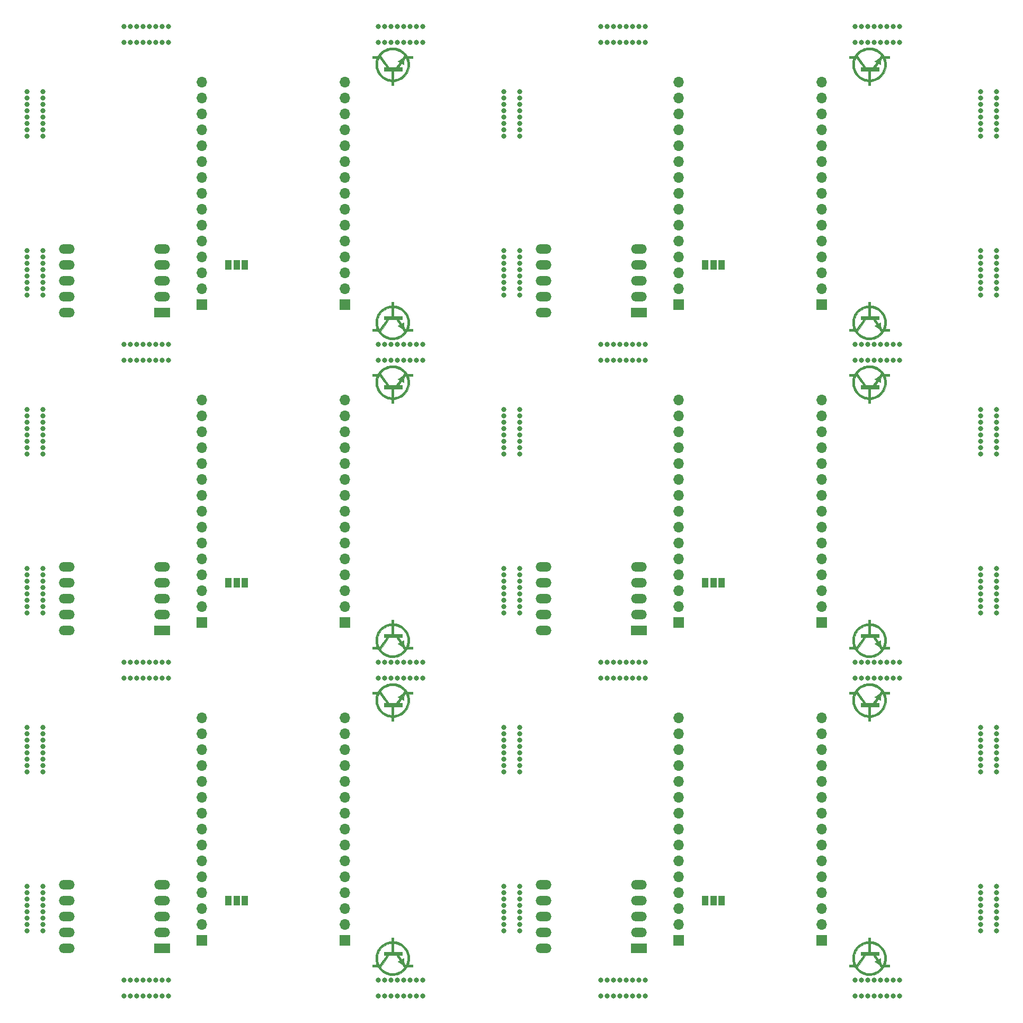
<source format=gbr>
%TF.GenerationSoftware,KiCad,Pcbnew,(5.99.0-9801-g46d71f0d23)*%
%TF.CreationDate,2021-03-17T23:59:57-04:00*%
%TF.ProjectId,PCB-S-Panelization,5043422d-532d-4506-916e-656c697a6174,rev?*%
%TF.SameCoordinates,Original*%
%TF.FileFunction,Soldermask,Bot*%
%TF.FilePolarity,Negative*%
%FSLAX46Y46*%
G04 Gerber Fmt 4.6, Leading zero omitted, Abs format (unit mm)*
G04 Created by KiCad (PCBNEW (5.99.0-9801-g46d71f0d23)) date 2021-03-17 23:59:57*
%MOMM*%
%LPD*%
G01*
G04 APERTURE LIST*
%ADD10C,0.010000*%
%ADD11R,1.700000X1.700000*%
%ADD12O,1.700000X1.700000*%
%ADD13R,1.000000X1.500000*%
%ADD14R,2.524000X1.524000*%
%ADD15O,2.524000X1.524000*%
%ADD16C,0.800000*%
G04 APERTURE END LIST*
D10*
%TO.C,Ref\u002A\u002A*%
X158938075Y-131699000D02*
X158975720Y-131632296D01*
X158975720Y-131632296D02*
X159016653Y-131566486D01*
X159016653Y-131566486D02*
X159071233Y-131488511D01*
X159071233Y-131488511D02*
X159135044Y-131404061D01*
X159135044Y-131404061D02*
X159203669Y-131318828D01*
X159203669Y-131318828D02*
X159272693Y-131238505D01*
X159272693Y-131238505D02*
X159326257Y-131180538D01*
X159326257Y-131180538D02*
X159520408Y-130996546D01*
X159520408Y-130996546D02*
X159727094Y-130834428D01*
X159727094Y-130834428D02*
X159945420Y-130694565D01*
X159945420Y-130694565D02*
X160174494Y-130577338D01*
X160174494Y-130577338D02*
X160413422Y-130483128D01*
X160413422Y-130483128D02*
X160661310Y-130412316D01*
X160661310Y-130412316D02*
X160917266Y-130365284D01*
X160917266Y-130365284D02*
X161180395Y-130342412D01*
X161180395Y-130342412D02*
X161296350Y-130340100D01*
X161296350Y-130340100D02*
X161562308Y-130352390D01*
X161562308Y-130352390D02*
X161821480Y-130389006D01*
X161821480Y-130389006D02*
X162072971Y-130449566D01*
X162072971Y-130449566D02*
X162315890Y-130533690D01*
X162315890Y-130533690D02*
X162549341Y-130640996D01*
X162549341Y-130640996D02*
X162772431Y-130771103D01*
X162772431Y-130771103D02*
X162984268Y-130923630D01*
X162984268Y-130923630D02*
X163183957Y-131098196D01*
X163183957Y-131098196D02*
X163266442Y-131180538D01*
X163266442Y-131180538D02*
X163332517Y-131252636D01*
X163332517Y-131252636D02*
X163401798Y-131334288D01*
X163401798Y-131334288D02*
X163469870Y-131419803D01*
X163469870Y-131419803D02*
X163532316Y-131503490D01*
X163532316Y-131503490D02*
X163584720Y-131579658D01*
X163584720Y-131579658D02*
X163616979Y-131632296D01*
X163616979Y-131632296D02*
X163654624Y-131699000D01*
X163654624Y-131699000D02*
X164503100Y-131699000D01*
X164503100Y-131699000D02*
X164503100Y-132029200D01*
X164503100Y-132029200D02*
X163819074Y-132029200D01*
X163819074Y-132029200D02*
X163857319Y-132133975D01*
X163857319Y-132133975D02*
X163897205Y-132255568D01*
X163897205Y-132255568D02*
X163934418Y-132392334D01*
X163934418Y-132392334D02*
X163966407Y-132534046D01*
X163966407Y-132534046D02*
X163989671Y-132664200D01*
X163989671Y-132664200D02*
X164001566Y-132767518D01*
X164001566Y-132767518D02*
X164009209Y-132888252D01*
X164009209Y-132888252D02*
X164012590Y-133018776D01*
X164012590Y-133018776D02*
X164011699Y-133151463D01*
X164011699Y-133151463D02*
X164006526Y-133278688D01*
X164006526Y-133278688D02*
X163997061Y-133392822D01*
X163997061Y-133392822D02*
X163990668Y-133442930D01*
X163990668Y-133442930D02*
X163940383Y-133700374D01*
X163940383Y-133700374D02*
X163867283Y-133948400D01*
X163867283Y-133948400D02*
X163772444Y-134185828D01*
X163772444Y-134185828D02*
X163656942Y-134411480D01*
X163656942Y-134411480D02*
X163521855Y-134624180D01*
X163521855Y-134624180D02*
X163368257Y-134822749D01*
X163368257Y-134822749D02*
X163197225Y-135006008D01*
X163197225Y-135006008D02*
X163009837Y-135172781D01*
X163009837Y-135172781D02*
X162807167Y-135321888D01*
X162807167Y-135321888D02*
X162590293Y-135452153D01*
X162590293Y-135452153D02*
X162360291Y-135562397D01*
X162360291Y-135562397D02*
X162118236Y-135651442D01*
X162118236Y-135651442D02*
X161923777Y-135704948D01*
X161923777Y-135704948D02*
X161871445Y-135716206D01*
X161871445Y-135716206D02*
X161806179Y-135728620D01*
X161806179Y-135728620D02*
X161733857Y-135741253D01*
X161733857Y-135741253D02*
X161660355Y-135753168D01*
X161660355Y-135753168D02*
X161591551Y-135763428D01*
X161591551Y-135763428D02*
X161533322Y-135771097D01*
X161533322Y-135771097D02*
X161491545Y-135775238D01*
X161491545Y-135775238D02*
X161479849Y-135775700D01*
X161479849Y-135775700D02*
X161475951Y-135787995D01*
X161475951Y-135787995D02*
X161472697Y-135823270D01*
X161472697Y-135823270D02*
X161470189Y-135879110D01*
X161470189Y-135879110D02*
X161468529Y-135953102D01*
X161468529Y-135953102D02*
X161467819Y-136042830D01*
X161467819Y-136042830D02*
X161467800Y-136061450D01*
X161467800Y-136061450D02*
X161467800Y-135444304D01*
X161467800Y-135444304D02*
X161534475Y-135437306D01*
X161534475Y-135437306D02*
X161573471Y-135432041D01*
X161573471Y-135432041D02*
X161629678Y-135422953D01*
X161629678Y-135422953D02*
X161695428Y-135411341D01*
X161695428Y-135411341D02*
X161759900Y-135399125D01*
X161759900Y-135399125D02*
X161994261Y-135340307D01*
X161994261Y-135340307D02*
X162220511Y-135258078D01*
X162220511Y-135258078D02*
X162436863Y-135153626D01*
X162436863Y-135153626D02*
X162641530Y-135028139D01*
X162641530Y-135028139D02*
X162832727Y-134882805D01*
X162832727Y-134882805D02*
X163008667Y-134718813D01*
X163008667Y-134718813D02*
X163167563Y-134537352D01*
X163167563Y-134537352D02*
X163273105Y-134392549D01*
X163273105Y-134392549D02*
X163401704Y-134178870D01*
X163401704Y-134178870D02*
X163506673Y-133955911D01*
X163506673Y-133955911D02*
X163588034Y-133723609D01*
X163588034Y-133723609D02*
X163645808Y-133481902D01*
X163645808Y-133481902D02*
X163680016Y-133230726D01*
X163680016Y-133230726D02*
X163682231Y-133203950D01*
X163682231Y-133203950D02*
X163684815Y-133134397D01*
X163684815Y-133134397D02*
X163683799Y-133047241D01*
X163683799Y-133047241D02*
X163679612Y-132949958D01*
X163679612Y-132949958D02*
X163672688Y-132850021D01*
X163672688Y-132850021D02*
X163663457Y-132754907D01*
X163663457Y-132754907D02*
X163652352Y-132672089D01*
X163652352Y-132672089D02*
X163651059Y-132664200D01*
X163651059Y-132664200D02*
X163619941Y-132510972D01*
X163619941Y-132510972D02*
X163578629Y-132357391D01*
X163578629Y-132357391D02*
X163530012Y-132213536D01*
X163530012Y-132213536D02*
X163501762Y-132143500D01*
X163501762Y-132143500D02*
X163455194Y-132035550D01*
X163455194Y-132035550D02*
X163310324Y-132027964D01*
X163310324Y-132027964D02*
X163189262Y-132210024D01*
X163189262Y-132210024D02*
X163130482Y-132621528D01*
X163130482Y-132621528D02*
X163116112Y-132720819D01*
X163116112Y-132720819D02*
X163102567Y-132811935D01*
X163102567Y-132811935D02*
X163090323Y-132891861D01*
X163090323Y-132891861D02*
X163079856Y-132957583D01*
X163079856Y-132957583D02*
X163071642Y-133006085D01*
X163071642Y-133006085D02*
X163066159Y-133034352D01*
X163066159Y-133034352D02*
X163064315Y-133040418D01*
X163064315Y-133040418D02*
X163051315Y-133037021D01*
X163051315Y-133037021D02*
X163020935Y-133022512D01*
X163020935Y-133022512D02*
X162977424Y-132999097D01*
X162977424Y-132999097D02*
X162925030Y-132968982D01*
X162925030Y-132968982D02*
X162913240Y-132961979D01*
X162913240Y-132961979D02*
X162859128Y-132929699D01*
X162859128Y-132929699D02*
X162812895Y-132902198D01*
X162812895Y-132902198D02*
X162778907Y-132882065D01*
X162778907Y-132882065D02*
X162761526Y-132871892D01*
X162761526Y-132871892D02*
X162760465Y-132871300D01*
X162760465Y-132871300D02*
X162752005Y-132880413D01*
X162752005Y-132880413D02*
X162731616Y-132907612D01*
X162731616Y-132907612D02*
X162701396Y-132949807D01*
X162701396Y-132949807D02*
X162663445Y-133003911D01*
X162663445Y-133003911D02*
X162619863Y-133066834D01*
X162619863Y-133066834D02*
X162572749Y-133135488D01*
X162572749Y-133135488D02*
X162524202Y-133206784D01*
X162524202Y-133206784D02*
X162476321Y-133277634D01*
X162476321Y-133277634D02*
X162431205Y-133344948D01*
X162431205Y-133344948D02*
X162390955Y-133405638D01*
X162390955Y-133405638D02*
X162357669Y-133456615D01*
X162357669Y-133456615D02*
X162333447Y-133494791D01*
X162333447Y-133494791D02*
X162320387Y-133517077D01*
X162320387Y-133517077D02*
X162318700Y-133521267D01*
X162318700Y-133521267D02*
X162330766Y-133523253D01*
X162330766Y-133523253D02*
X162364430Y-133524996D01*
X162364430Y-133524996D02*
X162415889Y-133526398D01*
X162415889Y-133526398D02*
X162481343Y-133527361D01*
X162481343Y-133527361D02*
X162556989Y-133527788D01*
X162556989Y-133527788D02*
X162572700Y-133527800D01*
X162572700Y-133527800D02*
X162826700Y-133527800D01*
X162826700Y-133527800D02*
X162826700Y-134048500D01*
X162826700Y-134048500D02*
X161909431Y-134048500D01*
X161909431Y-134048500D02*
X161909431Y-133528057D01*
X161909431Y-133528057D02*
X162183412Y-133113151D01*
X162183412Y-133113151D02*
X162243708Y-133021400D01*
X162243708Y-133021400D02*
X162299126Y-132936220D01*
X162299126Y-132936220D02*
X162348193Y-132859939D01*
X162348193Y-132859939D02*
X162389440Y-132794880D01*
X162389440Y-132794880D02*
X162421396Y-132743370D01*
X162421396Y-132743370D02*
X162442589Y-132707732D01*
X162442589Y-132707732D02*
X162451550Y-132690292D01*
X162451550Y-132690292D02*
X162451691Y-132689020D01*
X162451691Y-132689020D02*
X162439124Y-132679328D01*
X162439124Y-132679328D02*
X162409063Y-132659684D01*
X162409063Y-132659684D02*
X162365967Y-132632917D01*
X162365967Y-132632917D02*
X162314292Y-132601851D01*
X162314292Y-132601851D02*
X162312562Y-132600826D01*
X162312562Y-132600826D02*
X162261979Y-132569767D01*
X162261979Y-132569767D02*
X162221312Y-132542639D01*
X162221312Y-132542639D02*
X162194538Y-132522256D01*
X162194538Y-132522256D02*
X162185634Y-132511430D01*
X162185634Y-132511430D02*
X162185756Y-132511142D01*
X162185756Y-132511142D02*
X162197527Y-132501768D01*
X162197527Y-132501768D02*
X162227945Y-132480017D01*
X162227945Y-132480017D02*
X162274524Y-132447601D01*
X162274524Y-132447601D02*
X162334776Y-132406230D01*
X162334776Y-132406230D02*
X162406213Y-132357614D01*
X162406213Y-132357614D02*
X162486347Y-132303463D01*
X162486347Y-132303463D02*
X162551324Y-132259801D01*
X162551324Y-132259801D02*
X162910270Y-132019176D01*
X162910270Y-132019176D02*
X163016314Y-131859088D01*
X163016314Y-131859088D02*
X163122357Y-131699000D01*
X163122357Y-131699000D02*
X163261514Y-131699000D01*
X163261514Y-131699000D02*
X163226025Y-131651375D01*
X163226025Y-131651375D02*
X163202599Y-131621213D01*
X163202599Y-131621213D02*
X163168123Y-131578383D01*
X163168123Y-131578383D02*
X163128011Y-131529560D01*
X163128011Y-131529560D02*
X163101982Y-131498372D01*
X163101982Y-131498372D02*
X162944343Y-131330260D01*
X162944343Y-131330260D02*
X162768171Y-131178186D01*
X162768171Y-131178186D02*
X162575516Y-131043310D01*
X162575516Y-131043310D02*
X162368429Y-130926792D01*
X162368429Y-130926792D02*
X162148963Y-130829789D01*
X162148963Y-130829789D02*
X161919168Y-130753462D01*
X161919168Y-130753462D02*
X161690050Y-130700586D01*
X161690050Y-130700586D02*
X161608740Y-130689498D01*
X161608740Y-130689498D02*
X161508782Y-130681716D01*
X161508782Y-130681716D02*
X161396709Y-130677240D01*
X161396709Y-130677240D02*
X161279057Y-130676070D01*
X161279057Y-130676070D02*
X161162359Y-130678206D01*
X161162359Y-130678206D02*
X161053152Y-130683649D01*
X161053152Y-130683649D02*
X160957969Y-130692397D01*
X160957969Y-130692397D02*
X160902650Y-130700586D01*
X160902650Y-130700586D02*
X160658943Y-130757455D01*
X160658943Y-130757455D02*
X160424996Y-130836929D01*
X160424996Y-130836929D02*
X160202218Y-130938170D01*
X160202218Y-130938170D02*
X159992016Y-131060338D01*
X159992016Y-131060338D02*
X159795800Y-131202595D01*
X159795800Y-131202595D02*
X159614976Y-131364101D01*
X159614976Y-131364101D02*
X159450955Y-131544019D01*
X159450955Y-131544019D02*
X159418275Y-131584700D01*
X159418275Y-131584700D02*
X159333497Y-131692650D01*
X159333497Y-131692650D02*
X159400523Y-131696840D01*
X159400523Y-131696840D02*
X159467550Y-131701030D01*
X159467550Y-131701030D02*
X160763290Y-133521450D01*
X160763290Y-133521450D02*
X161336360Y-133524754D01*
X161336360Y-133524754D02*
X161909431Y-133528057D01*
X161909431Y-133528057D02*
X161909431Y-134048500D01*
X161909431Y-134048500D02*
X161467800Y-134048500D01*
X161467800Y-134048500D02*
X161467800Y-135444304D01*
X161467800Y-135444304D02*
X161467800Y-136061450D01*
X161467800Y-136061450D02*
X161467800Y-136347200D01*
X161467800Y-136347200D02*
X161124900Y-136347200D01*
X161124900Y-136347200D02*
X161124900Y-135777528D01*
X161124900Y-135777528D02*
X161124900Y-135445801D01*
X161124900Y-135445801D02*
X161124900Y-134048500D01*
X161124900Y-134048500D02*
X159918400Y-134048500D01*
X159918400Y-134048500D02*
X159918400Y-133527800D01*
X159918400Y-133527800D02*
X160135358Y-133527800D01*
X160135358Y-133527800D02*
X160214339Y-133527132D01*
X160214339Y-133527132D02*
X160277443Y-133525227D01*
X160277443Y-133525227D02*
X160321987Y-133522237D01*
X160321987Y-133522237D02*
X160345287Y-133518313D01*
X160345287Y-133518313D02*
X160348083Y-133515829D01*
X160348083Y-133515829D02*
X160340172Y-133503768D01*
X160340172Y-133503768D02*
X160318655Y-133472729D01*
X160318655Y-133472729D02*
X160284718Y-133424385D01*
X160284718Y-133424385D02*
X160239545Y-133360406D01*
X160239545Y-133360406D02*
X160184323Y-133282465D01*
X160184323Y-133282465D02*
X160120238Y-133192232D01*
X160120238Y-133192232D02*
X160048473Y-133091379D01*
X160048473Y-133091379D02*
X159970216Y-132981578D01*
X159970216Y-132981578D02*
X159886651Y-132864499D01*
X159886651Y-132864499D02*
X159816800Y-132766755D01*
X159816800Y-132766755D02*
X159289750Y-132029652D01*
X159289750Y-132029652D02*
X159215928Y-132029426D01*
X159215928Y-132029426D02*
X159142107Y-132029200D01*
X159142107Y-132029200D02*
X159103814Y-132113653D01*
X159103814Y-132113653D02*
X159025053Y-132316482D01*
X159025053Y-132316482D02*
X158966169Y-132531720D01*
X158966169Y-132531720D02*
X158927572Y-132755464D01*
X158927572Y-132755464D02*
X158909671Y-132983809D01*
X158909671Y-132983809D02*
X158912875Y-133212852D01*
X158912875Y-133212852D02*
X158937592Y-133438687D01*
X158937592Y-133438687D02*
X158955000Y-133534150D01*
X158955000Y-133534150D02*
X159016293Y-133770628D01*
X159016293Y-133770628D02*
X159100364Y-133997308D01*
X159100364Y-133997308D02*
X159206026Y-134212802D01*
X159206026Y-134212802D02*
X159332091Y-134415723D01*
X159332091Y-134415723D02*
X159477370Y-134604684D01*
X159477370Y-134604684D02*
X159640676Y-134778298D01*
X159640676Y-134778298D02*
X159820821Y-134935176D01*
X159820821Y-134935176D02*
X160016616Y-135073933D01*
X160016616Y-135073933D02*
X160226874Y-135193179D01*
X160226874Y-135193179D02*
X160450405Y-135291528D01*
X160450405Y-135291528D02*
X160464500Y-135296841D01*
X160464500Y-135296841D02*
X160582573Y-135337441D01*
X160582573Y-135337441D02*
X160702963Y-135371329D01*
X160702963Y-135371329D02*
X160832093Y-135400009D01*
X160832093Y-135400009D02*
X160976387Y-135424980D01*
X160976387Y-135424980D02*
X161070925Y-135438539D01*
X161070925Y-135438539D02*
X161124900Y-135445801D01*
X161124900Y-135445801D02*
X161124900Y-135777528D01*
X161124900Y-135777528D02*
X161051875Y-135769246D01*
X161051875Y-135769246D02*
X160795626Y-135730750D01*
X160795626Y-135730750D02*
X160556418Y-135675139D01*
X160556418Y-135675139D02*
X160332057Y-135601890D01*
X160332057Y-135601890D02*
X160302926Y-135590676D01*
X160302926Y-135590676D02*
X160065662Y-135484249D01*
X160065662Y-135484249D02*
X159841628Y-135356782D01*
X159841628Y-135356782D02*
X159631959Y-135209567D01*
X159631959Y-135209567D02*
X159437789Y-135043901D01*
X159437789Y-135043901D02*
X159260254Y-134861076D01*
X159260254Y-134861076D02*
X159100487Y-134662388D01*
X159100487Y-134662388D02*
X158959624Y-134449130D01*
X158959624Y-134449130D02*
X158838798Y-134222596D01*
X158838798Y-134222596D02*
X158739145Y-133984081D01*
X158739145Y-133984081D02*
X158661798Y-133734879D01*
X158661798Y-133734879D02*
X158655965Y-133711950D01*
X158655965Y-133711950D02*
X158623222Y-133564999D01*
X158623222Y-133564999D02*
X158600420Y-133422911D01*
X158600420Y-133422911D02*
X158586543Y-133276909D01*
X158586543Y-133276909D02*
X158580573Y-133118218D01*
X158580573Y-133118218D02*
X158580164Y-133057900D01*
X158580164Y-133057900D02*
X158589721Y-132809999D01*
X158589721Y-132809999D02*
X158618861Y-132574854D01*
X158618861Y-132574854D02*
X158668285Y-132348231D01*
X158668285Y-132348231D02*
X158731182Y-132146675D01*
X158731182Y-132146675D02*
X158773114Y-132029200D01*
X158773114Y-132029200D02*
X158089600Y-132029200D01*
X158089600Y-132029200D02*
X158089600Y-131699000D01*
X158089600Y-131699000D02*
X158938075Y-131699000D01*
X158938075Y-131699000D02*
X158938075Y-131699000D01*
G36*
X160795626Y-135730750D02*
G01*
X160556418Y-135675139D01*
X160332057Y-135601890D01*
X160302926Y-135590676D01*
X160065662Y-135484249D01*
X159841628Y-135356782D01*
X159631959Y-135209567D01*
X159437789Y-135043901D01*
X159260254Y-134861076D01*
X159100487Y-134662388D01*
X158959624Y-134449130D01*
X158838798Y-134222596D01*
X158739145Y-133984081D01*
X158661798Y-133734879D01*
X158655965Y-133711950D01*
X158623222Y-133564999D01*
X158600420Y-133422911D01*
X158586543Y-133276909D01*
X158580573Y-133118218D01*
X158580164Y-133057900D01*
X158583020Y-132983809D01*
X158909671Y-132983809D01*
X158912875Y-133212852D01*
X158937592Y-133438687D01*
X158955000Y-133534150D01*
X159016293Y-133770628D01*
X159100364Y-133997308D01*
X159206026Y-134212802D01*
X159332091Y-134415723D01*
X159477370Y-134604684D01*
X159640676Y-134778298D01*
X159820821Y-134935176D01*
X160016616Y-135073933D01*
X160226874Y-135193179D01*
X160450405Y-135291528D01*
X160464500Y-135296841D01*
X160582573Y-135337441D01*
X160702963Y-135371329D01*
X160832093Y-135400009D01*
X160976387Y-135424980D01*
X161070925Y-135438539D01*
X161124900Y-135445801D01*
X161124900Y-134048500D01*
X161467800Y-134048500D01*
X161467800Y-135444304D01*
X161534475Y-135437306D01*
X161573471Y-135432041D01*
X161629678Y-135422953D01*
X161695428Y-135411341D01*
X161759900Y-135399125D01*
X161994261Y-135340307D01*
X162220511Y-135258078D01*
X162436863Y-135153626D01*
X162641530Y-135028139D01*
X162832727Y-134882805D01*
X163008667Y-134718813D01*
X163167563Y-134537352D01*
X163273105Y-134392549D01*
X163401704Y-134178870D01*
X163506673Y-133955911D01*
X163588034Y-133723609D01*
X163645808Y-133481902D01*
X163680016Y-133230726D01*
X163682231Y-133203950D01*
X163684815Y-133134397D01*
X163683799Y-133047241D01*
X163679612Y-132949958D01*
X163672688Y-132850021D01*
X163663457Y-132754907D01*
X163652352Y-132672089D01*
X163651059Y-132664200D01*
X163619941Y-132510972D01*
X163578629Y-132357391D01*
X163530012Y-132213536D01*
X163501762Y-132143500D01*
X163455194Y-132035550D01*
X163310324Y-132027964D01*
X163189262Y-132210024D01*
X163130482Y-132621528D01*
X163116112Y-132720819D01*
X163102567Y-132811935D01*
X163090323Y-132891861D01*
X163079856Y-132957583D01*
X163071642Y-133006085D01*
X163066159Y-133034352D01*
X163064315Y-133040418D01*
X163051315Y-133037021D01*
X163020935Y-133022512D01*
X162977424Y-132999097D01*
X162925030Y-132968982D01*
X162913240Y-132961979D01*
X162859128Y-132929699D01*
X162812895Y-132902198D01*
X162778907Y-132882065D01*
X162761526Y-132871892D01*
X162760465Y-132871300D01*
X162752005Y-132880413D01*
X162731616Y-132907612D01*
X162701396Y-132949807D01*
X162663445Y-133003911D01*
X162619863Y-133066834D01*
X162572749Y-133135488D01*
X162524202Y-133206784D01*
X162476321Y-133277634D01*
X162431205Y-133344948D01*
X162390955Y-133405638D01*
X162357669Y-133456615D01*
X162333447Y-133494791D01*
X162320387Y-133517077D01*
X162318700Y-133521267D01*
X162330766Y-133523253D01*
X162364430Y-133524996D01*
X162415889Y-133526398D01*
X162481343Y-133527361D01*
X162556989Y-133527788D01*
X162572700Y-133527800D01*
X162826700Y-133527800D01*
X162826700Y-134048500D01*
X161467800Y-134048500D01*
X161124900Y-134048500D01*
X159918400Y-134048500D01*
X159918400Y-133527800D01*
X160135358Y-133527800D01*
X160214339Y-133527132D01*
X160277443Y-133525227D01*
X160321987Y-133522237D01*
X160345287Y-133518313D01*
X160348083Y-133515829D01*
X160340172Y-133503768D01*
X160318655Y-133472729D01*
X160284718Y-133424385D01*
X160239545Y-133360406D01*
X160184323Y-133282465D01*
X160120238Y-133192232D01*
X160048473Y-133091379D01*
X159970216Y-132981578D01*
X159886651Y-132864499D01*
X159816800Y-132766755D01*
X159289750Y-132029652D01*
X159215928Y-132029426D01*
X159142107Y-132029200D01*
X159103814Y-132113653D01*
X159025053Y-132316482D01*
X158966169Y-132531720D01*
X158927572Y-132755464D01*
X158909671Y-132983809D01*
X158583020Y-132983809D01*
X158589721Y-132809999D01*
X158618861Y-132574854D01*
X158668285Y-132348231D01*
X158731182Y-132146675D01*
X158773114Y-132029200D01*
X158089600Y-132029200D01*
X158089600Y-131699000D01*
X158938075Y-131699000D01*
X158941659Y-131692650D01*
X159333497Y-131692650D01*
X159400523Y-131696840D01*
X159467550Y-131701030D01*
X160763290Y-133521450D01*
X161336360Y-133524754D01*
X161909431Y-133528057D01*
X162183412Y-133113151D01*
X162243708Y-133021400D01*
X162299126Y-132936220D01*
X162348193Y-132859939D01*
X162389440Y-132794880D01*
X162421396Y-132743370D01*
X162442589Y-132707732D01*
X162451550Y-132690292D01*
X162451691Y-132689020D01*
X162439124Y-132679328D01*
X162409063Y-132659684D01*
X162365967Y-132632917D01*
X162314292Y-132601851D01*
X162312562Y-132600826D01*
X162261979Y-132569767D01*
X162221312Y-132542639D01*
X162194538Y-132522256D01*
X162185634Y-132511430D01*
X162185756Y-132511142D01*
X162197527Y-132501768D01*
X162227945Y-132480017D01*
X162274524Y-132447601D01*
X162334776Y-132406230D01*
X162406213Y-132357614D01*
X162486347Y-132303463D01*
X162551324Y-132259801D01*
X162910270Y-132019176D01*
X163016314Y-131859088D01*
X163122357Y-131699000D01*
X163261514Y-131699000D01*
X163226025Y-131651375D01*
X163202599Y-131621213D01*
X163168123Y-131578383D01*
X163128011Y-131529560D01*
X163101982Y-131498372D01*
X162944343Y-131330260D01*
X162768171Y-131178186D01*
X162575516Y-131043310D01*
X162368429Y-130926792D01*
X162148963Y-130829789D01*
X161919168Y-130753462D01*
X161690050Y-130700586D01*
X161608740Y-130689498D01*
X161508782Y-130681716D01*
X161396709Y-130677240D01*
X161279057Y-130676070D01*
X161162359Y-130678206D01*
X161053152Y-130683649D01*
X160957969Y-130692397D01*
X160902650Y-130700586D01*
X160658943Y-130757455D01*
X160424996Y-130836929D01*
X160202218Y-130938170D01*
X159992016Y-131060338D01*
X159795800Y-131202595D01*
X159614976Y-131364101D01*
X159450955Y-131544019D01*
X159418275Y-131584700D01*
X159333497Y-131692650D01*
X158941659Y-131692650D01*
X158975720Y-131632296D01*
X159016653Y-131566486D01*
X159071233Y-131488511D01*
X159135044Y-131404061D01*
X159203669Y-131318828D01*
X159272693Y-131238505D01*
X159326257Y-131180538D01*
X159520408Y-130996546D01*
X159727094Y-130834428D01*
X159945420Y-130694565D01*
X160174494Y-130577338D01*
X160413422Y-130483128D01*
X160661310Y-130412316D01*
X160917266Y-130365284D01*
X161180395Y-130342412D01*
X161296350Y-130340100D01*
X161562308Y-130352390D01*
X161821480Y-130389006D01*
X162072971Y-130449566D01*
X162315890Y-130533690D01*
X162549341Y-130640996D01*
X162772431Y-130771103D01*
X162984268Y-130923630D01*
X163183957Y-131098196D01*
X163266442Y-131180538D01*
X163332517Y-131252636D01*
X163401798Y-131334288D01*
X163469870Y-131419803D01*
X163532316Y-131503490D01*
X163584720Y-131579658D01*
X163616979Y-131632296D01*
X163654624Y-131699000D01*
X164503100Y-131699000D01*
X164503100Y-132029200D01*
X163819074Y-132029200D01*
X163857319Y-132133975D01*
X163897205Y-132255568D01*
X163934418Y-132392334D01*
X163966407Y-132534046D01*
X163989671Y-132664200D01*
X164001566Y-132767518D01*
X164009209Y-132888252D01*
X164012590Y-133018776D01*
X164011699Y-133151463D01*
X164006526Y-133278688D01*
X163997061Y-133392822D01*
X163990668Y-133442930D01*
X163940383Y-133700374D01*
X163867283Y-133948400D01*
X163772444Y-134185828D01*
X163656942Y-134411480D01*
X163521855Y-134624180D01*
X163368257Y-134822749D01*
X163197225Y-135006008D01*
X163009837Y-135172781D01*
X162807167Y-135321888D01*
X162590293Y-135452153D01*
X162360291Y-135562397D01*
X162118236Y-135651442D01*
X161923777Y-135704948D01*
X161871445Y-135716206D01*
X161806179Y-135728620D01*
X161733857Y-135741253D01*
X161660355Y-135753168D01*
X161591551Y-135763428D01*
X161533322Y-135771097D01*
X161491545Y-135775238D01*
X161479849Y-135775700D01*
X161475951Y-135787995D01*
X161472697Y-135823270D01*
X161470189Y-135879110D01*
X161468529Y-135953102D01*
X161467819Y-136042830D01*
X161467800Y-136061450D01*
X161467800Y-136347200D01*
X161124900Y-136347200D01*
X161124900Y-135777528D01*
X161051875Y-135769246D01*
X160795626Y-135730750D01*
G37*
X160795626Y-135730750D02*
X160556418Y-135675139D01*
X160332057Y-135601890D01*
X160302926Y-135590676D01*
X160065662Y-135484249D01*
X159841628Y-135356782D01*
X159631959Y-135209567D01*
X159437789Y-135043901D01*
X159260254Y-134861076D01*
X159100487Y-134662388D01*
X158959624Y-134449130D01*
X158838798Y-134222596D01*
X158739145Y-133984081D01*
X158661798Y-133734879D01*
X158655965Y-133711950D01*
X158623222Y-133564999D01*
X158600420Y-133422911D01*
X158586543Y-133276909D01*
X158580573Y-133118218D01*
X158580164Y-133057900D01*
X158583020Y-132983809D01*
X158909671Y-132983809D01*
X158912875Y-133212852D01*
X158937592Y-133438687D01*
X158955000Y-133534150D01*
X159016293Y-133770628D01*
X159100364Y-133997308D01*
X159206026Y-134212802D01*
X159332091Y-134415723D01*
X159477370Y-134604684D01*
X159640676Y-134778298D01*
X159820821Y-134935176D01*
X160016616Y-135073933D01*
X160226874Y-135193179D01*
X160450405Y-135291528D01*
X160464500Y-135296841D01*
X160582573Y-135337441D01*
X160702963Y-135371329D01*
X160832093Y-135400009D01*
X160976387Y-135424980D01*
X161070925Y-135438539D01*
X161124900Y-135445801D01*
X161124900Y-134048500D01*
X161467800Y-134048500D01*
X161467800Y-135444304D01*
X161534475Y-135437306D01*
X161573471Y-135432041D01*
X161629678Y-135422953D01*
X161695428Y-135411341D01*
X161759900Y-135399125D01*
X161994261Y-135340307D01*
X162220511Y-135258078D01*
X162436863Y-135153626D01*
X162641530Y-135028139D01*
X162832727Y-134882805D01*
X163008667Y-134718813D01*
X163167563Y-134537352D01*
X163273105Y-134392549D01*
X163401704Y-134178870D01*
X163506673Y-133955911D01*
X163588034Y-133723609D01*
X163645808Y-133481902D01*
X163680016Y-133230726D01*
X163682231Y-133203950D01*
X163684815Y-133134397D01*
X163683799Y-133047241D01*
X163679612Y-132949958D01*
X163672688Y-132850021D01*
X163663457Y-132754907D01*
X163652352Y-132672089D01*
X163651059Y-132664200D01*
X163619941Y-132510972D01*
X163578629Y-132357391D01*
X163530012Y-132213536D01*
X163501762Y-132143500D01*
X163455194Y-132035550D01*
X163310324Y-132027964D01*
X163189262Y-132210024D01*
X163130482Y-132621528D01*
X163116112Y-132720819D01*
X163102567Y-132811935D01*
X163090323Y-132891861D01*
X163079856Y-132957583D01*
X163071642Y-133006085D01*
X163066159Y-133034352D01*
X163064315Y-133040418D01*
X163051315Y-133037021D01*
X163020935Y-133022512D01*
X162977424Y-132999097D01*
X162925030Y-132968982D01*
X162913240Y-132961979D01*
X162859128Y-132929699D01*
X162812895Y-132902198D01*
X162778907Y-132882065D01*
X162761526Y-132871892D01*
X162760465Y-132871300D01*
X162752005Y-132880413D01*
X162731616Y-132907612D01*
X162701396Y-132949807D01*
X162663445Y-133003911D01*
X162619863Y-133066834D01*
X162572749Y-133135488D01*
X162524202Y-133206784D01*
X162476321Y-133277634D01*
X162431205Y-133344948D01*
X162390955Y-133405638D01*
X162357669Y-133456615D01*
X162333447Y-133494791D01*
X162320387Y-133517077D01*
X162318700Y-133521267D01*
X162330766Y-133523253D01*
X162364430Y-133524996D01*
X162415889Y-133526398D01*
X162481343Y-133527361D01*
X162556989Y-133527788D01*
X162572700Y-133527800D01*
X162826700Y-133527800D01*
X162826700Y-134048500D01*
X161467800Y-134048500D01*
X161124900Y-134048500D01*
X159918400Y-134048500D01*
X159918400Y-133527800D01*
X160135358Y-133527800D01*
X160214339Y-133527132D01*
X160277443Y-133525227D01*
X160321987Y-133522237D01*
X160345287Y-133518313D01*
X160348083Y-133515829D01*
X160340172Y-133503768D01*
X160318655Y-133472729D01*
X160284718Y-133424385D01*
X160239545Y-133360406D01*
X160184323Y-133282465D01*
X160120238Y-133192232D01*
X160048473Y-133091379D01*
X159970216Y-132981578D01*
X159886651Y-132864499D01*
X159816800Y-132766755D01*
X159289750Y-132029652D01*
X159215928Y-132029426D01*
X159142107Y-132029200D01*
X159103814Y-132113653D01*
X159025053Y-132316482D01*
X158966169Y-132531720D01*
X158927572Y-132755464D01*
X158909671Y-132983809D01*
X158583020Y-132983809D01*
X158589721Y-132809999D01*
X158618861Y-132574854D01*
X158668285Y-132348231D01*
X158731182Y-132146675D01*
X158773114Y-132029200D01*
X158089600Y-132029200D01*
X158089600Y-131699000D01*
X158938075Y-131699000D01*
X158941659Y-131692650D01*
X159333497Y-131692650D01*
X159400523Y-131696840D01*
X159467550Y-131701030D01*
X160763290Y-133521450D01*
X161336360Y-133524754D01*
X161909431Y-133528057D01*
X162183412Y-133113151D01*
X162243708Y-133021400D01*
X162299126Y-132936220D01*
X162348193Y-132859939D01*
X162389440Y-132794880D01*
X162421396Y-132743370D01*
X162442589Y-132707732D01*
X162451550Y-132690292D01*
X162451691Y-132689020D01*
X162439124Y-132679328D01*
X162409063Y-132659684D01*
X162365967Y-132632917D01*
X162314292Y-132601851D01*
X162312562Y-132600826D01*
X162261979Y-132569767D01*
X162221312Y-132542639D01*
X162194538Y-132522256D01*
X162185634Y-132511430D01*
X162185756Y-132511142D01*
X162197527Y-132501768D01*
X162227945Y-132480017D01*
X162274524Y-132447601D01*
X162334776Y-132406230D01*
X162406213Y-132357614D01*
X162486347Y-132303463D01*
X162551324Y-132259801D01*
X162910270Y-132019176D01*
X163016314Y-131859088D01*
X163122357Y-131699000D01*
X163261514Y-131699000D01*
X163226025Y-131651375D01*
X163202599Y-131621213D01*
X163168123Y-131578383D01*
X163128011Y-131529560D01*
X163101982Y-131498372D01*
X162944343Y-131330260D01*
X162768171Y-131178186D01*
X162575516Y-131043310D01*
X162368429Y-130926792D01*
X162148963Y-130829789D01*
X161919168Y-130753462D01*
X161690050Y-130700586D01*
X161608740Y-130689498D01*
X161508782Y-130681716D01*
X161396709Y-130677240D01*
X161279057Y-130676070D01*
X161162359Y-130678206D01*
X161053152Y-130683649D01*
X160957969Y-130692397D01*
X160902650Y-130700586D01*
X160658943Y-130757455D01*
X160424996Y-130836929D01*
X160202218Y-130938170D01*
X159992016Y-131060338D01*
X159795800Y-131202595D01*
X159614976Y-131364101D01*
X159450955Y-131544019D01*
X159418275Y-131584700D01*
X159333497Y-131692650D01*
X158941659Y-131692650D01*
X158975720Y-131632296D01*
X159016653Y-131566486D01*
X159071233Y-131488511D01*
X159135044Y-131404061D01*
X159203669Y-131318828D01*
X159272693Y-131238505D01*
X159326257Y-131180538D01*
X159520408Y-130996546D01*
X159727094Y-130834428D01*
X159945420Y-130694565D01*
X160174494Y-130577338D01*
X160413422Y-130483128D01*
X160661310Y-130412316D01*
X160917266Y-130365284D01*
X161180395Y-130342412D01*
X161296350Y-130340100D01*
X161562308Y-130352390D01*
X161821480Y-130389006D01*
X162072971Y-130449566D01*
X162315890Y-130533690D01*
X162549341Y-130640996D01*
X162772431Y-130771103D01*
X162984268Y-130923630D01*
X163183957Y-131098196D01*
X163266442Y-131180538D01*
X163332517Y-131252636D01*
X163401798Y-131334288D01*
X163469870Y-131419803D01*
X163532316Y-131503490D01*
X163584720Y-131579658D01*
X163616979Y-131632296D01*
X163654624Y-131699000D01*
X164503100Y-131699000D01*
X164503100Y-132029200D01*
X163819074Y-132029200D01*
X163857319Y-132133975D01*
X163897205Y-132255568D01*
X163934418Y-132392334D01*
X163966407Y-132534046D01*
X163989671Y-132664200D01*
X164001566Y-132767518D01*
X164009209Y-132888252D01*
X164012590Y-133018776D01*
X164011699Y-133151463D01*
X164006526Y-133278688D01*
X163997061Y-133392822D01*
X163990668Y-133442930D01*
X163940383Y-133700374D01*
X163867283Y-133948400D01*
X163772444Y-134185828D01*
X163656942Y-134411480D01*
X163521855Y-134624180D01*
X163368257Y-134822749D01*
X163197225Y-135006008D01*
X163009837Y-135172781D01*
X162807167Y-135321888D01*
X162590293Y-135452153D01*
X162360291Y-135562397D01*
X162118236Y-135651442D01*
X161923777Y-135704948D01*
X161871445Y-135716206D01*
X161806179Y-135728620D01*
X161733857Y-135741253D01*
X161660355Y-135753168D01*
X161591551Y-135763428D01*
X161533322Y-135771097D01*
X161491545Y-135775238D01*
X161479849Y-135775700D01*
X161475951Y-135787995D01*
X161472697Y-135823270D01*
X161470189Y-135879110D01*
X161468529Y-135953102D01*
X161467819Y-136042830D01*
X161467800Y-136061450D01*
X161467800Y-136347200D01*
X161124900Y-136347200D01*
X161124900Y-135777528D01*
X161051875Y-135769246D01*
X160795626Y-135730750D01*
X158938075Y-175641000D02*
X158975720Y-175707704D01*
X158975720Y-175707704D02*
X159016653Y-175773514D01*
X159016653Y-175773514D02*
X159071233Y-175851489D01*
X159071233Y-175851489D02*
X159135044Y-175935939D01*
X159135044Y-175935939D02*
X159203669Y-176021172D01*
X159203669Y-176021172D02*
X159272693Y-176101495D01*
X159272693Y-176101495D02*
X159326257Y-176159462D01*
X159326257Y-176159462D02*
X159520408Y-176343454D01*
X159520408Y-176343454D02*
X159727094Y-176505572D01*
X159727094Y-176505572D02*
X159945420Y-176645435D01*
X159945420Y-176645435D02*
X160174494Y-176762662D01*
X160174494Y-176762662D02*
X160413422Y-176856872D01*
X160413422Y-176856872D02*
X160661310Y-176927684D01*
X160661310Y-176927684D02*
X160917266Y-176974716D01*
X160917266Y-176974716D02*
X161180395Y-176997588D01*
X161180395Y-176997588D02*
X161296350Y-176999900D01*
X161296350Y-176999900D02*
X161562308Y-176987610D01*
X161562308Y-176987610D02*
X161821480Y-176950994D01*
X161821480Y-176950994D02*
X162072971Y-176890434D01*
X162072971Y-176890434D02*
X162315890Y-176806310D01*
X162315890Y-176806310D02*
X162549341Y-176699004D01*
X162549341Y-176699004D02*
X162772431Y-176568897D01*
X162772431Y-176568897D02*
X162984268Y-176416370D01*
X162984268Y-176416370D02*
X163183957Y-176241804D01*
X163183957Y-176241804D02*
X163266442Y-176159462D01*
X163266442Y-176159462D02*
X163332517Y-176087364D01*
X163332517Y-176087364D02*
X163401798Y-176005712D01*
X163401798Y-176005712D02*
X163469870Y-175920197D01*
X163469870Y-175920197D02*
X163532316Y-175836510D01*
X163532316Y-175836510D02*
X163584720Y-175760342D01*
X163584720Y-175760342D02*
X163616979Y-175707704D01*
X163616979Y-175707704D02*
X163654624Y-175641000D01*
X163654624Y-175641000D02*
X164503100Y-175641000D01*
X164503100Y-175641000D02*
X164503100Y-175310800D01*
X164503100Y-175310800D02*
X163819074Y-175310800D01*
X163819074Y-175310800D02*
X163857319Y-175206025D01*
X163857319Y-175206025D02*
X163897205Y-175084432D01*
X163897205Y-175084432D02*
X163934418Y-174947666D01*
X163934418Y-174947666D02*
X163966407Y-174805954D01*
X163966407Y-174805954D02*
X163989671Y-174675800D01*
X163989671Y-174675800D02*
X164001566Y-174572482D01*
X164001566Y-174572482D02*
X164009209Y-174451748D01*
X164009209Y-174451748D02*
X164012590Y-174321224D01*
X164012590Y-174321224D02*
X164011699Y-174188537D01*
X164011699Y-174188537D02*
X164006526Y-174061312D01*
X164006526Y-174061312D02*
X163997061Y-173947178D01*
X163997061Y-173947178D02*
X163990668Y-173897070D01*
X163990668Y-173897070D02*
X163940383Y-173639626D01*
X163940383Y-173639626D02*
X163867283Y-173391600D01*
X163867283Y-173391600D02*
X163772444Y-173154172D01*
X163772444Y-173154172D02*
X163656942Y-172928520D01*
X163656942Y-172928520D02*
X163521855Y-172715820D01*
X163521855Y-172715820D02*
X163368257Y-172517251D01*
X163368257Y-172517251D02*
X163197225Y-172333992D01*
X163197225Y-172333992D02*
X163009837Y-172167219D01*
X163009837Y-172167219D02*
X162807167Y-172018112D01*
X162807167Y-172018112D02*
X162590293Y-171887847D01*
X162590293Y-171887847D02*
X162360291Y-171777603D01*
X162360291Y-171777603D02*
X162118236Y-171688558D01*
X162118236Y-171688558D02*
X161923777Y-171635052D01*
X161923777Y-171635052D02*
X161871445Y-171623794D01*
X161871445Y-171623794D02*
X161806179Y-171611380D01*
X161806179Y-171611380D02*
X161733857Y-171598747D01*
X161733857Y-171598747D02*
X161660355Y-171586832D01*
X161660355Y-171586832D02*
X161591551Y-171576572D01*
X161591551Y-171576572D02*
X161533322Y-171568903D01*
X161533322Y-171568903D02*
X161491545Y-171564762D01*
X161491545Y-171564762D02*
X161479849Y-171564300D01*
X161479849Y-171564300D02*
X161475951Y-171552005D01*
X161475951Y-171552005D02*
X161472697Y-171516730D01*
X161472697Y-171516730D02*
X161470189Y-171460890D01*
X161470189Y-171460890D02*
X161468529Y-171386898D01*
X161468529Y-171386898D02*
X161467819Y-171297170D01*
X161467819Y-171297170D02*
X161467800Y-171278550D01*
X161467800Y-171278550D02*
X161467800Y-171895696D01*
X161467800Y-171895696D02*
X161534475Y-171902694D01*
X161534475Y-171902694D02*
X161573471Y-171907959D01*
X161573471Y-171907959D02*
X161629678Y-171917047D01*
X161629678Y-171917047D02*
X161695428Y-171928659D01*
X161695428Y-171928659D02*
X161759900Y-171940875D01*
X161759900Y-171940875D02*
X161994261Y-171999693D01*
X161994261Y-171999693D02*
X162220511Y-172081922D01*
X162220511Y-172081922D02*
X162436863Y-172186374D01*
X162436863Y-172186374D02*
X162641530Y-172311861D01*
X162641530Y-172311861D02*
X162832727Y-172457195D01*
X162832727Y-172457195D02*
X163008667Y-172621187D01*
X163008667Y-172621187D02*
X163167563Y-172802648D01*
X163167563Y-172802648D02*
X163273105Y-172947451D01*
X163273105Y-172947451D02*
X163401704Y-173161130D01*
X163401704Y-173161130D02*
X163506673Y-173384089D01*
X163506673Y-173384089D02*
X163588034Y-173616391D01*
X163588034Y-173616391D02*
X163645808Y-173858098D01*
X163645808Y-173858098D02*
X163680016Y-174109274D01*
X163680016Y-174109274D02*
X163682231Y-174136050D01*
X163682231Y-174136050D02*
X163684815Y-174205603D01*
X163684815Y-174205603D02*
X163683799Y-174292759D01*
X163683799Y-174292759D02*
X163679612Y-174390042D01*
X163679612Y-174390042D02*
X163672688Y-174489979D01*
X163672688Y-174489979D02*
X163663457Y-174585093D01*
X163663457Y-174585093D02*
X163652352Y-174667911D01*
X163652352Y-174667911D02*
X163651059Y-174675800D01*
X163651059Y-174675800D02*
X163619941Y-174829028D01*
X163619941Y-174829028D02*
X163578629Y-174982609D01*
X163578629Y-174982609D02*
X163530012Y-175126464D01*
X163530012Y-175126464D02*
X163501762Y-175196500D01*
X163501762Y-175196500D02*
X163455194Y-175304450D01*
X163455194Y-175304450D02*
X163310324Y-175312036D01*
X163310324Y-175312036D02*
X163189262Y-175129976D01*
X163189262Y-175129976D02*
X163130482Y-174718472D01*
X163130482Y-174718472D02*
X163116112Y-174619181D01*
X163116112Y-174619181D02*
X163102567Y-174528065D01*
X163102567Y-174528065D02*
X163090323Y-174448139D01*
X163090323Y-174448139D02*
X163079856Y-174382417D01*
X163079856Y-174382417D02*
X163071642Y-174333915D01*
X163071642Y-174333915D02*
X163066159Y-174305648D01*
X163066159Y-174305648D02*
X163064315Y-174299582D01*
X163064315Y-174299582D02*
X163051315Y-174302979D01*
X163051315Y-174302979D02*
X163020935Y-174317488D01*
X163020935Y-174317488D02*
X162977424Y-174340903D01*
X162977424Y-174340903D02*
X162925030Y-174371018D01*
X162925030Y-174371018D02*
X162913240Y-174378021D01*
X162913240Y-174378021D02*
X162859128Y-174410301D01*
X162859128Y-174410301D02*
X162812895Y-174437802D01*
X162812895Y-174437802D02*
X162778907Y-174457935D01*
X162778907Y-174457935D02*
X162761526Y-174468108D01*
X162761526Y-174468108D02*
X162760465Y-174468700D01*
X162760465Y-174468700D02*
X162752005Y-174459587D01*
X162752005Y-174459587D02*
X162731616Y-174432388D01*
X162731616Y-174432388D02*
X162701396Y-174390193D01*
X162701396Y-174390193D02*
X162663445Y-174336089D01*
X162663445Y-174336089D02*
X162619863Y-174273166D01*
X162619863Y-174273166D02*
X162572749Y-174204512D01*
X162572749Y-174204512D02*
X162524202Y-174133216D01*
X162524202Y-174133216D02*
X162476321Y-174062366D01*
X162476321Y-174062366D02*
X162431205Y-173995052D01*
X162431205Y-173995052D02*
X162390955Y-173934362D01*
X162390955Y-173934362D02*
X162357669Y-173883385D01*
X162357669Y-173883385D02*
X162333447Y-173845209D01*
X162333447Y-173845209D02*
X162320387Y-173822923D01*
X162320387Y-173822923D02*
X162318700Y-173818733D01*
X162318700Y-173818733D02*
X162330766Y-173816747D01*
X162330766Y-173816747D02*
X162364430Y-173815004D01*
X162364430Y-173815004D02*
X162415889Y-173813602D01*
X162415889Y-173813602D02*
X162481343Y-173812639D01*
X162481343Y-173812639D02*
X162556989Y-173812212D01*
X162556989Y-173812212D02*
X162572700Y-173812200D01*
X162572700Y-173812200D02*
X162826700Y-173812200D01*
X162826700Y-173812200D02*
X162826700Y-173291500D01*
X162826700Y-173291500D02*
X161909431Y-173291500D01*
X161909431Y-173291500D02*
X161909431Y-173811943D01*
X161909431Y-173811943D02*
X162183412Y-174226849D01*
X162183412Y-174226849D02*
X162243708Y-174318600D01*
X162243708Y-174318600D02*
X162299126Y-174403780D01*
X162299126Y-174403780D02*
X162348193Y-174480061D01*
X162348193Y-174480061D02*
X162389440Y-174545120D01*
X162389440Y-174545120D02*
X162421396Y-174596630D01*
X162421396Y-174596630D02*
X162442589Y-174632268D01*
X162442589Y-174632268D02*
X162451550Y-174649708D01*
X162451550Y-174649708D02*
X162451691Y-174650980D01*
X162451691Y-174650980D02*
X162439124Y-174660672D01*
X162439124Y-174660672D02*
X162409063Y-174680316D01*
X162409063Y-174680316D02*
X162365967Y-174707083D01*
X162365967Y-174707083D02*
X162314292Y-174738149D01*
X162314292Y-174738149D02*
X162312562Y-174739174D01*
X162312562Y-174739174D02*
X162261979Y-174770233D01*
X162261979Y-174770233D02*
X162221312Y-174797361D01*
X162221312Y-174797361D02*
X162194538Y-174817744D01*
X162194538Y-174817744D02*
X162185634Y-174828570D01*
X162185634Y-174828570D02*
X162185756Y-174828858D01*
X162185756Y-174828858D02*
X162197527Y-174838232D01*
X162197527Y-174838232D02*
X162227945Y-174859983D01*
X162227945Y-174859983D02*
X162274524Y-174892399D01*
X162274524Y-174892399D02*
X162334776Y-174933770D01*
X162334776Y-174933770D02*
X162406213Y-174982386D01*
X162406213Y-174982386D02*
X162486347Y-175036537D01*
X162486347Y-175036537D02*
X162551324Y-175080199D01*
X162551324Y-175080199D02*
X162910270Y-175320824D01*
X162910270Y-175320824D02*
X163016314Y-175480912D01*
X163016314Y-175480912D02*
X163122357Y-175641000D01*
X163122357Y-175641000D02*
X163261514Y-175641000D01*
X163261514Y-175641000D02*
X163226025Y-175688625D01*
X163226025Y-175688625D02*
X163202599Y-175718787D01*
X163202599Y-175718787D02*
X163168123Y-175761617D01*
X163168123Y-175761617D02*
X163128011Y-175810440D01*
X163128011Y-175810440D02*
X163101982Y-175841628D01*
X163101982Y-175841628D02*
X162944343Y-176009740D01*
X162944343Y-176009740D02*
X162768171Y-176161814D01*
X162768171Y-176161814D02*
X162575516Y-176296690D01*
X162575516Y-176296690D02*
X162368429Y-176413208D01*
X162368429Y-176413208D02*
X162148963Y-176510211D01*
X162148963Y-176510211D02*
X161919168Y-176586538D01*
X161919168Y-176586538D02*
X161690050Y-176639414D01*
X161690050Y-176639414D02*
X161608740Y-176650502D01*
X161608740Y-176650502D02*
X161508782Y-176658284D01*
X161508782Y-176658284D02*
X161396709Y-176662760D01*
X161396709Y-176662760D02*
X161279057Y-176663930D01*
X161279057Y-176663930D02*
X161162359Y-176661794D01*
X161162359Y-176661794D02*
X161053152Y-176656351D01*
X161053152Y-176656351D02*
X160957969Y-176647603D01*
X160957969Y-176647603D02*
X160902650Y-176639414D01*
X160902650Y-176639414D02*
X160658943Y-176582545D01*
X160658943Y-176582545D02*
X160424996Y-176503071D01*
X160424996Y-176503071D02*
X160202218Y-176401830D01*
X160202218Y-176401830D02*
X159992016Y-176279662D01*
X159992016Y-176279662D02*
X159795800Y-176137405D01*
X159795800Y-176137405D02*
X159614976Y-175975899D01*
X159614976Y-175975899D02*
X159450955Y-175795981D01*
X159450955Y-175795981D02*
X159418275Y-175755300D01*
X159418275Y-175755300D02*
X159333497Y-175647350D01*
X159333497Y-175647350D02*
X159400523Y-175643160D01*
X159400523Y-175643160D02*
X159467550Y-175638970D01*
X159467550Y-175638970D02*
X160763290Y-173818550D01*
X160763290Y-173818550D02*
X161336360Y-173815246D01*
X161336360Y-173815246D02*
X161909431Y-173811943D01*
X161909431Y-173811943D02*
X161909431Y-173291500D01*
X161909431Y-173291500D02*
X161467800Y-173291500D01*
X161467800Y-173291500D02*
X161467800Y-171895696D01*
X161467800Y-171895696D02*
X161467800Y-171278550D01*
X161467800Y-171278550D02*
X161467800Y-170992800D01*
X161467800Y-170992800D02*
X161124900Y-170992800D01*
X161124900Y-170992800D02*
X161124900Y-171562472D01*
X161124900Y-171562472D02*
X161124900Y-171894199D01*
X161124900Y-171894199D02*
X161124900Y-173291500D01*
X161124900Y-173291500D02*
X159918400Y-173291500D01*
X159918400Y-173291500D02*
X159918400Y-173812200D01*
X159918400Y-173812200D02*
X160135358Y-173812200D01*
X160135358Y-173812200D02*
X160214339Y-173812868D01*
X160214339Y-173812868D02*
X160277443Y-173814773D01*
X160277443Y-173814773D02*
X160321987Y-173817763D01*
X160321987Y-173817763D02*
X160345287Y-173821687D01*
X160345287Y-173821687D02*
X160348083Y-173824171D01*
X160348083Y-173824171D02*
X160340172Y-173836232D01*
X160340172Y-173836232D02*
X160318655Y-173867271D01*
X160318655Y-173867271D02*
X160284718Y-173915615D01*
X160284718Y-173915615D02*
X160239545Y-173979594D01*
X160239545Y-173979594D02*
X160184323Y-174057535D01*
X160184323Y-174057535D02*
X160120238Y-174147768D01*
X160120238Y-174147768D02*
X160048473Y-174248621D01*
X160048473Y-174248621D02*
X159970216Y-174358422D01*
X159970216Y-174358422D02*
X159886651Y-174475501D01*
X159886651Y-174475501D02*
X159816800Y-174573245D01*
X159816800Y-174573245D02*
X159289750Y-175310348D01*
X159289750Y-175310348D02*
X159215928Y-175310574D01*
X159215928Y-175310574D02*
X159142107Y-175310800D01*
X159142107Y-175310800D02*
X159103814Y-175226347D01*
X159103814Y-175226347D02*
X159025053Y-175023518D01*
X159025053Y-175023518D02*
X158966169Y-174808280D01*
X158966169Y-174808280D02*
X158927572Y-174584536D01*
X158927572Y-174584536D02*
X158909671Y-174356191D01*
X158909671Y-174356191D02*
X158912875Y-174127148D01*
X158912875Y-174127148D02*
X158937592Y-173901313D01*
X158937592Y-173901313D02*
X158955000Y-173805850D01*
X158955000Y-173805850D02*
X159016293Y-173569372D01*
X159016293Y-173569372D02*
X159100364Y-173342692D01*
X159100364Y-173342692D02*
X159206026Y-173127198D01*
X159206026Y-173127198D02*
X159332091Y-172924277D01*
X159332091Y-172924277D02*
X159477370Y-172735316D01*
X159477370Y-172735316D02*
X159640676Y-172561702D01*
X159640676Y-172561702D02*
X159820821Y-172404824D01*
X159820821Y-172404824D02*
X160016616Y-172266067D01*
X160016616Y-172266067D02*
X160226874Y-172146821D01*
X160226874Y-172146821D02*
X160450405Y-172048472D01*
X160450405Y-172048472D02*
X160464500Y-172043159D01*
X160464500Y-172043159D02*
X160582573Y-172002559D01*
X160582573Y-172002559D02*
X160702963Y-171968671D01*
X160702963Y-171968671D02*
X160832093Y-171939991D01*
X160832093Y-171939991D02*
X160976387Y-171915020D01*
X160976387Y-171915020D02*
X161070925Y-171901461D01*
X161070925Y-171901461D02*
X161124900Y-171894199D01*
X161124900Y-171894199D02*
X161124900Y-171562472D01*
X161124900Y-171562472D02*
X161051875Y-171570754D01*
X161051875Y-171570754D02*
X160795626Y-171609250D01*
X160795626Y-171609250D02*
X160556418Y-171664861D01*
X160556418Y-171664861D02*
X160332057Y-171738110D01*
X160332057Y-171738110D02*
X160302926Y-171749324D01*
X160302926Y-171749324D02*
X160065662Y-171855751D01*
X160065662Y-171855751D02*
X159841628Y-171983218D01*
X159841628Y-171983218D02*
X159631959Y-172130433D01*
X159631959Y-172130433D02*
X159437789Y-172296099D01*
X159437789Y-172296099D02*
X159260254Y-172478924D01*
X159260254Y-172478924D02*
X159100487Y-172677612D01*
X159100487Y-172677612D02*
X158959624Y-172890870D01*
X158959624Y-172890870D02*
X158838798Y-173117404D01*
X158838798Y-173117404D02*
X158739145Y-173355919D01*
X158739145Y-173355919D02*
X158661798Y-173605121D01*
X158661798Y-173605121D02*
X158655965Y-173628050D01*
X158655965Y-173628050D02*
X158623222Y-173775001D01*
X158623222Y-173775001D02*
X158600420Y-173917089D01*
X158600420Y-173917089D02*
X158586543Y-174063091D01*
X158586543Y-174063091D02*
X158580573Y-174221782D01*
X158580573Y-174221782D02*
X158580164Y-174282100D01*
X158580164Y-174282100D02*
X158589721Y-174530001D01*
X158589721Y-174530001D02*
X158618861Y-174765146D01*
X158618861Y-174765146D02*
X158668285Y-174991769D01*
X158668285Y-174991769D02*
X158731182Y-175193325D01*
X158731182Y-175193325D02*
X158773114Y-175310800D01*
X158773114Y-175310800D02*
X158089600Y-175310800D01*
X158089600Y-175310800D02*
X158089600Y-175641000D01*
X158089600Y-175641000D02*
X158938075Y-175641000D01*
X158938075Y-175641000D02*
X158938075Y-175641000D01*
G36*
X161467819Y-171297170D02*
G01*
X161468529Y-171386898D01*
X161470189Y-171460890D01*
X161472697Y-171516730D01*
X161475951Y-171552005D01*
X161479849Y-171564300D01*
X161491545Y-171564762D01*
X161533322Y-171568903D01*
X161591551Y-171576572D01*
X161660355Y-171586832D01*
X161733857Y-171598747D01*
X161806179Y-171611380D01*
X161871445Y-171623794D01*
X161923777Y-171635052D01*
X162118236Y-171688558D01*
X162360291Y-171777603D01*
X162590293Y-171887847D01*
X162807167Y-172018112D01*
X163009837Y-172167219D01*
X163197225Y-172333992D01*
X163368257Y-172517251D01*
X163521855Y-172715820D01*
X163656942Y-172928520D01*
X163772444Y-173154172D01*
X163867283Y-173391600D01*
X163940383Y-173639626D01*
X163990668Y-173897070D01*
X163997061Y-173947178D01*
X164006526Y-174061312D01*
X164011699Y-174188537D01*
X164012590Y-174321224D01*
X164009209Y-174451748D01*
X164001566Y-174572482D01*
X163989671Y-174675800D01*
X163966407Y-174805954D01*
X163934418Y-174947666D01*
X163897205Y-175084432D01*
X163857319Y-175206025D01*
X163819074Y-175310800D01*
X164503100Y-175310800D01*
X164503100Y-175641000D01*
X163654624Y-175641000D01*
X163616979Y-175707704D01*
X163584720Y-175760342D01*
X163532316Y-175836510D01*
X163469870Y-175920197D01*
X163401798Y-176005712D01*
X163332517Y-176087364D01*
X163266442Y-176159462D01*
X163183957Y-176241804D01*
X162984268Y-176416370D01*
X162772431Y-176568897D01*
X162549341Y-176699004D01*
X162315890Y-176806310D01*
X162072971Y-176890434D01*
X161821480Y-176950994D01*
X161562308Y-176987610D01*
X161296350Y-176999900D01*
X161180395Y-176997588D01*
X160917266Y-176974716D01*
X160661310Y-176927684D01*
X160413422Y-176856872D01*
X160174494Y-176762662D01*
X159945420Y-176645435D01*
X159727094Y-176505572D01*
X159520408Y-176343454D01*
X159326257Y-176159462D01*
X159272693Y-176101495D01*
X159203669Y-176021172D01*
X159135044Y-175935939D01*
X159071233Y-175851489D01*
X159016653Y-175773514D01*
X158975720Y-175707704D01*
X158941659Y-175647350D01*
X159333497Y-175647350D01*
X159418275Y-175755300D01*
X159450955Y-175795981D01*
X159614976Y-175975899D01*
X159795800Y-176137405D01*
X159992016Y-176279662D01*
X160202218Y-176401830D01*
X160424996Y-176503071D01*
X160658943Y-176582545D01*
X160902650Y-176639414D01*
X160957969Y-176647603D01*
X161053152Y-176656351D01*
X161162359Y-176661794D01*
X161279057Y-176663930D01*
X161396709Y-176662760D01*
X161508782Y-176658284D01*
X161608740Y-176650502D01*
X161690050Y-176639414D01*
X161919168Y-176586538D01*
X162148963Y-176510211D01*
X162368429Y-176413208D01*
X162575516Y-176296690D01*
X162768171Y-176161814D01*
X162944343Y-176009740D01*
X163101982Y-175841628D01*
X163128011Y-175810440D01*
X163168123Y-175761617D01*
X163202599Y-175718787D01*
X163226025Y-175688625D01*
X163261514Y-175641000D01*
X163122357Y-175641000D01*
X163016314Y-175480912D01*
X162910270Y-175320824D01*
X162551324Y-175080199D01*
X162486347Y-175036537D01*
X162406213Y-174982386D01*
X162334776Y-174933770D01*
X162274524Y-174892399D01*
X162227945Y-174859983D01*
X162197527Y-174838232D01*
X162185756Y-174828858D01*
X162185634Y-174828570D01*
X162194538Y-174817744D01*
X162221312Y-174797361D01*
X162261979Y-174770233D01*
X162312562Y-174739174D01*
X162314292Y-174738149D01*
X162365967Y-174707083D01*
X162409063Y-174680316D01*
X162439124Y-174660672D01*
X162451691Y-174650980D01*
X162451550Y-174649708D01*
X162442589Y-174632268D01*
X162421396Y-174596630D01*
X162389440Y-174545120D01*
X162348193Y-174480061D01*
X162299126Y-174403780D01*
X162243708Y-174318600D01*
X162183412Y-174226849D01*
X161909431Y-173811943D01*
X161336360Y-173815246D01*
X160763290Y-173818550D01*
X159467550Y-175638970D01*
X159400523Y-175643160D01*
X159333497Y-175647350D01*
X158941659Y-175647350D01*
X158938075Y-175641000D01*
X158089600Y-175641000D01*
X158089600Y-175310800D01*
X158773114Y-175310800D01*
X158731182Y-175193325D01*
X158668285Y-174991769D01*
X158618861Y-174765146D01*
X158589721Y-174530001D01*
X158583020Y-174356191D01*
X158909671Y-174356191D01*
X158927572Y-174584536D01*
X158966169Y-174808280D01*
X159025053Y-175023518D01*
X159103814Y-175226347D01*
X159142107Y-175310800D01*
X159215928Y-175310574D01*
X159289750Y-175310348D01*
X159816800Y-174573245D01*
X159886651Y-174475501D01*
X159970216Y-174358422D01*
X160048473Y-174248621D01*
X160120238Y-174147768D01*
X160184323Y-174057535D01*
X160239545Y-173979594D01*
X160284718Y-173915615D01*
X160318655Y-173867271D01*
X160340172Y-173836232D01*
X160348083Y-173824171D01*
X160345287Y-173821687D01*
X160321987Y-173817763D01*
X160277443Y-173814773D01*
X160214339Y-173812868D01*
X160135358Y-173812200D01*
X159918400Y-173812200D01*
X159918400Y-173291500D01*
X161124900Y-173291500D01*
X161124900Y-171895696D01*
X161467800Y-171895696D01*
X161467800Y-173291500D01*
X162826700Y-173291500D01*
X162826700Y-173812200D01*
X162572700Y-173812200D01*
X162556989Y-173812212D01*
X162481343Y-173812639D01*
X162415889Y-173813602D01*
X162364430Y-173815004D01*
X162330766Y-173816747D01*
X162318700Y-173818733D01*
X162320387Y-173822923D01*
X162333447Y-173845209D01*
X162357669Y-173883385D01*
X162390955Y-173934362D01*
X162431205Y-173995052D01*
X162476321Y-174062366D01*
X162524202Y-174133216D01*
X162572749Y-174204512D01*
X162619863Y-174273166D01*
X162663445Y-174336089D01*
X162701396Y-174390193D01*
X162731616Y-174432388D01*
X162752005Y-174459587D01*
X162760465Y-174468700D01*
X162761526Y-174468108D01*
X162778907Y-174457935D01*
X162812895Y-174437802D01*
X162859128Y-174410301D01*
X162913240Y-174378021D01*
X162925030Y-174371018D01*
X162977424Y-174340903D01*
X163020935Y-174317488D01*
X163051315Y-174302979D01*
X163064315Y-174299582D01*
X163066159Y-174305648D01*
X163071642Y-174333915D01*
X163079856Y-174382417D01*
X163090323Y-174448139D01*
X163102567Y-174528065D01*
X163116112Y-174619181D01*
X163130482Y-174718472D01*
X163189262Y-175129976D01*
X163310324Y-175312036D01*
X163455194Y-175304450D01*
X163501762Y-175196500D01*
X163530012Y-175126464D01*
X163578629Y-174982609D01*
X163619941Y-174829028D01*
X163651059Y-174675800D01*
X163652352Y-174667911D01*
X163663457Y-174585093D01*
X163672688Y-174489979D01*
X163679612Y-174390042D01*
X163683799Y-174292759D01*
X163684815Y-174205603D01*
X163682231Y-174136050D01*
X163680016Y-174109274D01*
X163645808Y-173858098D01*
X163588034Y-173616391D01*
X163506673Y-173384089D01*
X163401704Y-173161130D01*
X163273105Y-172947451D01*
X163167563Y-172802648D01*
X163008667Y-172621187D01*
X162832727Y-172457195D01*
X162641530Y-172311861D01*
X162436863Y-172186374D01*
X162220511Y-172081922D01*
X161994261Y-171999693D01*
X161759900Y-171940875D01*
X161695428Y-171928659D01*
X161629678Y-171917047D01*
X161573471Y-171907959D01*
X161534475Y-171902694D01*
X161467800Y-171895696D01*
X161124900Y-171895696D01*
X161124900Y-171894199D01*
X161070925Y-171901461D01*
X160976387Y-171915020D01*
X160832093Y-171939991D01*
X160702963Y-171968671D01*
X160582573Y-172002559D01*
X160464500Y-172043159D01*
X160450405Y-172048472D01*
X160226874Y-172146821D01*
X160016616Y-172266067D01*
X159820821Y-172404824D01*
X159640676Y-172561702D01*
X159477370Y-172735316D01*
X159332091Y-172924277D01*
X159206026Y-173127198D01*
X159100364Y-173342692D01*
X159016293Y-173569372D01*
X158955000Y-173805850D01*
X158937592Y-173901313D01*
X158912875Y-174127148D01*
X158909671Y-174356191D01*
X158583020Y-174356191D01*
X158580164Y-174282100D01*
X158580573Y-174221782D01*
X158586543Y-174063091D01*
X158600420Y-173917089D01*
X158623222Y-173775001D01*
X158655965Y-173628050D01*
X158661798Y-173605121D01*
X158739145Y-173355919D01*
X158838798Y-173117404D01*
X158959624Y-172890870D01*
X159100487Y-172677612D01*
X159260254Y-172478924D01*
X159437789Y-172296099D01*
X159631959Y-172130433D01*
X159841628Y-171983218D01*
X160065662Y-171855751D01*
X160302926Y-171749324D01*
X160332057Y-171738110D01*
X160556418Y-171664861D01*
X160795626Y-171609250D01*
X161051875Y-171570754D01*
X161124900Y-171562472D01*
X161124900Y-170992800D01*
X161467800Y-170992800D01*
X161467800Y-171278550D01*
X161467819Y-171297170D01*
G37*
X161467819Y-171297170D02*
X161468529Y-171386898D01*
X161470189Y-171460890D01*
X161472697Y-171516730D01*
X161475951Y-171552005D01*
X161479849Y-171564300D01*
X161491545Y-171564762D01*
X161533322Y-171568903D01*
X161591551Y-171576572D01*
X161660355Y-171586832D01*
X161733857Y-171598747D01*
X161806179Y-171611380D01*
X161871445Y-171623794D01*
X161923777Y-171635052D01*
X162118236Y-171688558D01*
X162360291Y-171777603D01*
X162590293Y-171887847D01*
X162807167Y-172018112D01*
X163009837Y-172167219D01*
X163197225Y-172333992D01*
X163368257Y-172517251D01*
X163521855Y-172715820D01*
X163656942Y-172928520D01*
X163772444Y-173154172D01*
X163867283Y-173391600D01*
X163940383Y-173639626D01*
X163990668Y-173897070D01*
X163997061Y-173947178D01*
X164006526Y-174061312D01*
X164011699Y-174188537D01*
X164012590Y-174321224D01*
X164009209Y-174451748D01*
X164001566Y-174572482D01*
X163989671Y-174675800D01*
X163966407Y-174805954D01*
X163934418Y-174947666D01*
X163897205Y-175084432D01*
X163857319Y-175206025D01*
X163819074Y-175310800D01*
X164503100Y-175310800D01*
X164503100Y-175641000D01*
X163654624Y-175641000D01*
X163616979Y-175707704D01*
X163584720Y-175760342D01*
X163532316Y-175836510D01*
X163469870Y-175920197D01*
X163401798Y-176005712D01*
X163332517Y-176087364D01*
X163266442Y-176159462D01*
X163183957Y-176241804D01*
X162984268Y-176416370D01*
X162772431Y-176568897D01*
X162549341Y-176699004D01*
X162315890Y-176806310D01*
X162072971Y-176890434D01*
X161821480Y-176950994D01*
X161562308Y-176987610D01*
X161296350Y-176999900D01*
X161180395Y-176997588D01*
X160917266Y-176974716D01*
X160661310Y-176927684D01*
X160413422Y-176856872D01*
X160174494Y-176762662D01*
X159945420Y-176645435D01*
X159727094Y-176505572D01*
X159520408Y-176343454D01*
X159326257Y-176159462D01*
X159272693Y-176101495D01*
X159203669Y-176021172D01*
X159135044Y-175935939D01*
X159071233Y-175851489D01*
X159016653Y-175773514D01*
X158975720Y-175707704D01*
X158941659Y-175647350D01*
X159333497Y-175647350D01*
X159418275Y-175755300D01*
X159450955Y-175795981D01*
X159614976Y-175975899D01*
X159795800Y-176137405D01*
X159992016Y-176279662D01*
X160202218Y-176401830D01*
X160424996Y-176503071D01*
X160658943Y-176582545D01*
X160902650Y-176639414D01*
X160957969Y-176647603D01*
X161053152Y-176656351D01*
X161162359Y-176661794D01*
X161279057Y-176663930D01*
X161396709Y-176662760D01*
X161508782Y-176658284D01*
X161608740Y-176650502D01*
X161690050Y-176639414D01*
X161919168Y-176586538D01*
X162148963Y-176510211D01*
X162368429Y-176413208D01*
X162575516Y-176296690D01*
X162768171Y-176161814D01*
X162944343Y-176009740D01*
X163101982Y-175841628D01*
X163128011Y-175810440D01*
X163168123Y-175761617D01*
X163202599Y-175718787D01*
X163226025Y-175688625D01*
X163261514Y-175641000D01*
X163122357Y-175641000D01*
X163016314Y-175480912D01*
X162910270Y-175320824D01*
X162551324Y-175080199D01*
X162486347Y-175036537D01*
X162406213Y-174982386D01*
X162334776Y-174933770D01*
X162274524Y-174892399D01*
X162227945Y-174859983D01*
X162197527Y-174838232D01*
X162185756Y-174828858D01*
X162185634Y-174828570D01*
X162194538Y-174817744D01*
X162221312Y-174797361D01*
X162261979Y-174770233D01*
X162312562Y-174739174D01*
X162314292Y-174738149D01*
X162365967Y-174707083D01*
X162409063Y-174680316D01*
X162439124Y-174660672D01*
X162451691Y-174650980D01*
X162451550Y-174649708D01*
X162442589Y-174632268D01*
X162421396Y-174596630D01*
X162389440Y-174545120D01*
X162348193Y-174480061D01*
X162299126Y-174403780D01*
X162243708Y-174318600D01*
X162183412Y-174226849D01*
X161909431Y-173811943D01*
X161336360Y-173815246D01*
X160763290Y-173818550D01*
X159467550Y-175638970D01*
X159400523Y-175643160D01*
X159333497Y-175647350D01*
X158941659Y-175647350D01*
X158938075Y-175641000D01*
X158089600Y-175641000D01*
X158089600Y-175310800D01*
X158773114Y-175310800D01*
X158731182Y-175193325D01*
X158668285Y-174991769D01*
X158618861Y-174765146D01*
X158589721Y-174530001D01*
X158583020Y-174356191D01*
X158909671Y-174356191D01*
X158927572Y-174584536D01*
X158966169Y-174808280D01*
X159025053Y-175023518D01*
X159103814Y-175226347D01*
X159142107Y-175310800D01*
X159215928Y-175310574D01*
X159289750Y-175310348D01*
X159816800Y-174573245D01*
X159886651Y-174475501D01*
X159970216Y-174358422D01*
X160048473Y-174248621D01*
X160120238Y-174147768D01*
X160184323Y-174057535D01*
X160239545Y-173979594D01*
X160284718Y-173915615D01*
X160318655Y-173867271D01*
X160340172Y-173836232D01*
X160348083Y-173824171D01*
X160345287Y-173821687D01*
X160321987Y-173817763D01*
X160277443Y-173814773D01*
X160214339Y-173812868D01*
X160135358Y-173812200D01*
X159918400Y-173812200D01*
X159918400Y-173291500D01*
X161124900Y-173291500D01*
X161124900Y-171895696D01*
X161467800Y-171895696D01*
X161467800Y-173291500D01*
X162826700Y-173291500D01*
X162826700Y-173812200D01*
X162572700Y-173812200D01*
X162556989Y-173812212D01*
X162481343Y-173812639D01*
X162415889Y-173813602D01*
X162364430Y-173815004D01*
X162330766Y-173816747D01*
X162318700Y-173818733D01*
X162320387Y-173822923D01*
X162333447Y-173845209D01*
X162357669Y-173883385D01*
X162390955Y-173934362D01*
X162431205Y-173995052D01*
X162476321Y-174062366D01*
X162524202Y-174133216D01*
X162572749Y-174204512D01*
X162619863Y-174273166D01*
X162663445Y-174336089D01*
X162701396Y-174390193D01*
X162731616Y-174432388D01*
X162752005Y-174459587D01*
X162760465Y-174468700D01*
X162761526Y-174468108D01*
X162778907Y-174457935D01*
X162812895Y-174437802D01*
X162859128Y-174410301D01*
X162913240Y-174378021D01*
X162925030Y-174371018D01*
X162977424Y-174340903D01*
X163020935Y-174317488D01*
X163051315Y-174302979D01*
X163064315Y-174299582D01*
X163066159Y-174305648D01*
X163071642Y-174333915D01*
X163079856Y-174382417D01*
X163090323Y-174448139D01*
X163102567Y-174528065D01*
X163116112Y-174619181D01*
X163130482Y-174718472D01*
X163189262Y-175129976D01*
X163310324Y-175312036D01*
X163455194Y-175304450D01*
X163501762Y-175196500D01*
X163530012Y-175126464D01*
X163578629Y-174982609D01*
X163619941Y-174829028D01*
X163651059Y-174675800D01*
X163652352Y-174667911D01*
X163663457Y-174585093D01*
X163672688Y-174489979D01*
X163679612Y-174390042D01*
X163683799Y-174292759D01*
X163684815Y-174205603D01*
X163682231Y-174136050D01*
X163680016Y-174109274D01*
X163645808Y-173858098D01*
X163588034Y-173616391D01*
X163506673Y-173384089D01*
X163401704Y-173161130D01*
X163273105Y-172947451D01*
X163167563Y-172802648D01*
X163008667Y-172621187D01*
X162832727Y-172457195D01*
X162641530Y-172311861D01*
X162436863Y-172186374D01*
X162220511Y-172081922D01*
X161994261Y-171999693D01*
X161759900Y-171940875D01*
X161695428Y-171928659D01*
X161629678Y-171917047D01*
X161573471Y-171907959D01*
X161534475Y-171902694D01*
X161467800Y-171895696D01*
X161124900Y-171895696D01*
X161124900Y-171894199D01*
X161070925Y-171901461D01*
X160976387Y-171915020D01*
X160832093Y-171939991D01*
X160702963Y-171968671D01*
X160582573Y-172002559D01*
X160464500Y-172043159D01*
X160450405Y-172048472D01*
X160226874Y-172146821D01*
X160016616Y-172266067D01*
X159820821Y-172404824D01*
X159640676Y-172561702D01*
X159477370Y-172735316D01*
X159332091Y-172924277D01*
X159206026Y-173127198D01*
X159100364Y-173342692D01*
X159016293Y-173569372D01*
X158955000Y-173805850D01*
X158937592Y-173901313D01*
X158912875Y-174127148D01*
X158909671Y-174356191D01*
X158583020Y-174356191D01*
X158580164Y-174282100D01*
X158580573Y-174221782D01*
X158586543Y-174063091D01*
X158600420Y-173917089D01*
X158623222Y-173775001D01*
X158655965Y-173628050D01*
X158661798Y-173605121D01*
X158739145Y-173355919D01*
X158838798Y-173117404D01*
X158959624Y-172890870D01*
X159100487Y-172677612D01*
X159260254Y-172478924D01*
X159437789Y-172296099D01*
X159631959Y-172130433D01*
X159841628Y-171983218D01*
X160065662Y-171855751D01*
X160302926Y-171749324D01*
X160332057Y-171738110D01*
X160556418Y-171664861D01*
X160795626Y-171609250D01*
X161051875Y-171570754D01*
X161124900Y-171562472D01*
X161124900Y-170992800D01*
X161467800Y-170992800D01*
X161467800Y-171278550D01*
X161467819Y-171297170D01*
X82738075Y-131699000D02*
X82775720Y-131632296D01*
X82775720Y-131632296D02*
X82816653Y-131566486D01*
X82816653Y-131566486D02*
X82871233Y-131488511D01*
X82871233Y-131488511D02*
X82935044Y-131404061D01*
X82935044Y-131404061D02*
X83003669Y-131318828D01*
X83003669Y-131318828D02*
X83072693Y-131238505D01*
X83072693Y-131238505D02*
X83126257Y-131180538D01*
X83126257Y-131180538D02*
X83320408Y-130996546D01*
X83320408Y-130996546D02*
X83527094Y-130834428D01*
X83527094Y-130834428D02*
X83745420Y-130694565D01*
X83745420Y-130694565D02*
X83974494Y-130577338D01*
X83974494Y-130577338D02*
X84213422Y-130483128D01*
X84213422Y-130483128D02*
X84461310Y-130412316D01*
X84461310Y-130412316D02*
X84717266Y-130365284D01*
X84717266Y-130365284D02*
X84980395Y-130342412D01*
X84980395Y-130342412D02*
X85096350Y-130340100D01*
X85096350Y-130340100D02*
X85362308Y-130352390D01*
X85362308Y-130352390D02*
X85621480Y-130389006D01*
X85621480Y-130389006D02*
X85872971Y-130449566D01*
X85872971Y-130449566D02*
X86115890Y-130533690D01*
X86115890Y-130533690D02*
X86349341Y-130640996D01*
X86349341Y-130640996D02*
X86572431Y-130771103D01*
X86572431Y-130771103D02*
X86784268Y-130923630D01*
X86784268Y-130923630D02*
X86983957Y-131098196D01*
X86983957Y-131098196D02*
X87066442Y-131180538D01*
X87066442Y-131180538D02*
X87132517Y-131252636D01*
X87132517Y-131252636D02*
X87201798Y-131334288D01*
X87201798Y-131334288D02*
X87269870Y-131419803D01*
X87269870Y-131419803D02*
X87332316Y-131503490D01*
X87332316Y-131503490D02*
X87384720Y-131579658D01*
X87384720Y-131579658D02*
X87416979Y-131632296D01*
X87416979Y-131632296D02*
X87454624Y-131699000D01*
X87454624Y-131699000D02*
X88303100Y-131699000D01*
X88303100Y-131699000D02*
X88303100Y-132029200D01*
X88303100Y-132029200D02*
X87619074Y-132029200D01*
X87619074Y-132029200D02*
X87657319Y-132133975D01*
X87657319Y-132133975D02*
X87697205Y-132255568D01*
X87697205Y-132255568D02*
X87734418Y-132392334D01*
X87734418Y-132392334D02*
X87766407Y-132534046D01*
X87766407Y-132534046D02*
X87789671Y-132664200D01*
X87789671Y-132664200D02*
X87801566Y-132767518D01*
X87801566Y-132767518D02*
X87809209Y-132888252D01*
X87809209Y-132888252D02*
X87812590Y-133018776D01*
X87812590Y-133018776D02*
X87811699Y-133151463D01*
X87811699Y-133151463D02*
X87806526Y-133278688D01*
X87806526Y-133278688D02*
X87797061Y-133392822D01*
X87797061Y-133392822D02*
X87790668Y-133442930D01*
X87790668Y-133442930D02*
X87740383Y-133700374D01*
X87740383Y-133700374D02*
X87667283Y-133948400D01*
X87667283Y-133948400D02*
X87572444Y-134185828D01*
X87572444Y-134185828D02*
X87456942Y-134411480D01*
X87456942Y-134411480D02*
X87321855Y-134624180D01*
X87321855Y-134624180D02*
X87168257Y-134822749D01*
X87168257Y-134822749D02*
X86997225Y-135006008D01*
X86997225Y-135006008D02*
X86809837Y-135172781D01*
X86809837Y-135172781D02*
X86607167Y-135321888D01*
X86607167Y-135321888D02*
X86390293Y-135452153D01*
X86390293Y-135452153D02*
X86160291Y-135562397D01*
X86160291Y-135562397D02*
X85918236Y-135651442D01*
X85918236Y-135651442D02*
X85723777Y-135704948D01*
X85723777Y-135704948D02*
X85671445Y-135716206D01*
X85671445Y-135716206D02*
X85606179Y-135728620D01*
X85606179Y-135728620D02*
X85533857Y-135741253D01*
X85533857Y-135741253D02*
X85460355Y-135753168D01*
X85460355Y-135753168D02*
X85391551Y-135763428D01*
X85391551Y-135763428D02*
X85333322Y-135771097D01*
X85333322Y-135771097D02*
X85291545Y-135775238D01*
X85291545Y-135775238D02*
X85279849Y-135775700D01*
X85279849Y-135775700D02*
X85275951Y-135787995D01*
X85275951Y-135787995D02*
X85272697Y-135823270D01*
X85272697Y-135823270D02*
X85270189Y-135879110D01*
X85270189Y-135879110D02*
X85268529Y-135953102D01*
X85268529Y-135953102D02*
X85267819Y-136042830D01*
X85267819Y-136042830D02*
X85267800Y-136061450D01*
X85267800Y-136061450D02*
X85267800Y-135444304D01*
X85267800Y-135444304D02*
X85334475Y-135437306D01*
X85334475Y-135437306D02*
X85373471Y-135432041D01*
X85373471Y-135432041D02*
X85429678Y-135422953D01*
X85429678Y-135422953D02*
X85495428Y-135411341D01*
X85495428Y-135411341D02*
X85559900Y-135399125D01*
X85559900Y-135399125D02*
X85794261Y-135340307D01*
X85794261Y-135340307D02*
X86020511Y-135258078D01*
X86020511Y-135258078D02*
X86236863Y-135153626D01*
X86236863Y-135153626D02*
X86441530Y-135028139D01*
X86441530Y-135028139D02*
X86632727Y-134882805D01*
X86632727Y-134882805D02*
X86808667Y-134718813D01*
X86808667Y-134718813D02*
X86967563Y-134537352D01*
X86967563Y-134537352D02*
X87073105Y-134392549D01*
X87073105Y-134392549D02*
X87201704Y-134178870D01*
X87201704Y-134178870D02*
X87306673Y-133955911D01*
X87306673Y-133955911D02*
X87388034Y-133723609D01*
X87388034Y-133723609D02*
X87445808Y-133481902D01*
X87445808Y-133481902D02*
X87480016Y-133230726D01*
X87480016Y-133230726D02*
X87482231Y-133203950D01*
X87482231Y-133203950D02*
X87484815Y-133134397D01*
X87484815Y-133134397D02*
X87483799Y-133047241D01*
X87483799Y-133047241D02*
X87479612Y-132949958D01*
X87479612Y-132949958D02*
X87472688Y-132850021D01*
X87472688Y-132850021D02*
X87463457Y-132754907D01*
X87463457Y-132754907D02*
X87452352Y-132672089D01*
X87452352Y-132672089D02*
X87451059Y-132664200D01*
X87451059Y-132664200D02*
X87419941Y-132510972D01*
X87419941Y-132510972D02*
X87378629Y-132357391D01*
X87378629Y-132357391D02*
X87330012Y-132213536D01*
X87330012Y-132213536D02*
X87301762Y-132143500D01*
X87301762Y-132143500D02*
X87255194Y-132035550D01*
X87255194Y-132035550D02*
X87110324Y-132027964D01*
X87110324Y-132027964D02*
X86989262Y-132210024D01*
X86989262Y-132210024D02*
X86930482Y-132621528D01*
X86930482Y-132621528D02*
X86916112Y-132720819D01*
X86916112Y-132720819D02*
X86902567Y-132811935D01*
X86902567Y-132811935D02*
X86890323Y-132891861D01*
X86890323Y-132891861D02*
X86879856Y-132957583D01*
X86879856Y-132957583D02*
X86871642Y-133006085D01*
X86871642Y-133006085D02*
X86866159Y-133034352D01*
X86866159Y-133034352D02*
X86864315Y-133040418D01*
X86864315Y-133040418D02*
X86851315Y-133037021D01*
X86851315Y-133037021D02*
X86820935Y-133022512D01*
X86820935Y-133022512D02*
X86777424Y-132999097D01*
X86777424Y-132999097D02*
X86725030Y-132968982D01*
X86725030Y-132968982D02*
X86713240Y-132961979D01*
X86713240Y-132961979D02*
X86659128Y-132929699D01*
X86659128Y-132929699D02*
X86612895Y-132902198D01*
X86612895Y-132902198D02*
X86578907Y-132882065D01*
X86578907Y-132882065D02*
X86561526Y-132871892D01*
X86561526Y-132871892D02*
X86560465Y-132871300D01*
X86560465Y-132871300D02*
X86552005Y-132880413D01*
X86552005Y-132880413D02*
X86531616Y-132907612D01*
X86531616Y-132907612D02*
X86501396Y-132949807D01*
X86501396Y-132949807D02*
X86463445Y-133003911D01*
X86463445Y-133003911D02*
X86419863Y-133066834D01*
X86419863Y-133066834D02*
X86372749Y-133135488D01*
X86372749Y-133135488D02*
X86324202Y-133206784D01*
X86324202Y-133206784D02*
X86276321Y-133277634D01*
X86276321Y-133277634D02*
X86231205Y-133344948D01*
X86231205Y-133344948D02*
X86190955Y-133405638D01*
X86190955Y-133405638D02*
X86157669Y-133456615D01*
X86157669Y-133456615D02*
X86133447Y-133494791D01*
X86133447Y-133494791D02*
X86120387Y-133517077D01*
X86120387Y-133517077D02*
X86118700Y-133521267D01*
X86118700Y-133521267D02*
X86130766Y-133523253D01*
X86130766Y-133523253D02*
X86164430Y-133524996D01*
X86164430Y-133524996D02*
X86215889Y-133526398D01*
X86215889Y-133526398D02*
X86281343Y-133527361D01*
X86281343Y-133527361D02*
X86356989Y-133527788D01*
X86356989Y-133527788D02*
X86372700Y-133527800D01*
X86372700Y-133527800D02*
X86626700Y-133527800D01*
X86626700Y-133527800D02*
X86626700Y-134048500D01*
X86626700Y-134048500D02*
X85709431Y-134048500D01*
X85709431Y-134048500D02*
X85709431Y-133528057D01*
X85709431Y-133528057D02*
X85983412Y-133113151D01*
X85983412Y-133113151D02*
X86043708Y-133021400D01*
X86043708Y-133021400D02*
X86099126Y-132936220D01*
X86099126Y-132936220D02*
X86148193Y-132859939D01*
X86148193Y-132859939D02*
X86189440Y-132794880D01*
X86189440Y-132794880D02*
X86221396Y-132743370D01*
X86221396Y-132743370D02*
X86242589Y-132707732D01*
X86242589Y-132707732D02*
X86251550Y-132690292D01*
X86251550Y-132690292D02*
X86251691Y-132689020D01*
X86251691Y-132689020D02*
X86239124Y-132679328D01*
X86239124Y-132679328D02*
X86209063Y-132659684D01*
X86209063Y-132659684D02*
X86165967Y-132632917D01*
X86165967Y-132632917D02*
X86114292Y-132601851D01*
X86114292Y-132601851D02*
X86112562Y-132600826D01*
X86112562Y-132600826D02*
X86061979Y-132569767D01*
X86061979Y-132569767D02*
X86021312Y-132542639D01*
X86021312Y-132542639D02*
X85994538Y-132522256D01*
X85994538Y-132522256D02*
X85985634Y-132511430D01*
X85985634Y-132511430D02*
X85985756Y-132511142D01*
X85985756Y-132511142D02*
X85997527Y-132501768D01*
X85997527Y-132501768D02*
X86027945Y-132480017D01*
X86027945Y-132480017D02*
X86074524Y-132447601D01*
X86074524Y-132447601D02*
X86134776Y-132406230D01*
X86134776Y-132406230D02*
X86206213Y-132357614D01*
X86206213Y-132357614D02*
X86286347Y-132303463D01*
X86286347Y-132303463D02*
X86351324Y-132259801D01*
X86351324Y-132259801D02*
X86710270Y-132019176D01*
X86710270Y-132019176D02*
X86816314Y-131859088D01*
X86816314Y-131859088D02*
X86922357Y-131699000D01*
X86922357Y-131699000D02*
X87061514Y-131699000D01*
X87061514Y-131699000D02*
X87026025Y-131651375D01*
X87026025Y-131651375D02*
X87002599Y-131621213D01*
X87002599Y-131621213D02*
X86968123Y-131578383D01*
X86968123Y-131578383D02*
X86928011Y-131529560D01*
X86928011Y-131529560D02*
X86901982Y-131498372D01*
X86901982Y-131498372D02*
X86744343Y-131330260D01*
X86744343Y-131330260D02*
X86568171Y-131178186D01*
X86568171Y-131178186D02*
X86375516Y-131043310D01*
X86375516Y-131043310D02*
X86168429Y-130926792D01*
X86168429Y-130926792D02*
X85948963Y-130829789D01*
X85948963Y-130829789D02*
X85719168Y-130753462D01*
X85719168Y-130753462D02*
X85490050Y-130700586D01*
X85490050Y-130700586D02*
X85408740Y-130689498D01*
X85408740Y-130689498D02*
X85308782Y-130681716D01*
X85308782Y-130681716D02*
X85196709Y-130677240D01*
X85196709Y-130677240D02*
X85079057Y-130676070D01*
X85079057Y-130676070D02*
X84962359Y-130678206D01*
X84962359Y-130678206D02*
X84853152Y-130683649D01*
X84853152Y-130683649D02*
X84757969Y-130692397D01*
X84757969Y-130692397D02*
X84702650Y-130700586D01*
X84702650Y-130700586D02*
X84458943Y-130757455D01*
X84458943Y-130757455D02*
X84224996Y-130836929D01*
X84224996Y-130836929D02*
X84002218Y-130938170D01*
X84002218Y-130938170D02*
X83792016Y-131060338D01*
X83792016Y-131060338D02*
X83595800Y-131202595D01*
X83595800Y-131202595D02*
X83414976Y-131364101D01*
X83414976Y-131364101D02*
X83250955Y-131544019D01*
X83250955Y-131544019D02*
X83218275Y-131584700D01*
X83218275Y-131584700D02*
X83133497Y-131692650D01*
X83133497Y-131692650D02*
X83200523Y-131696840D01*
X83200523Y-131696840D02*
X83267550Y-131701030D01*
X83267550Y-131701030D02*
X84563290Y-133521450D01*
X84563290Y-133521450D02*
X85136360Y-133524754D01*
X85136360Y-133524754D02*
X85709431Y-133528057D01*
X85709431Y-133528057D02*
X85709431Y-134048500D01*
X85709431Y-134048500D02*
X85267800Y-134048500D01*
X85267800Y-134048500D02*
X85267800Y-135444304D01*
X85267800Y-135444304D02*
X85267800Y-136061450D01*
X85267800Y-136061450D02*
X85267800Y-136347200D01*
X85267800Y-136347200D02*
X84924900Y-136347200D01*
X84924900Y-136347200D02*
X84924900Y-135777528D01*
X84924900Y-135777528D02*
X84924900Y-135445801D01*
X84924900Y-135445801D02*
X84924900Y-134048500D01*
X84924900Y-134048500D02*
X83718400Y-134048500D01*
X83718400Y-134048500D02*
X83718400Y-133527800D01*
X83718400Y-133527800D02*
X83935358Y-133527800D01*
X83935358Y-133527800D02*
X84014339Y-133527132D01*
X84014339Y-133527132D02*
X84077443Y-133525227D01*
X84077443Y-133525227D02*
X84121987Y-133522237D01*
X84121987Y-133522237D02*
X84145287Y-133518313D01*
X84145287Y-133518313D02*
X84148083Y-133515829D01*
X84148083Y-133515829D02*
X84140172Y-133503768D01*
X84140172Y-133503768D02*
X84118655Y-133472729D01*
X84118655Y-133472729D02*
X84084718Y-133424385D01*
X84084718Y-133424385D02*
X84039545Y-133360406D01*
X84039545Y-133360406D02*
X83984323Y-133282465D01*
X83984323Y-133282465D02*
X83920238Y-133192232D01*
X83920238Y-133192232D02*
X83848473Y-133091379D01*
X83848473Y-133091379D02*
X83770216Y-132981578D01*
X83770216Y-132981578D02*
X83686651Y-132864499D01*
X83686651Y-132864499D02*
X83616800Y-132766755D01*
X83616800Y-132766755D02*
X83089750Y-132029652D01*
X83089750Y-132029652D02*
X83015928Y-132029426D01*
X83015928Y-132029426D02*
X82942107Y-132029200D01*
X82942107Y-132029200D02*
X82903814Y-132113653D01*
X82903814Y-132113653D02*
X82825053Y-132316482D01*
X82825053Y-132316482D02*
X82766169Y-132531720D01*
X82766169Y-132531720D02*
X82727572Y-132755464D01*
X82727572Y-132755464D02*
X82709671Y-132983809D01*
X82709671Y-132983809D02*
X82712875Y-133212852D01*
X82712875Y-133212852D02*
X82737592Y-133438687D01*
X82737592Y-133438687D02*
X82755000Y-133534150D01*
X82755000Y-133534150D02*
X82816293Y-133770628D01*
X82816293Y-133770628D02*
X82900364Y-133997308D01*
X82900364Y-133997308D02*
X83006026Y-134212802D01*
X83006026Y-134212802D02*
X83132091Y-134415723D01*
X83132091Y-134415723D02*
X83277370Y-134604684D01*
X83277370Y-134604684D02*
X83440676Y-134778298D01*
X83440676Y-134778298D02*
X83620821Y-134935176D01*
X83620821Y-134935176D02*
X83816616Y-135073933D01*
X83816616Y-135073933D02*
X84026874Y-135193179D01*
X84026874Y-135193179D02*
X84250405Y-135291528D01*
X84250405Y-135291528D02*
X84264500Y-135296841D01*
X84264500Y-135296841D02*
X84382573Y-135337441D01*
X84382573Y-135337441D02*
X84502963Y-135371329D01*
X84502963Y-135371329D02*
X84632093Y-135400009D01*
X84632093Y-135400009D02*
X84776387Y-135424980D01*
X84776387Y-135424980D02*
X84870925Y-135438539D01*
X84870925Y-135438539D02*
X84924900Y-135445801D01*
X84924900Y-135445801D02*
X84924900Y-135777528D01*
X84924900Y-135777528D02*
X84851875Y-135769246D01*
X84851875Y-135769246D02*
X84595626Y-135730750D01*
X84595626Y-135730750D02*
X84356418Y-135675139D01*
X84356418Y-135675139D02*
X84132057Y-135601890D01*
X84132057Y-135601890D02*
X84102926Y-135590676D01*
X84102926Y-135590676D02*
X83865662Y-135484249D01*
X83865662Y-135484249D02*
X83641628Y-135356782D01*
X83641628Y-135356782D02*
X83431959Y-135209567D01*
X83431959Y-135209567D02*
X83237789Y-135043901D01*
X83237789Y-135043901D02*
X83060254Y-134861076D01*
X83060254Y-134861076D02*
X82900487Y-134662388D01*
X82900487Y-134662388D02*
X82759624Y-134449130D01*
X82759624Y-134449130D02*
X82638798Y-134222596D01*
X82638798Y-134222596D02*
X82539145Y-133984081D01*
X82539145Y-133984081D02*
X82461798Y-133734879D01*
X82461798Y-133734879D02*
X82455965Y-133711950D01*
X82455965Y-133711950D02*
X82423222Y-133564999D01*
X82423222Y-133564999D02*
X82400420Y-133422911D01*
X82400420Y-133422911D02*
X82386543Y-133276909D01*
X82386543Y-133276909D02*
X82380573Y-133118218D01*
X82380573Y-133118218D02*
X82380164Y-133057900D01*
X82380164Y-133057900D02*
X82389721Y-132809999D01*
X82389721Y-132809999D02*
X82418861Y-132574854D01*
X82418861Y-132574854D02*
X82468285Y-132348231D01*
X82468285Y-132348231D02*
X82531182Y-132146675D01*
X82531182Y-132146675D02*
X82573114Y-132029200D01*
X82573114Y-132029200D02*
X81889600Y-132029200D01*
X81889600Y-132029200D02*
X81889600Y-131699000D01*
X81889600Y-131699000D02*
X82738075Y-131699000D01*
X82738075Y-131699000D02*
X82738075Y-131699000D01*
G36*
X84595626Y-135730750D02*
G01*
X84356418Y-135675139D01*
X84132057Y-135601890D01*
X84102926Y-135590676D01*
X83865662Y-135484249D01*
X83641628Y-135356782D01*
X83431959Y-135209567D01*
X83237789Y-135043901D01*
X83060254Y-134861076D01*
X82900487Y-134662388D01*
X82759624Y-134449130D01*
X82638798Y-134222596D01*
X82539145Y-133984081D01*
X82461798Y-133734879D01*
X82455965Y-133711950D01*
X82423222Y-133564999D01*
X82400420Y-133422911D01*
X82386543Y-133276909D01*
X82380573Y-133118218D01*
X82380164Y-133057900D01*
X82383020Y-132983809D01*
X82709671Y-132983809D01*
X82712875Y-133212852D01*
X82737592Y-133438687D01*
X82755000Y-133534150D01*
X82816293Y-133770628D01*
X82900364Y-133997308D01*
X83006026Y-134212802D01*
X83132091Y-134415723D01*
X83277370Y-134604684D01*
X83440676Y-134778298D01*
X83620821Y-134935176D01*
X83816616Y-135073933D01*
X84026874Y-135193179D01*
X84250405Y-135291528D01*
X84264500Y-135296841D01*
X84382573Y-135337441D01*
X84502963Y-135371329D01*
X84632093Y-135400009D01*
X84776387Y-135424980D01*
X84870925Y-135438539D01*
X84924900Y-135445801D01*
X84924900Y-134048500D01*
X85267800Y-134048500D01*
X85267800Y-135444304D01*
X85334475Y-135437306D01*
X85373471Y-135432041D01*
X85429678Y-135422953D01*
X85495428Y-135411341D01*
X85559900Y-135399125D01*
X85794261Y-135340307D01*
X86020511Y-135258078D01*
X86236863Y-135153626D01*
X86441530Y-135028139D01*
X86632727Y-134882805D01*
X86808667Y-134718813D01*
X86967563Y-134537352D01*
X87073105Y-134392549D01*
X87201704Y-134178870D01*
X87306673Y-133955911D01*
X87388034Y-133723609D01*
X87445808Y-133481902D01*
X87480016Y-133230726D01*
X87482231Y-133203950D01*
X87484815Y-133134397D01*
X87483799Y-133047241D01*
X87479612Y-132949958D01*
X87472688Y-132850021D01*
X87463457Y-132754907D01*
X87452352Y-132672089D01*
X87451059Y-132664200D01*
X87419941Y-132510972D01*
X87378629Y-132357391D01*
X87330012Y-132213536D01*
X87301762Y-132143500D01*
X87255194Y-132035550D01*
X87110324Y-132027964D01*
X86989262Y-132210024D01*
X86930482Y-132621528D01*
X86916112Y-132720819D01*
X86902567Y-132811935D01*
X86890323Y-132891861D01*
X86879856Y-132957583D01*
X86871642Y-133006085D01*
X86866159Y-133034352D01*
X86864315Y-133040418D01*
X86851315Y-133037021D01*
X86820935Y-133022512D01*
X86777424Y-132999097D01*
X86725030Y-132968982D01*
X86713240Y-132961979D01*
X86659128Y-132929699D01*
X86612895Y-132902198D01*
X86578907Y-132882065D01*
X86561526Y-132871892D01*
X86560465Y-132871300D01*
X86552005Y-132880413D01*
X86531616Y-132907612D01*
X86501396Y-132949807D01*
X86463445Y-133003911D01*
X86419863Y-133066834D01*
X86372749Y-133135488D01*
X86324202Y-133206784D01*
X86276321Y-133277634D01*
X86231205Y-133344948D01*
X86190955Y-133405638D01*
X86157669Y-133456615D01*
X86133447Y-133494791D01*
X86120387Y-133517077D01*
X86118700Y-133521267D01*
X86130766Y-133523253D01*
X86164430Y-133524996D01*
X86215889Y-133526398D01*
X86281343Y-133527361D01*
X86356989Y-133527788D01*
X86372700Y-133527800D01*
X86626700Y-133527800D01*
X86626700Y-134048500D01*
X85267800Y-134048500D01*
X84924900Y-134048500D01*
X83718400Y-134048500D01*
X83718400Y-133527800D01*
X83935358Y-133527800D01*
X84014339Y-133527132D01*
X84077443Y-133525227D01*
X84121987Y-133522237D01*
X84145287Y-133518313D01*
X84148083Y-133515829D01*
X84140172Y-133503768D01*
X84118655Y-133472729D01*
X84084718Y-133424385D01*
X84039545Y-133360406D01*
X83984323Y-133282465D01*
X83920238Y-133192232D01*
X83848473Y-133091379D01*
X83770216Y-132981578D01*
X83686651Y-132864499D01*
X83616800Y-132766755D01*
X83089750Y-132029652D01*
X83015928Y-132029426D01*
X82942107Y-132029200D01*
X82903814Y-132113653D01*
X82825053Y-132316482D01*
X82766169Y-132531720D01*
X82727572Y-132755464D01*
X82709671Y-132983809D01*
X82383020Y-132983809D01*
X82389721Y-132809999D01*
X82418861Y-132574854D01*
X82468285Y-132348231D01*
X82531182Y-132146675D01*
X82573114Y-132029200D01*
X81889600Y-132029200D01*
X81889600Y-131699000D01*
X82738075Y-131699000D01*
X82741659Y-131692650D01*
X83133497Y-131692650D01*
X83200523Y-131696840D01*
X83267550Y-131701030D01*
X84563290Y-133521450D01*
X85136360Y-133524754D01*
X85709431Y-133528057D01*
X85983412Y-133113151D01*
X86043708Y-133021400D01*
X86099126Y-132936220D01*
X86148193Y-132859939D01*
X86189440Y-132794880D01*
X86221396Y-132743370D01*
X86242589Y-132707732D01*
X86251550Y-132690292D01*
X86251691Y-132689020D01*
X86239124Y-132679328D01*
X86209063Y-132659684D01*
X86165967Y-132632917D01*
X86114292Y-132601851D01*
X86112562Y-132600826D01*
X86061979Y-132569767D01*
X86021312Y-132542639D01*
X85994538Y-132522256D01*
X85985634Y-132511430D01*
X85985756Y-132511142D01*
X85997527Y-132501768D01*
X86027945Y-132480017D01*
X86074524Y-132447601D01*
X86134776Y-132406230D01*
X86206213Y-132357614D01*
X86286347Y-132303463D01*
X86351324Y-132259801D01*
X86710270Y-132019176D01*
X86816314Y-131859088D01*
X86922357Y-131699000D01*
X87061514Y-131699000D01*
X87026025Y-131651375D01*
X87002599Y-131621213D01*
X86968123Y-131578383D01*
X86928011Y-131529560D01*
X86901982Y-131498372D01*
X86744343Y-131330260D01*
X86568171Y-131178186D01*
X86375516Y-131043310D01*
X86168429Y-130926792D01*
X85948963Y-130829789D01*
X85719168Y-130753462D01*
X85490050Y-130700586D01*
X85408740Y-130689498D01*
X85308782Y-130681716D01*
X85196709Y-130677240D01*
X85079057Y-130676070D01*
X84962359Y-130678206D01*
X84853152Y-130683649D01*
X84757969Y-130692397D01*
X84702650Y-130700586D01*
X84458943Y-130757455D01*
X84224996Y-130836929D01*
X84002218Y-130938170D01*
X83792016Y-131060338D01*
X83595800Y-131202595D01*
X83414976Y-131364101D01*
X83250955Y-131544019D01*
X83218275Y-131584700D01*
X83133497Y-131692650D01*
X82741659Y-131692650D01*
X82775720Y-131632296D01*
X82816653Y-131566486D01*
X82871233Y-131488511D01*
X82935044Y-131404061D01*
X83003669Y-131318828D01*
X83072693Y-131238505D01*
X83126257Y-131180538D01*
X83320408Y-130996546D01*
X83527094Y-130834428D01*
X83745420Y-130694565D01*
X83974494Y-130577338D01*
X84213422Y-130483128D01*
X84461310Y-130412316D01*
X84717266Y-130365284D01*
X84980395Y-130342412D01*
X85096350Y-130340100D01*
X85362308Y-130352390D01*
X85621480Y-130389006D01*
X85872971Y-130449566D01*
X86115890Y-130533690D01*
X86349341Y-130640996D01*
X86572431Y-130771103D01*
X86784268Y-130923630D01*
X86983957Y-131098196D01*
X87066442Y-131180538D01*
X87132517Y-131252636D01*
X87201798Y-131334288D01*
X87269870Y-131419803D01*
X87332316Y-131503490D01*
X87384720Y-131579658D01*
X87416979Y-131632296D01*
X87454624Y-131699000D01*
X88303100Y-131699000D01*
X88303100Y-132029200D01*
X87619074Y-132029200D01*
X87657319Y-132133975D01*
X87697205Y-132255568D01*
X87734418Y-132392334D01*
X87766407Y-132534046D01*
X87789671Y-132664200D01*
X87801566Y-132767518D01*
X87809209Y-132888252D01*
X87812590Y-133018776D01*
X87811699Y-133151463D01*
X87806526Y-133278688D01*
X87797061Y-133392822D01*
X87790668Y-133442930D01*
X87740383Y-133700374D01*
X87667283Y-133948400D01*
X87572444Y-134185828D01*
X87456942Y-134411480D01*
X87321855Y-134624180D01*
X87168257Y-134822749D01*
X86997225Y-135006008D01*
X86809837Y-135172781D01*
X86607167Y-135321888D01*
X86390293Y-135452153D01*
X86160291Y-135562397D01*
X85918236Y-135651442D01*
X85723777Y-135704948D01*
X85671445Y-135716206D01*
X85606179Y-135728620D01*
X85533857Y-135741253D01*
X85460355Y-135753168D01*
X85391551Y-135763428D01*
X85333322Y-135771097D01*
X85291545Y-135775238D01*
X85279849Y-135775700D01*
X85275951Y-135787995D01*
X85272697Y-135823270D01*
X85270189Y-135879110D01*
X85268529Y-135953102D01*
X85267819Y-136042830D01*
X85267800Y-136061450D01*
X85267800Y-136347200D01*
X84924900Y-136347200D01*
X84924900Y-135777528D01*
X84851875Y-135769246D01*
X84595626Y-135730750D01*
G37*
X84595626Y-135730750D02*
X84356418Y-135675139D01*
X84132057Y-135601890D01*
X84102926Y-135590676D01*
X83865662Y-135484249D01*
X83641628Y-135356782D01*
X83431959Y-135209567D01*
X83237789Y-135043901D01*
X83060254Y-134861076D01*
X82900487Y-134662388D01*
X82759624Y-134449130D01*
X82638798Y-134222596D01*
X82539145Y-133984081D01*
X82461798Y-133734879D01*
X82455965Y-133711950D01*
X82423222Y-133564999D01*
X82400420Y-133422911D01*
X82386543Y-133276909D01*
X82380573Y-133118218D01*
X82380164Y-133057900D01*
X82383020Y-132983809D01*
X82709671Y-132983809D01*
X82712875Y-133212852D01*
X82737592Y-133438687D01*
X82755000Y-133534150D01*
X82816293Y-133770628D01*
X82900364Y-133997308D01*
X83006026Y-134212802D01*
X83132091Y-134415723D01*
X83277370Y-134604684D01*
X83440676Y-134778298D01*
X83620821Y-134935176D01*
X83816616Y-135073933D01*
X84026874Y-135193179D01*
X84250405Y-135291528D01*
X84264500Y-135296841D01*
X84382573Y-135337441D01*
X84502963Y-135371329D01*
X84632093Y-135400009D01*
X84776387Y-135424980D01*
X84870925Y-135438539D01*
X84924900Y-135445801D01*
X84924900Y-134048500D01*
X85267800Y-134048500D01*
X85267800Y-135444304D01*
X85334475Y-135437306D01*
X85373471Y-135432041D01*
X85429678Y-135422953D01*
X85495428Y-135411341D01*
X85559900Y-135399125D01*
X85794261Y-135340307D01*
X86020511Y-135258078D01*
X86236863Y-135153626D01*
X86441530Y-135028139D01*
X86632727Y-134882805D01*
X86808667Y-134718813D01*
X86967563Y-134537352D01*
X87073105Y-134392549D01*
X87201704Y-134178870D01*
X87306673Y-133955911D01*
X87388034Y-133723609D01*
X87445808Y-133481902D01*
X87480016Y-133230726D01*
X87482231Y-133203950D01*
X87484815Y-133134397D01*
X87483799Y-133047241D01*
X87479612Y-132949958D01*
X87472688Y-132850021D01*
X87463457Y-132754907D01*
X87452352Y-132672089D01*
X87451059Y-132664200D01*
X87419941Y-132510972D01*
X87378629Y-132357391D01*
X87330012Y-132213536D01*
X87301762Y-132143500D01*
X87255194Y-132035550D01*
X87110324Y-132027964D01*
X86989262Y-132210024D01*
X86930482Y-132621528D01*
X86916112Y-132720819D01*
X86902567Y-132811935D01*
X86890323Y-132891861D01*
X86879856Y-132957583D01*
X86871642Y-133006085D01*
X86866159Y-133034352D01*
X86864315Y-133040418D01*
X86851315Y-133037021D01*
X86820935Y-133022512D01*
X86777424Y-132999097D01*
X86725030Y-132968982D01*
X86713240Y-132961979D01*
X86659128Y-132929699D01*
X86612895Y-132902198D01*
X86578907Y-132882065D01*
X86561526Y-132871892D01*
X86560465Y-132871300D01*
X86552005Y-132880413D01*
X86531616Y-132907612D01*
X86501396Y-132949807D01*
X86463445Y-133003911D01*
X86419863Y-133066834D01*
X86372749Y-133135488D01*
X86324202Y-133206784D01*
X86276321Y-133277634D01*
X86231205Y-133344948D01*
X86190955Y-133405638D01*
X86157669Y-133456615D01*
X86133447Y-133494791D01*
X86120387Y-133517077D01*
X86118700Y-133521267D01*
X86130766Y-133523253D01*
X86164430Y-133524996D01*
X86215889Y-133526398D01*
X86281343Y-133527361D01*
X86356989Y-133527788D01*
X86372700Y-133527800D01*
X86626700Y-133527800D01*
X86626700Y-134048500D01*
X85267800Y-134048500D01*
X84924900Y-134048500D01*
X83718400Y-134048500D01*
X83718400Y-133527800D01*
X83935358Y-133527800D01*
X84014339Y-133527132D01*
X84077443Y-133525227D01*
X84121987Y-133522237D01*
X84145287Y-133518313D01*
X84148083Y-133515829D01*
X84140172Y-133503768D01*
X84118655Y-133472729D01*
X84084718Y-133424385D01*
X84039545Y-133360406D01*
X83984323Y-133282465D01*
X83920238Y-133192232D01*
X83848473Y-133091379D01*
X83770216Y-132981578D01*
X83686651Y-132864499D01*
X83616800Y-132766755D01*
X83089750Y-132029652D01*
X83015928Y-132029426D01*
X82942107Y-132029200D01*
X82903814Y-132113653D01*
X82825053Y-132316482D01*
X82766169Y-132531720D01*
X82727572Y-132755464D01*
X82709671Y-132983809D01*
X82383020Y-132983809D01*
X82389721Y-132809999D01*
X82418861Y-132574854D01*
X82468285Y-132348231D01*
X82531182Y-132146675D01*
X82573114Y-132029200D01*
X81889600Y-132029200D01*
X81889600Y-131699000D01*
X82738075Y-131699000D01*
X82741659Y-131692650D01*
X83133497Y-131692650D01*
X83200523Y-131696840D01*
X83267550Y-131701030D01*
X84563290Y-133521450D01*
X85136360Y-133524754D01*
X85709431Y-133528057D01*
X85983412Y-133113151D01*
X86043708Y-133021400D01*
X86099126Y-132936220D01*
X86148193Y-132859939D01*
X86189440Y-132794880D01*
X86221396Y-132743370D01*
X86242589Y-132707732D01*
X86251550Y-132690292D01*
X86251691Y-132689020D01*
X86239124Y-132679328D01*
X86209063Y-132659684D01*
X86165967Y-132632917D01*
X86114292Y-132601851D01*
X86112562Y-132600826D01*
X86061979Y-132569767D01*
X86021312Y-132542639D01*
X85994538Y-132522256D01*
X85985634Y-132511430D01*
X85985756Y-132511142D01*
X85997527Y-132501768D01*
X86027945Y-132480017D01*
X86074524Y-132447601D01*
X86134776Y-132406230D01*
X86206213Y-132357614D01*
X86286347Y-132303463D01*
X86351324Y-132259801D01*
X86710270Y-132019176D01*
X86816314Y-131859088D01*
X86922357Y-131699000D01*
X87061514Y-131699000D01*
X87026025Y-131651375D01*
X87002599Y-131621213D01*
X86968123Y-131578383D01*
X86928011Y-131529560D01*
X86901982Y-131498372D01*
X86744343Y-131330260D01*
X86568171Y-131178186D01*
X86375516Y-131043310D01*
X86168429Y-130926792D01*
X85948963Y-130829789D01*
X85719168Y-130753462D01*
X85490050Y-130700586D01*
X85408740Y-130689498D01*
X85308782Y-130681716D01*
X85196709Y-130677240D01*
X85079057Y-130676070D01*
X84962359Y-130678206D01*
X84853152Y-130683649D01*
X84757969Y-130692397D01*
X84702650Y-130700586D01*
X84458943Y-130757455D01*
X84224996Y-130836929D01*
X84002218Y-130938170D01*
X83792016Y-131060338D01*
X83595800Y-131202595D01*
X83414976Y-131364101D01*
X83250955Y-131544019D01*
X83218275Y-131584700D01*
X83133497Y-131692650D01*
X82741659Y-131692650D01*
X82775720Y-131632296D01*
X82816653Y-131566486D01*
X82871233Y-131488511D01*
X82935044Y-131404061D01*
X83003669Y-131318828D01*
X83072693Y-131238505D01*
X83126257Y-131180538D01*
X83320408Y-130996546D01*
X83527094Y-130834428D01*
X83745420Y-130694565D01*
X83974494Y-130577338D01*
X84213422Y-130483128D01*
X84461310Y-130412316D01*
X84717266Y-130365284D01*
X84980395Y-130342412D01*
X85096350Y-130340100D01*
X85362308Y-130352390D01*
X85621480Y-130389006D01*
X85872971Y-130449566D01*
X86115890Y-130533690D01*
X86349341Y-130640996D01*
X86572431Y-130771103D01*
X86784268Y-130923630D01*
X86983957Y-131098196D01*
X87066442Y-131180538D01*
X87132517Y-131252636D01*
X87201798Y-131334288D01*
X87269870Y-131419803D01*
X87332316Y-131503490D01*
X87384720Y-131579658D01*
X87416979Y-131632296D01*
X87454624Y-131699000D01*
X88303100Y-131699000D01*
X88303100Y-132029200D01*
X87619074Y-132029200D01*
X87657319Y-132133975D01*
X87697205Y-132255568D01*
X87734418Y-132392334D01*
X87766407Y-132534046D01*
X87789671Y-132664200D01*
X87801566Y-132767518D01*
X87809209Y-132888252D01*
X87812590Y-133018776D01*
X87811699Y-133151463D01*
X87806526Y-133278688D01*
X87797061Y-133392822D01*
X87790668Y-133442930D01*
X87740383Y-133700374D01*
X87667283Y-133948400D01*
X87572444Y-134185828D01*
X87456942Y-134411480D01*
X87321855Y-134624180D01*
X87168257Y-134822749D01*
X86997225Y-135006008D01*
X86809837Y-135172781D01*
X86607167Y-135321888D01*
X86390293Y-135452153D01*
X86160291Y-135562397D01*
X85918236Y-135651442D01*
X85723777Y-135704948D01*
X85671445Y-135716206D01*
X85606179Y-135728620D01*
X85533857Y-135741253D01*
X85460355Y-135753168D01*
X85391551Y-135763428D01*
X85333322Y-135771097D01*
X85291545Y-135775238D01*
X85279849Y-135775700D01*
X85275951Y-135787995D01*
X85272697Y-135823270D01*
X85270189Y-135879110D01*
X85268529Y-135953102D01*
X85267819Y-136042830D01*
X85267800Y-136061450D01*
X85267800Y-136347200D01*
X84924900Y-136347200D01*
X84924900Y-135777528D01*
X84851875Y-135769246D01*
X84595626Y-135730750D01*
X82738075Y-175641000D02*
X82775720Y-175707704D01*
X82775720Y-175707704D02*
X82816653Y-175773514D01*
X82816653Y-175773514D02*
X82871233Y-175851489D01*
X82871233Y-175851489D02*
X82935044Y-175935939D01*
X82935044Y-175935939D02*
X83003669Y-176021172D01*
X83003669Y-176021172D02*
X83072693Y-176101495D01*
X83072693Y-176101495D02*
X83126257Y-176159462D01*
X83126257Y-176159462D02*
X83320408Y-176343454D01*
X83320408Y-176343454D02*
X83527094Y-176505572D01*
X83527094Y-176505572D02*
X83745420Y-176645435D01*
X83745420Y-176645435D02*
X83974494Y-176762662D01*
X83974494Y-176762662D02*
X84213422Y-176856872D01*
X84213422Y-176856872D02*
X84461310Y-176927684D01*
X84461310Y-176927684D02*
X84717266Y-176974716D01*
X84717266Y-176974716D02*
X84980395Y-176997588D01*
X84980395Y-176997588D02*
X85096350Y-176999900D01*
X85096350Y-176999900D02*
X85362308Y-176987610D01*
X85362308Y-176987610D02*
X85621480Y-176950994D01*
X85621480Y-176950994D02*
X85872971Y-176890434D01*
X85872971Y-176890434D02*
X86115890Y-176806310D01*
X86115890Y-176806310D02*
X86349341Y-176699004D01*
X86349341Y-176699004D02*
X86572431Y-176568897D01*
X86572431Y-176568897D02*
X86784268Y-176416370D01*
X86784268Y-176416370D02*
X86983957Y-176241804D01*
X86983957Y-176241804D02*
X87066442Y-176159462D01*
X87066442Y-176159462D02*
X87132517Y-176087364D01*
X87132517Y-176087364D02*
X87201798Y-176005712D01*
X87201798Y-176005712D02*
X87269870Y-175920197D01*
X87269870Y-175920197D02*
X87332316Y-175836510D01*
X87332316Y-175836510D02*
X87384720Y-175760342D01*
X87384720Y-175760342D02*
X87416979Y-175707704D01*
X87416979Y-175707704D02*
X87454624Y-175641000D01*
X87454624Y-175641000D02*
X88303100Y-175641000D01*
X88303100Y-175641000D02*
X88303100Y-175310800D01*
X88303100Y-175310800D02*
X87619074Y-175310800D01*
X87619074Y-175310800D02*
X87657319Y-175206025D01*
X87657319Y-175206025D02*
X87697205Y-175084432D01*
X87697205Y-175084432D02*
X87734418Y-174947666D01*
X87734418Y-174947666D02*
X87766407Y-174805954D01*
X87766407Y-174805954D02*
X87789671Y-174675800D01*
X87789671Y-174675800D02*
X87801566Y-174572482D01*
X87801566Y-174572482D02*
X87809209Y-174451748D01*
X87809209Y-174451748D02*
X87812590Y-174321224D01*
X87812590Y-174321224D02*
X87811699Y-174188537D01*
X87811699Y-174188537D02*
X87806526Y-174061312D01*
X87806526Y-174061312D02*
X87797061Y-173947178D01*
X87797061Y-173947178D02*
X87790668Y-173897070D01*
X87790668Y-173897070D02*
X87740383Y-173639626D01*
X87740383Y-173639626D02*
X87667283Y-173391600D01*
X87667283Y-173391600D02*
X87572444Y-173154172D01*
X87572444Y-173154172D02*
X87456942Y-172928520D01*
X87456942Y-172928520D02*
X87321855Y-172715820D01*
X87321855Y-172715820D02*
X87168257Y-172517251D01*
X87168257Y-172517251D02*
X86997225Y-172333992D01*
X86997225Y-172333992D02*
X86809837Y-172167219D01*
X86809837Y-172167219D02*
X86607167Y-172018112D01*
X86607167Y-172018112D02*
X86390293Y-171887847D01*
X86390293Y-171887847D02*
X86160291Y-171777603D01*
X86160291Y-171777603D02*
X85918236Y-171688558D01*
X85918236Y-171688558D02*
X85723777Y-171635052D01*
X85723777Y-171635052D02*
X85671445Y-171623794D01*
X85671445Y-171623794D02*
X85606179Y-171611380D01*
X85606179Y-171611380D02*
X85533857Y-171598747D01*
X85533857Y-171598747D02*
X85460355Y-171586832D01*
X85460355Y-171586832D02*
X85391551Y-171576572D01*
X85391551Y-171576572D02*
X85333322Y-171568903D01*
X85333322Y-171568903D02*
X85291545Y-171564762D01*
X85291545Y-171564762D02*
X85279849Y-171564300D01*
X85279849Y-171564300D02*
X85275951Y-171552005D01*
X85275951Y-171552005D02*
X85272697Y-171516730D01*
X85272697Y-171516730D02*
X85270189Y-171460890D01*
X85270189Y-171460890D02*
X85268529Y-171386898D01*
X85268529Y-171386898D02*
X85267819Y-171297170D01*
X85267819Y-171297170D02*
X85267800Y-171278550D01*
X85267800Y-171278550D02*
X85267800Y-171895696D01*
X85267800Y-171895696D02*
X85334475Y-171902694D01*
X85334475Y-171902694D02*
X85373471Y-171907959D01*
X85373471Y-171907959D02*
X85429678Y-171917047D01*
X85429678Y-171917047D02*
X85495428Y-171928659D01*
X85495428Y-171928659D02*
X85559900Y-171940875D01*
X85559900Y-171940875D02*
X85794261Y-171999693D01*
X85794261Y-171999693D02*
X86020511Y-172081922D01*
X86020511Y-172081922D02*
X86236863Y-172186374D01*
X86236863Y-172186374D02*
X86441530Y-172311861D01*
X86441530Y-172311861D02*
X86632727Y-172457195D01*
X86632727Y-172457195D02*
X86808667Y-172621187D01*
X86808667Y-172621187D02*
X86967563Y-172802648D01*
X86967563Y-172802648D02*
X87073105Y-172947451D01*
X87073105Y-172947451D02*
X87201704Y-173161130D01*
X87201704Y-173161130D02*
X87306673Y-173384089D01*
X87306673Y-173384089D02*
X87388034Y-173616391D01*
X87388034Y-173616391D02*
X87445808Y-173858098D01*
X87445808Y-173858098D02*
X87480016Y-174109274D01*
X87480016Y-174109274D02*
X87482231Y-174136050D01*
X87482231Y-174136050D02*
X87484815Y-174205603D01*
X87484815Y-174205603D02*
X87483799Y-174292759D01*
X87483799Y-174292759D02*
X87479612Y-174390042D01*
X87479612Y-174390042D02*
X87472688Y-174489979D01*
X87472688Y-174489979D02*
X87463457Y-174585093D01*
X87463457Y-174585093D02*
X87452352Y-174667911D01*
X87452352Y-174667911D02*
X87451059Y-174675800D01*
X87451059Y-174675800D02*
X87419941Y-174829028D01*
X87419941Y-174829028D02*
X87378629Y-174982609D01*
X87378629Y-174982609D02*
X87330012Y-175126464D01*
X87330012Y-175126464D02*
X87301762Y-175196500D01*
X87301762Y-175196500D02*
X87255194Y-175304450D01*
X87255194Y-175304450D02*
X87110324Y-175312036D01*
X87110324Y-175312036D02*
X86989262Y-175129976D01*
X86989262Y-175129976D02*
X86930482Y-174718472D01*
X86930482Y-174718472D02*
X86916112Y-174619181D01*
X86916112Y-174619181D02*
X86902567Y-174528065D01*
X86902567Y-174528065D02*
X86890323Y-174448139D01*
X86890323Y-174448139D02*
X86879856Y-174382417D01*
X86879856Y-174382417D02*
X86871642Y-174333915D01*
X86871642Y-174333915D02*
X86866159Y-174305648D01*
X86866159Y-174305648D02*
X86864315Y-174299582D01*
X86864315Y-174299582D02*
X86851315Y-174302979D01*
X86851315Y-174302979D02*
X86820935Y-174317488D01*
X86820935Y-174317488D02*
X86777424Y-174340903D01*
X86777424Y-174340903D02*
X86725030Y-174371018D01*
X86725030Y-174371018D02*
X86713240Y-174378021D01*
X86713240Y-174378021D02*
X86659128Y-174410301D01*
X86659128Y-174410301D02*
X86612895Y-174437802D01*
X86612895Y-174437802D02*
X86578907Y-174457935D01*
X86578907Y-174457935D02*
X86561526Y-174468108D01*
X86561526Y-174468108D02*
X86560465Y-174468700D01*
X86560465Y-174468700D02*
X86552005Y-174459587D01*
X86552005Y-174459587D02*
X86531616Y-174432388D01*
X86531616Y-174432388D02*
X86501396Y-174390193D01*
X86501396Y-174390193D02*
X86463445Y-174336089D01*
X86463445Y-174336089D02*
X86419863Y-174273166D01*
X86419863Y-174273166D02*
X86372749Y-174204512D01*
X86372749Y-174204512D02*
X86324202Y-174133216D01*
X86324202Y-174133216D02*
X86276321Y-174062366D01*
X86276321Y-174062366D02*
X86231205Y-173995052D01*
X86231205Y-173995052D02*
X86190955Y-173934362D01*
X86190955Y-173934362D02*
X86157669Y-173883385D01*
X86157669Y-173883385D02*
X86133447Y-173845209D01*
X86133447Y-173845209D02*
X86120387Y-173822923D01*
X86120387Y-173822923D02*
X86118700Y-173818733D01*
X86118700Y-173818733D02*
X86130766Y-173816747D01*
X86130766Y-173816747D02*
X86164430Y-173815004D01*
X86164430Y-173815004D02*
X86215889Y-173813602D01*
X86215889Y-173813602D02*
X86281343Y-173812639D01*
X86281343Y-173812639D02*
X86356989Y-173812212D01*
X86356989Y-173812212D02*
X86372700Y-173812200D01*
X86372700Y-173812200D02*
X86626700Y-173812200D01*
X86626700Y-173812200D02*
X86626700Y-173291500D01*
X86626700Y-173291500D02*
X85709431Y-173291500D01*
X85709431Y-173291500D02*
X85709431Y-173811943D01*
X85709431Y-173811943D02*
X85983412Y-174226849D01*
X85983412Y-174226849D02*
X86043708Y-174318600D01*
X86043708Y-174318600D02*
X86099126Y-174403780D01*
X86099126Y-174403780D02*
X86148193Y-174480061D01*
X86148193Y-174480061D02*
X86189440Y-174545120D01*
X86189440Y-174545120D02*
X86221396Y-174596630D01*
X86221396Y-174596630D02*
X86242589Y-174632268D01*
X86242589Y-174632268D02*
X86251550Y-174649708D01*
X86251550Y-174649708D02*
X86251691Y-174650980D01*
X86251691Y-174650980D02*
X86239124Y-174660672D01*
X86239124Y-174660672D02*
X86209063Y-174680316D01*
X86209063Y-174680316D02*
X86165967Y-174707083D01*
X86165967Y-174707083D02*
X86114292Y-174738149D01*
X86114292Y-174738149D02*
X86112562Y-174739174D01*
X86112562Y-174739174D02*
X86061979Y-174770233D01*
X86061979Y-174770233D02*
X86021312Y-174797361D01*
X86021312Y-174797361D02*
X85994538Y-174817744D01*
X85994538Y-174817744D02*
X85985634Y-174828570D01*
X85985634Y-174828570D02*
X85985756Y-174828858D01*
X85985756Y-174828858D02*
X85997527Y-174838232D01*
X85997527Y-174838232D02*
X86027945Y-174859983D01*
X86027945Y-174859983D02*
X86074524Y-174892399D01*
X86074524Y-174892399D02*
X86134776Y-174933770D01*
X86134776Y-174933770D02*
X86206213Y-174982386D01*
X86206213Y-174982386D02*
X86286347Y-175036537D01*
X86286347Y-175036537D02*
X86351324Y-175080199D01*
X86351324Y-175080199D02*
X86710270Y-175320824D01*
X86710270Y-175320824D02*
X86816314Y-175480912D01*
X86816314Y-175480912D02*
X86922357Y-175641000D01*
X86922357Y-175641000D02*
X87061514Y-175641000D01*
X87061514Y-175641000D02*
X87026025Y-175688625D01*
X87026025Y-175688625D02*
X87002599Y-175718787D01*
X87002599Y-175718787D02*
X86968123Y-175761617D01*
X86968123Y-175761617D02*
X86928011Y-175810440D01*
X86928011Y-175810440D02*
X86901982Y-175841628D01*
X86901982Y-175841628D02*
X86744343Y-176009740D01*
X86744343Y-176009740D02*
X86568171Y-176161814D01*
X86568171Y-176161814D02*
X86375516Y-176296690D01*
X86375516Y-176296690D02*
X86168429Y-176413208D01*
X86168429Y-176413208D02*
X85948963Y-176510211D01*
X85948963Y-176510211D02*
X85719168Y-176586538D01*
X85719168Y-176586538D02*
X85490050Y-176639414D01*
X85490050Y-176639414D02*
X85408740Y-176650502D01*
X85408740Y-176650502D02*
X85308782Y-176658284D01*
X85308782Y-176658284D02*
X85196709Y-176662760D01*
X85196709Y-176662760D02*
X85079057Y-176663930D01*
X85079057Y-176663930D02*
X84962359Y-176661794D01*
X84962359Y-176661794D02*
X84853152Y-176656351D01*
X84853152Y-176656351D02*
X84757969Y-176647603D01*
X84757969Y-176647603D02*
X84702650Y-176639414D01*
X84702650Y-176639414D02*
X84458943Y-176582545D01*
X84458943Y-176582545D02*
X84224996Y-176503071D01*
X84224996Y-176503071D02*
X84002218Y-176401830D01*
X84002218Y-176401830D02*
X83792016Y-176279662D01*
X83792016Y-176279662D02*
X83595800Y-176137405D01*
X83595800Y-176137405D02*
X83414976Y-175975899D01*
X83414976Y-175975899D02*
X83250955Y-175795981D01*
X83250955Y-175795981D02*
X83218275Y-175755300D01*
X83218275Y-175755300D02*
X83133497Y-175647350D01*
X83133497Y-175647350D02*
X83200523Y-175643160D01*
X83200523Y-175643160D02*
X83267550Y-175638970D01*
X83267550Y-175638970D02*
X84563290Y-173818550D01*
X84563290Y-173818550D02*
X85136360Y-173815246D01*
X85136360Y-173815246D02*
X85709431Y-173811943D01*
X85709431Y-173811943D02*
X85709431Y-173291500D01*
X85709431Y-173291500D02*
X85267800Y-173291500D01*
X85267800Y-173291500D02*
X85267800Y-171895696D01*
X85267800Y-171895696D02*
X85267800Y-171278550D01*
X85267800Y-171278550D02*
X85267800Y-170992800D01*
X85267800Y-170992800D02*
X84924900Y-170992800D01*
X84924900Y-170992800D02*
X84924900Y-171562472D01*
X84924900Y-171562472D02*
X84924900Y-171894199D01*
X84924900Y-171894199D02*
X84924900Y-173291500D01*
X84924900Y-173291500D02*
X83718400Y-173291500D01*
X83718400Y-173291500D02*
X83718400Y-173812200D01*
X83718400Y-173812200D02*
X83935358Y-173812200D01*
X83935358Y-173812200D02*
X84014339Y-173812868D01*
X84014339Y-173812868D02*
X84077443Y-173814773D01*
X84077443Y-173814773D02*
X84121987Y-173817763D01*
X84121987Y-173817763D02*
X84145287Y-173821687D01*
X84145287Y-173821687D02*
X84148083Y-173824171D01*
X84148083Y-173824171D02*
X84140172Y-173836232D01*
X84140172Y-173836232D02*
X84118655Y-173867271D01*
X84118655Y-173867271D02*
X84084718Y-173915615D01*
X84084718Y-173915615D02*
X84039545Y-173979594D01*
X84039545Y-173979594D02*
X83984323Y-174057535D01*
X83984323Y-174057535D02*
X83920238Y-174147768D01*
X83920238Y-174147768D02*
X83848473Y-174248621D01*
X83848473Y-174248621D02*
X83770216Y-174358422D01*
X83770216Y-174358422D02*
X83686651Y-174475501D01*
X83686651Y-174475501D02*
X83616800Y-174573245D01*
X83616800Y-174573245D02*
X83089750Y-175310348D01*
X83089750Y-175310348D02*
X83015928Y-175310574D01*
X83015928Y-175310574D02*
X82942107Y-175310800D01*
X82942107Y-175310800D02*
X82903814Y-175226347D01*
X82903814Y-175226347D02*
X82825053Y-175023518D01*
X82825053Y-175023518D02*
X82766169Y-174808280D01*
X82766169Y-174808280D02*
X82727572Y-174584536D01*
X82727572Y-174584536D02*
X82709671Y-174356191D01*
X82709671Y-174356191D02*
X82712875Y-174127148D01*
X82712875Y-174127148D02*
X82737592Y-173901313D01*
X82737592Y-173901313D02*
X82755000Y-173805850D01*
X82755000Y-173805850D02*
X82816293Y-173569372D01*
X82816293Y-173569372D02*
X82900364Y-173342692D01*
X82900364Y-173342692D02*
X83006026Y-173127198D01*
X83006026Y-173127198D02*
X83132091Y-172924277D01*
X83132091Y-172924277D02*
X83277370Y-172735316D01*
X83277370Y-172735316D02*
X83440676Y-172561702D01*
X83440676Y-172561702D02*
X83620821Y-172404824D01*
X83620821Y-172404824D02*
X83816616Y-172266067D01*
X83816616Y-172266067D02*
X84026874Y-172146821D01*
X84026874Y-172146821D02*
X84250405Y-172048472D01*
X84250405Y-172048472D02*
X84264500Y-172043159D01*
X84264500Y-172043159D02*
X84382573Y-172002559D01*
X84382573Y-172002559D02*
X84502963Y-171968671D01*
X84502963Y-171968671D02*
X84632093Y-171939991D01*
X84632093Y-171939991D02*
X84776387Y-171915020D01*
X84776387Y-171915020D02*
X84870925Y-171901461D01*
X84870925Y-171901461D02*
X84924900Y-171894199D01*
X84924900Y-171894199D02*
X84924900Y-171562472D01*
X84924900Y-171562472D02*
X84851875Y-171570754D01*
X84851875Y-171570754D02*
X84595626Y-171609250D01*
X84595626Y-171609250D02*
X84356418Y-171664861D01*
X84356418Y-171664861D02*
X84132057Y-171738110D01*
X84132057Y-171738110D02*
X84102926Y-171749324D01*
X84102926Y-171749324D02*
X83865662Y-171855751D01*
X83865662Y-171855751D02*
X83641628Y-171983218D01*
X83641628Y-171983218D02*
X83431959Y-172130433D01*
X83431959Y-172130433D02*
X83237789Y-172296099D01*
X83237789Y-172296099D02*
X83060254Y-172478924D01*
X83060254Y-172478924D02*
X82900487Y-172677612D01*
X82900487Y-172677612D02*
X82759624Y-172890870D01*
X82759624Y-172890870D02*
X82638798Y-173117404D01*
X82638798Y-173117404D02*
X82539145Y-173355919D01*
X82539145Y-173355919D02*
X82461798Y-173605121D01*
X82461798Y-173605121D02*
X82455965Y-173628050D01*
X82455965Y-173628050D02*
X82423222Y-173775001D01*
X82423222Y-173775001D02*
X82400420Y-173917089D01*
X82400420Y-173917089D02*
X82386543Y-174063091D01*
X82386543Y-174063091D02*
X82380573Y-174221782D01*
X82380573Y-174221782D02*
X82380164Y-174282100D01*
X82380164Y-174282100D02*
X82389721Y-174530001D01*
X82389721Y-174530001D02*
X82418861Y-174765146D01*
X82418861Y-174765146D02*
X82468285Y-174991769D01*
X82468285Y-174991769D02*
X82531182Y-175193325D01*
X82531182Y-175193325D02*
X82573114Y-175310800D01*
X82573114Y-175310800D02*
X81889600Y-175310800D01*
X81889600Y-175310800D02*
X81889600Y-175641000D01*
X81889600Y-175641000D02*
X82738075Y-175641000D01*
X82738075Y-175641000D02*
X82738075Y-175641000D01*
G36*
X85267819Y-171297170D02*
G01*
X85268529Y-171386898D01*
X85270189Y-171460890D01*
X85272697Y-171516730D01*
X85275951Y-171552005D01*
X85279849Y-171564300D01*
X85291545Y-171564762D01*
X85333322Y-171568903D01*
X85391551Y-171576572D01*
X85460355Y-171586832D01*
X85533857Y-171598747D01*
X85606179Y-171611380D01*
X85671445Y-171623794D01*
X85723777Y-171635052D01*
X85918236Y-171688558D01*
X86160291Y-171777603D01*
X86390293Y-171887847D01*
X86607167Y-172018112D01*
X86809837Y-172167219D01*
X86997225Y-172333992D01*
X87168257Y-172517251D01*
X87321855Y-172715820D01*
X87456942Y-172928520D01*
X87572444Y-173154172D01*
X87667283Y-173391600D01*
X87740383Y-173639626D01*
X87790668Y-173897070D01*
X87797061Y-173947178D01*
X87806526Y-174061312D01*
X87811699Y-174188537D01*
X87812590Y-174321224D01*
X87809209Y-174451748D01*
X87801566Y-174572482D01*
X87789671Y-174675800D01*
X87766407Y-174805954D01*
X87734418Y-174947666D01*
X87697205Y-175084432D01*
X87657319Y-175206025D01*
X87619074Y-175310800D01*
X88303100Y-175310800D01*
X88303100Y-175641000D01*
X87454624Y-175641000D01*
X87416979Y-175707704D01*
X87384720Y-175760342D01*
X87332316Y-175836510D01*
X87269870Y-175920197D01*
X87201798Y-176005712D01*
X87132517Y-176087364D01*
X87066442Y-176159462D01*
X86983957Y-176241804D01*
X86784268Y-176416370D01*
X86572431Y-176568897D01*
X86349341Y-176699004D01*
X86115890Y-176806310D01*
X85872971Y-176890434D01*
X85621480Y-176950994D01*
X85362308Y-176987610D01*
X85096350Y-176999900D01*
X84980395Y-176997588D01*
X84717266Y-176974716D01*
X84461310Y-176927684D01*
X84213422Y-176856872D01*
X83974494Y-176762662D01*
X83745420Y-176645435D01*
X83527094Y-176505572D01*
X83320408Y-176343454D01*
X83126257Y-176159462D01*
X83072693Y-176101495D01*
X83003669Y-176021172D01*
X82935044Y-175935939D01*
X82871233Y-175851489D01*
X82816653Y-175773514D01*
X82775720Y-175707704D01*
X82741659Y-175647350D01*
X83133497Y-175647350D01*
X83218275Y-175755300D01*
X83250955Y-175795981D01*
X83414976Y-175975899D01*
X83595800Y-176137405D01*
X83792016Y-176279662D01*
X84002218Y-176401830D01*
X84224996Y-176503071D01*
X84458943Y-176582545D01*
X84702650Y-176639414D01*
X84757969Y-176647603D01*
X84853152Y-176656351D01*
X84962359Y-176661794D01*
X85079057Y-176663930D01*
X85196709Y-176662760D01*
X85308782Y-176658284D01*
X85408740Y-176650502D01*
X85490050Y-176639414D01*
X85719168Y-176586538D01*
X85948963Y-176510211D01*
X86168429Y-176413208D01*
X86375516Y-176296690D01*
X86568171Y-176161814D01*
X86744343Y-176009740D01*
X86901982Y-175841628D01*
X86928011Y-175810440D01*
X86968123Y-175761617D01*
X87002599Y-175718787D01*
X87026025Y-175688625D01*
X87061514Y-175641000D01*
X86922357Y-175641000D01*
X86816314Y-175480912D01*
X86710270Y-175320824D01*
X86351324Y-175080199D01*
X86286347Y-175036537D01*
X86206213Y-174982386D01*
X86134776Y-174933770D01*
X86074524Y-174892399D01*
X86027945Y-174859983D01*
X85997527Y-174838232D01*
X85985756Y-174828858D01*
X85985634Y-174828570D01*
X85994538Y-174817744D01*
X86021312Y-174797361D01*
X86061979Y-174770233D01*
X86112562Y-174739174D01*
X86114292Y-174738149D01*
X86165967Y-174707083D01*
X86209063Y-174680316D01*
X86239124Y-174660672D01*
X86251691Y-174650980D01*
X86251550Y-174649708D01*
X86242589Y-174632268D01*
X86221396Y-174596630D01*
X86189440Y-174545120D01*
X86148193Y-174480061D01*
X86099126Y-174403780D01*
X86043708Y-174318600D01*
X85983412Y-174226849D01*
X85709431Y-173811943D01*
X85136360Y-173815246D01*
X84563290Y-173818550D01*
X83267550Y-175638970D01*
X83200523Y-175643160D01*
X83133497Y-175647350D01*
X82741659Y-175647350D01*
X82738075Y-175641000D01*
X81889600Y-175641000D01*
X81889600Y-175310800D01*
X82573114Y-175310800D01*
X82531182Y-175193325D01*
X82468285Y-174991769D01*
X82418861Y-174765146D01*
X82389721Y-174530001D01*
X82383020Y-174356191D01*
X82709671Y-174356191D01*
X82727572Y-174584536D01*
X82766169Y-174808280D01*
X82825053Y-175023518D01*
X82903814Y-175226347D01*
X82942107Y-175310800D01*
X83015928Y-175310574D01*
X83089750Y-175310348D01*
X83616800Y-174573245D01*
X83686651Y-174475501D01*
X83770216Y-174358422D01*
X83848473Y-174248621D01*
X83920238Y-174147768D01*
X83984323Y-174057535D01*
X84039545Y-173979594D01*
X84084718Y-173915615D01*
X84118655Y-173867271D01*
X84140172Y-173836232D01*
X84148083Y-173824171D01*
X84145287Y-173821687D01*
X84121987Y-173817763D01*
X84077443Y-173814773D01*
X84014339Y-173812868D01*
X83935358Y-173812200D01*
X83718400Y-173812200D01*
X83718400Y-173291500D01*
X84924900Y-173291500D01*
X84924900Y-171895696D01*
X85267800Y-171895696D01*
X85267800Y-173291500D01*
X86626700Y-173291500D01*
X86626700Y-173812200D01*
X86372700Y-173812200D01*
X86356989Y-173812212D01*
X86281343Y-173812639D01*
X86215889Y-173813602D01*
X86164430Y-173815004D01*
X86130766Y-173816747D01*
X86118700Y-173818733D01*
X86120387Y-173822923D01*
X86133447Y-173845209D01*
X86157669Y-173883385D01*
X86190955Y-173934362D01*
X86231205Y-173995052D01*
X86276321Y-174062366D01*
X86324202Y-174133216D01*
X86372749Y-174204512D01*
X86419863Y-174273166D01*
X86463445Y-174336089D01*
X86501396Y-174390193D01*
X86531616Y-174432388D01*
X86552005Y-174459587D01*
X86560465Y-174468700D01*
X86561526Y-174468108D01*
X86578907Y-174457935D01*
X86612895Y-174437802D01*
X86659128Y-174410301D01*
X86713240Y-174378021D01*
X86725030Y-174371018D01*
X86777424Y-174340903D01*
X86820935Y-174317488D01*
X86851315Y-174302979D01*
X86864315Y-174299582D01*
X86866159Y-174305648D01*
X86871642Y-174333915D01*
X86879856Y-174382417D01*
X86890323Y-174448139D01*
X86902567Y-174528065D01*
X86916112Y-174619181D01*
X86930482Y-174718472D01*
X86989262Y-175129976D01*
X87110324Y-175312036D01*
X87255194Y-175304450D01*
X87301762Y-175196500D01*
X87330012Y-175126464D01*
X87378629Y-174982609D01*
X87419941Y-174829028D01*
X87451059Y-174675800D01*
X87452352Y-174667911D01*
X87463457Y-174585093D01*
X87472688Y-174489979D01*
X87479612Y-174390042D01*
X87483799Y-174292759D01*
X87484815Y-174205603D01*
X87482231Y-174136050D01*
X87480016Y-174109274D01*
X87445808Y-173858098D01*
X87388034Y-173616391D01*
X87306673Y-173384089D01*
X87201704Y-173161130D01*
X87073105Y-172947451D01*
X86967563Y-172802648D01*
X86808667Y-172621187D01*
X86632727Y-172457195D01*
X86441530Y-172311861D01*
X86236863Y-172186374D01*
X86020511Y-172081922D01*
X85794261Y-171999693D01*
X85559900Y-171940875D01*
X85495428Y-171928659D01*
X85429678Y-171917047D01*
X85373471Y-171907959D01*
X85334475Y-171902694D01*
X85267800Y-171895696D01*
X84924900Y-171895696D01*
X84924900Y-171894199D01*
X84870925Y-171901461D01*
X84776387Y-171915020D01*
X84632093Y-171939991D01*
X84502963Y-171968671D01*
X84382573Y-172002559D01*
X84264500Y-172043159D01*
X84250405Y-172048472D01*
X84026874Y-172146821D01*
X83816616Y-172266067D01*
X83620821Y-172404824D01*
X83440676Y-172561702D01*
X83277370Y-172735316D01*
X83132091Y-172924277D01*
X83006026Y-173127198D01*
X82900364Y-173342692D01*
X82816293Y-173569372D01*
X82755000Y-173805850D01*
X82737592Y-173901313D01*
X82712875Y-174127148D01*
X82709671Y-174356191D01*
X82383020Y-174356191D01*
X82380164Y-174282100D01*
X82380573Y-174221782D01*
X82386543Y-174063091D01*
X82400420Y-173917089D01*
X82423222Y-173775001D01*
X82455965Y-173628050D01*
X82461798Y-173605121D01*
X82539145Y-173355919D01*
X82638798Y-173117404D01*
X82759624Y-172890870D01*
X82900487Y-172677612D01*
X83060254Y-172478924D01*
X83237789Y-172296099D01*
X83431959Y-172130433D01*
X83641628Y-171983218D01*
X83865662Y-171855751D01*
X84102926Y-171749324D01*
X84132057Y-171738110D01*
X84356418Y-171664861D01*
X84595626Y-171609250D01*
X84851875Y-171570754D01*
X84924900Y-171562472D01*
X84924900Y-170992800D01*
X85267800Y-170992800D01*
X85267800Y-171278550D01*
X85267819Y-171297170D01*
G37*
X85267819Y-171297170D02*
X85268529Y-171386898D01*
X85270189Y-171460890D01*
X85272697Y-171516730D01*
X85275951Y-171552005D01*
X85279849Y-171564300D01*
X85291545Y-171564762D01*
X85333322Y-171568903D01*
X85391551Y-171576572D01*
X85460355Y-171586832D01*
X85533857Y-171598747D01*
X85606179Y-171611380D01*
X85671445Y-171623794D01*
X85723777Y-171635052D01*
X85918236Y-171688558D01*
X86160291Y-171777603D01*
X86390293Y-171887847D01*
X86607167Y-172018112D01*
X86809837Y-172167219D01*
X86997225Y-172333992D01*
X87168257Y-172517251D01*
X87321855Y-172715820D01*
X87456942Y-172928520D01*
X87572444Y-173154172D01*
X87667283Y-173391600D01*
X87740383Y-173639626D01*
X87790668Y-173897070D01*
X87797061Y-173947178D01*
X87806526Y-174061312D01*
X87811699Y-174188537D01*
X87812590Y-174321224D01*
X87809209Y-174451748D01*
X87801566Y-174572482D01*
X87789671Y-174675800D01*
X87766407Y-174805954D01*
X87734418Y-174947666D01*
X87697205Y-175084432D01*
X87657319Y-175206025D01*
X87619074Y-175310800D01*
X88303100Y-175310800D01*
X88303100Y-175641000D01*
X87454624Y-175641000D01*
X87416979Y-175707704D01*
X87384720Y-175760342D01*
X87332316Y-175836510D01*
X87269870Y-175920197D01*
X87201798Y-176005712D01*
X87132517Y-176087364D01*
X87066442Y-176159462D01*
X86983957Y-176241804D01*
X86784268Y-176416370D01*
X86572431Y-176568897D01*
X86349341Y-176699004D01*
X86115890Y-176806310D01*
X85872971Y-176890434D01*
X85621480Y-176950994D01*
X85362308Y-176987610D01*
X85096350Y-176999900D01*
X84980395Y-176997588D01*
X84717266Y-176974716D01*
X84461310Y-176927684D01*
X84213422Y-176856872D01*
X83974494Y-176762662D01*
X83745420Y-176645435D01*
X83527094Y-176505572D01*
X83320408Y-176343454D01*
X83126257Y-176159462D01*
X83072693Y-176101495D01*
X83003669Y-176021172D01*
X82935044Y-175935939D01*
X82871233Y-175851489D01*
X82816653Y-175773514D01*
X82775720Y-175707704D01*
X82741659Y-175647350D01*
X83133497Y-175647350D01*
X83218275Y-175755300D01*
X83250955Y-175795981D01*
X83414976Y-175975899D01*
X83595800Y-176137405D01*
X83792016Y-176279662D01*
X84002218Y-176401830D01*
X84224996Y-176503071D01*
X84458943Y-176582545D01*
X84702650Y-176639414D01*
X84757969Y-176647603D01*
X84853152Y-176656351D01*
X84962359Y-176661794D01*
X85079057Y-176663930D01*
X85196709Y-176662760D01*
X85308782Y-176658284D01*
X85408740Y-176650502D01*
X85490050Y-176639414D01*
X85719168Y-176586538D01*
X85948963Y-176510211D01*
X86168429Y-176413208D01*
X86375516Y-176296690D01*
X86568171Y-176161814D01*
X86744343Y-176009740D01*
X86901982Y-175841628D01*
X86928011Y-175810440D01*
X86968123Y-175761617D01*
X87002599Y-175718787D01*
X87026025Y-175688625D01*
X87061514Y-175641000D01*
X86922357Y-175641000D01*
X86816314Y-175480912D01*
X86710270Y-175320824D01*
X86351324Y-175080199D01*
X86286347Y-175036537D01*
X86206213Y-174982386D01*
X86134776Y-174933770D01*
X86074524Y-174892399D01*
X86027945Y-174859983D01*
X85997527Y-174838232D01*
X85985756Y-174828858D01*
X85985634Y-174828570D01*
X85994538Y-174817744D01*
X86021312Y-174797361D01*
X86061979Y-174770233D01*
X86112562Y-174739174D01*
X86114292Y-174738149D01*
X86165967Y-174707083D01*
X86209063Y-174680316D01*
X86239124Y-174660672D01*
X86251691Y-174650980D01*
X86251550Y-174649708D01*
X86242589Y-174632268D01*
X86221396Y-174596630D01*
X86189440Y-174545120D01*
X86148193Y-174480061D01*
X86099126Y-174403780D01*
X86043708Y-174318600D01*
X85983412Y-174226849D01*
X85709431Y-173811943D01*
X85136360Y-173815246D01*
X84563290Y-173818550D01*
X83267550Y-175638970D01*
X83200523Y-175643160D01*
X83133497Y-175647350D01*
X82741659Y-175647350D01*
X82738075Y-175641000D01*
X81889600Y-175641000D01*
X81889600Y-175310800D01*
X82573114Y-175310800D01*
X82531182Y-175193325D01*
X82468285Y-174991769D01*
X82418861Y-174765146D01*
X82389721Y-174530001D01*
X82383020Y-174356191D01*
X82709671Y-174356191D01*
X82727572Y-174584536D01*
X82766169Y-174808280D01*
X82825053Y-175023518D01*
X82903814Y-175226347D01*
X82942107Y-175310800D01*
X83015928Y-175310574D01*
X83089750Y-175310348D01*
X83616800Y-174573245D01*
X83686651Y-174475501D01*
X83770216Y-174358422D01*
X83848473Y-174248621D01*
X83920238Y-174147768D01*
X83984323Y-174057535D01*
X84039545Y-173979594D01*
X84084718Y-173915615D01*
X84118655Y-173867271D01*
X84140172Y-173836232D01*
X84148083Y-173824171D01*
X84145287Y-173821687D01*
X84121987Y-173817763D01*
X84077443Y-173814773D01*
X84014339Y-173812868D01*
X83935358Y-173812200D01*
X83718400Y-173812200D01*
X83718400Y-173291500D01*
X84924900Y-173291500D01*
X84924900Y-171895696D01*
X85267800Y-171895696D01*
X85267800Y-173291500D01*
X86626700Y-173291500D01*
X86626700Y-173812200D01*
X86372700Y-173812200D01*
X86356989Y-173812212D01*
X86281343Y-173812639D01*
X86215889Y-173813602D01*
X86164430Y-173815004D01*
X86130766Y-173816747D01*
X86118700Y-173818733D01*
X86120387Y-173822923D01*
X86133447Y-173845209D01*
X86157669Y-173883385D01*
X86190955Y-173934362D01*
X86231205Y-173995052D01*
X86276321Y-174062366D01*
X86324202Y-174133216D01*
X86372749Y-174204512D01*
X86419863Y-174273166D01*
X86463445Y-174336089D01*
X86501396Y-174390193D01*
X86531616Y-174432388D01*
X86552005Y-174459587D01*
X86560465Y-174468700D01*
X86561526Y-174468108D01*
X86578907Y-174457935D01*
X86612895Y-174437802D01*
X86659128Y-174410301D01*
X86713240Y-174378021D01*
X86725030Y-174371018D01*
X86777424Y-174340903D01*
X86820935Y-174317488D01*
X86851315Y-174302979D01*
X86864315Y-174299582D01*
X86866159Y-174305648D01*
X86871642Y-174333915D01*
X86879856Y-174382417D01*
X86890323Y-174448139D01*
X86902567Y-174528065D01*
X86916112Y-174619181D01*
X86930482Y-174718472D01*
X86989262Y-175129976D01*
X87110324Y-175312036D01*
X87255194Y-175304450D01*
X87301762Y-175196500D01*
X87330012Y-175126464D01*
X87378629Y-174982609D01*
X87419941Y-174829028D01*
X87451059Y-174675800D01*
X87452352Y-174667911D01*
X87463457Y-174585093D01*
X87472688Y-174489979D01*
X87479612Y-174390042D01*
X87483799Y-174292759D01*
X87484815Y-174205603D01*
X87482231Y-174136050D01*
X87480016Y-174109274D01*
X87445808Y-173858098D01*
X87388034Y-173616391D01*
X87306673Y-173384089D01*
X87201704Y-173161130D01*
X87073105Y-172947451D01*
X86967563Y-172802648D01*
X86808667Y-172621187D01*
X86632727Y-172457195D01*
X86441530Y-172311861D01*
X86236863Y-172186374D01*
X86020511Y-172081922D01*
X85794261Y-171999693D01*
X85559900Y-171940875D01*
X85495428Y-171928659D01*
X85429678Y-171917047D01*
X85373471Y-171907959D01*
X85334475Y-171902694D01*
X85267800Y-171895696D01*
X84924900Y-171895696D01*
X84924900Y-171894199D01*
X84870925Y-171901461D01*
X84776387Y-171915020D01*
X84632093Y-171939991D01*
X84502963Y-171968671D01*
X84382573Y-172002559D01*
X84264500Y-172043159D01*
X84250405Y-172048472D01*
X84026874Y-172146821D01*
X83816616Y-172266067D01*
X83620821Y-172404824D01*
X83440676Y-172561702D01*
X83277370Y-172735316D01*
X83132091Y-172924277D01*
X83006026Y-173127198D01*
X82900364Y-173342692D01*
X82816293Y-173569372D01*
X82755000Y-173805850D01*
X82737592Y-173901313D01*
X82712875Y-174127148D01*
X82709671Y-174356191D01*
X82383020Y-174356191D01*
X82380164Y-174282100D01*
X82380573Y-174221782D01*
X82386543Y-174063091D01*
X82400420Y-173917089D01*
X82423222Y-173775001D01*
X82455965Y-173628050D01*
X82461798Y-173605121D01*
X82539145Y-173355919D01*
X82638798Y-173117404D01*
X82759624Y-172890870D01*
X82900487Y-172677612D01*
X83060254Y-172478924D01*
X83237789Y-172296099D01*
X83431959Y-172130433D01*
X83641628Y-171983218D01*
X83865662Y-171855751D01*
X84102926Y-171749324D01*
X84132057Y-171738110D01*
X84356418Y-171664861D01*
X84595626Y-171609250D01*
X84851875Y-171570754D01*
X84924900Y-171562472D01*
X84924900Y-170992800D01*
X85267800Y-170992800D01*
X85267800Y-171278550D01*
X85267819Y-171297170D01*
X158938075Y-80899000D02*
X158975720Y-80832296D01*
X158975720Y-80832296D02*
X159016653Y-80766486D01*
X159016653Y-80766486D02*
X159071233Y-80688511D01*
X159071233Y-80688511D02*
X159135044Y-80604061D01*
X159135044Y-80604061D02*
X159203669Y-80518828D01*
X159203669Y-80518828D02*
X159272693Y-80438505D01*
X159272693Y-80438505D02*
X159326257Y-80380538D01*
X159326257Y-80380538D02*
X159520408Y-80196546D01*
X159520408Y-80196546D02*
X159727094Y-80034428D01*
X159727094Y-80034428D02*
X159945420Y-79894565D01*
X159945420Y-79894565D02*
X160174494Y-79777338D01*
X160174494Y-79777338D02*
X160413422Y-79683128D01*
X160413422Y-79683128D02*
X160661310Y-79612316D01*
X160661310Y-79612316D02*
X160917266Y-79565284D01*
X160917266Y-79565284D02*
X161180395Y-79542412D01*
X161180395Y-79542412D02*
X161296350Y-79540100D01*
X161296350Y-79540100D02*
X161562308Y-79552390D01*
X161562308Y-79552390D02*
X161821480Y-79589006D01*
X161821480Y-79589006D02*
X162072971Y-79649566D01*
X162072971Y-79649566D02*
X162315890Y-79733690D01*
X162315890Y-79733690D02*
X162549341Y-79840996D01*
X162549341Y-79840996D02*
X162772431Y-79971103D01*
X162772431Y-79971103D02*
X162984268Y-80123630D01*
X162984268Y-80123630D02*
X163183957Y-80298196D01*
X163183957Y-80298196D02*
X163266442Y-80380538D01*
X163266442Y-80380538D02*
X163332517Y-80452636D01*
X163332517Y-80452636D02*
X163401798Y-80534288D01*
X163401798Y-80534288D02*
X163469870Y-80619803D01*
X163469870Y-80619803D02*
X163532316Y-80703490D01*
X163532316Y-80703490D02*
X163584720Y-80779658D01*
X163584720Y-80779658D02*
X163616979Y-80832296D01*
X163616979Y-80832296D02*
X163654624Y-80899000D01*
X163654624Y-80899000D02*
X164503100Y-80899000D01*
X164503100Y-80899000D02*
X164503100Y-81229200D01*
X164503100Y-81229200D02*
X163819074Y-81229200D01*
X163819074Y-81229200D02*
X163857319Y-81333975D01*
X163857319Y-81333975D02*
X163897205Y-81455568D01*
X163897205Y-81455568D02*
X163934418Y-81592334D01*
X163934418Y-81592334D02*
X163966407Y-81734046D01*
X163966407Y-81734046D02*
X163989671Y-81864200D01*
X163989671Y-81864200D02*
X164001566Y-81967518D01*
X164001566Y-81967518D02*
X164009209Y-82088252D01*
X164009209Y-82088252D02*
X164012590Y-82218776D01*
X164012590Y-82218776D02*
X164011699Y-82351463D01*
X164011699Y-82351463D02*
X164006526Y-82478688D01*
X164006526Y-82478688D02*
X163997061Y-82592822D01*
X163997061Y-82592822D02*
X163990668Y-82642930D01*
X163990668Y-82642930D02*
X163940383Y-82900374D01*
X163940383Y-82900374D02*
X163867283Y-83148400D01*
X163867283Y-83148400D02*
X163772444Y-83385828D01*
X163772444Y-83385828D02*
X163656942Y-83611480D01*
X163656942Y-83611480D02*
X163521855Y-83824180D01*
X163521855Y-83824180D02*
X163368257Y-84022749D01*
X163368257Y-84022749D02*
X163197225Y-84206008D01*
X163197225Y-84206008D02*
X163009837Y-84372781D01*
X163009837Y-84372781D02*
X162807167Y-84521888D01*
X162807167Y-84521888D02*
X162590293Y-84652153D01*
X162590293Y-84652153D02*
X162360291Y-84762397D01*
X162360291Y-84762397D02*
X162118236Y-84851442D01*
X162118236Y-84851442D02*
X161923777Y-84904948D01*
X161923777Y-84904948D02*
X161871445Y-84916206D01*
X161871445Y-84916206D02*
X161806179Y-84928620D01*
X161806179Y-84928620D02*
X161733857Y-84941253D01*
X161733857Y-84941253D02*
X161660355Y-84953168D01*
X161660355Y-84953168D02*
X161591551Y-84963428D01*
X161591551Y-84963428D02*
X161533322Y-84971097D01*
X161533322Y-84971097D02*
X161491545Y-84975238D01*
X161491545Y-84975238D02*
X161479849Y-84975700D01*
X161479849Y-84975700D02*
X161475951Y-84987995D01*
X161475951Y-84987995D02*
X161472697Y-85023270D01*
X161472697Y-85023270D02*
X161470189Y-85079110D01*
X161470189Y-85079110D02*
X161468529Y-85153102D01*
X161468529Y-85153102D02*
X161467819Y-85242830D01*
X161467819Y-85242830D02*
X161467800Y-85261450D01*
X161467800Y-85261450D02*
X161467800Y-84644304D01*
X161467800Y-84644304D02*
X161534475Y-84637306D01*
X161534475Y-84637306D02*
X161573471Y-84632041D01*
X161573471Y-84632041D02*
X161629678Y-84622953D01*
X161629678Y-84622953D02*
X161695428Y-84611341D01*
X161695428Y-84611341D02*
X161759900Y-84599125D01*
X161759900Y-84599125D02*
X161994261Y-84540307D01*
X161994261Y-84540307D02*
X162220511Y-84458078D01*
X162220511Y-84458078D02*
X162436863Y-84353626D01*
X162436863Y-84353626D02*
X162641530Y-84228139D01*
X162641530Y-84228139D02*
X162832727Y-84082805D01*
X162832727Y-84082805D02*
X163008667Y-83918813D01*
X163008667Y-83918813D02*
X163167563Y-83737352D01*
X163167563Y-83737352D02*
X163273105Y-83592549D01*
X163273105Y-83592549D02*
X163401704Y-83378870D01*
X163401704Y-83378870D02*
X163506673Y-83155911D01*
X163506673Y-83155911D02*
X163588034Y-82923609D01*
X163588034Y-82923609D02*
X163645808Y-82681902D01*
X163645808Y-82681902D02*
X163680016Y-82430726D01*
X163680016Y-82430726D02*
X163682231Y-82403950D01*
X163682231Y-82403950D02*
X163684815Y-82334397D01*
X163684815Y-82334397D02*
X163683799Y-82247241D01*
X163683799Y-82247241D02*
X163679612Y-82149958D01*
X163679612Y-82149958D02*
X163672688Y-82050021D01*
X163672688Y-82050021D02*
X163663457Y-81954907D01*
X163663457Y-81954907D02*
X163652352Y-81872089D01*
X163652352Y-81872089D02*
X163651059Y-81864200D01*
X163651059Y-81864200D02*
X163619941Y-81710972D01*
X163619941Y-81710972D02*
X163578629Y-81557391D01*
X163578629Y-81557391D02*
X163530012Y-81413536D01*
X163530012Y-81413536D02*
X163501762Y-81343500D01*
X163501762Y-81343500D02*
X163455194Y-81235550D01*
X163455194Y-81235550D02*
X163310324Y-81227964D01*
X163310324Y-81227964D02*
X163189262Y-81410024D01*
X163189262Y-81410024D02*
X163130482Y-81821528D01*
X163130482Y-81821528D02*
X163116112Y-81920819D01*
X163116112Y-81920819D02*
X163102567Y-82011935D01*
X163102567Y-82011935D02*
X163090323Y-82091861D01*
X163090323Y-82091861D02*
X163079856Y-82157583D01*
X163079856Y-82157583D02*
X163071642Y-82206085D01*
X163071642Y-82206085D02*
X163066159Y-82234352D01*
X163066159Y-82234352D02*
X163064315Y-82240418D01*
X163064315Y-82240418D02*
X163051315Y-82237021D01*
X163051315Y-82237021D02*
X163020935Y-82222512D01*
X163020935Y-82222512D02*
X162977424Y-82199097D01*
X162977424Y-82199097D02*
X162925030Y-82168982D01*
X162925030Y-82168982D02*
X162913240Y-82161979D01*
X162913240Y-82161979D02*
X162859128Y-82129699D01*
X162859128Y-82129699D02*
X162812895Y-82102198D01*
X162812895Y-82102198D02*
X162778907Y-82082065D01*
X162778907Y-82082065D02*
X162761526Y-82071892D01*
X162761526Y-82071892D02*
X162760465Y-82071300D01*
X162760465Y-82071300D02*
X162752005Y-82080413D01*
X162752005Y-82080413D02*
X162731616Y-82107612D01*
X162731616Y-82107612D02*
X162701396Y-82149807D01*
X162701396Y-82149807D02*
X162663445Y-82203911D01*
X162663445Y-82203911D02*
X162619863Y-82266834D01*
X162619863Y-82266834D02*
X162572749Y-82335488D01*
X162572749Y-82335488D02*
X162524202Y-82406784D01*
X162524202Y-82406784D02*
X162476321Y-82477634D01*
X162476321Y-82477634D02*
X162431205Y-82544948D01*
X162431205Y-82544948D02*
X162390955Y-82605638D01*
X162390955Y-82605638D02*
X162357669Y-82656615D01*
X162357669Y-82656615D02*
X162333447Y-82694791D01*
X162333447Y-82694791D02*
X162320387Y-82717077D01*
X162320387Y-82717077D02*
X162318700Y-82721267D01*
X162318700Y-82721267D02*
X162330766Y-82723253D01*
X162330766Y-82723253D02*
X162364430Y-82724996D01*
X162364430Y-82724996D02*
X162415889Y-82726398D01*
X162415889Y-82726398D02*
X162481343Y-82727361D01*
X162481343Y-82727361D02*
X162556989Y-82727788D01*
X162556989Y-82727788D02*
X162572700Y-82727800D01*
X162572700Y-82727800D02*
X162826700Y-82727800D01*
X162826700Y-82727800D02*
X162826700Y-83248500D01*
X162826700Y-83248500D02*
X161909431Y-83248500D01*
X161909431Y-83248500D02*
X161909431Y-82728057D01*
X161909431Y-82728057D02*
X162183412Y-82313151D01*
X162183412Y-82313151D02*
X162243708Y-82221400D01*
X162243708Y-82221400D02*
X162299126Y-82136220D01*
X162299126Y-82136220D02*
X162348193Y-82059939D01*
X162348193Y-82059939D02*
X162389440Y-81994880D01*
X162389440Y-81994880D02*
X162421396Y-81943370D01*
X162421396Y-81943370D02*
X162442589Y-81907732D01*
X162442589Y-81907732D02*
X162451550Y-81890292D01*
X162451550Y-81890292D02*
X162451691Y-81889020D01*
X162451691Y-81889020D02*
X162439124Y-81879328D01*
X162439124Y-81879328D02*
X162409063Y-81859684D01*
X162409063Y-81859684D02*
X162365967Y-81832917D01*
X162365967Y-81832917D02*
X162314292Y-81801851D01*
X162314292Y-81801851D02*
X162312562Y-81800826D01*
X162312562Y-81800826D02*
X162261979Y-81769767D01*
X162261979Y-81769767D02*
X162221312Y-81742639D01*
X162221312Y-81742639D02*
X162194538Y-81722256D01*
X162194538Y-81722256D02*
X162185634Y-81711430D01*
X162185634Y-81711430D02*
X162185756Y-81711142D01*
X162185756Y-81711142D02*
X162197527Y-81701768D01*
X162197527Y-81701768D02*
X162227945Y-81680017D01*
X162227945Y-81680017D02*
X162274524Y-81647601D01*
X162274524Y-81647601D02*
X162334776Y-81606230D01*
X162334776Y-81606230D02*
X162406213Y-81557614D01*
X162406213Y-81557614D02*
X162486347Y-81503463D01*
X162486347Y-81503463D02*
X162551324Y-81459801D01*
X162551324Y-81459801D02*
X162910270Y-81219176D01*
X162910270Y-81219176D02*
X163016314Y-81059088D01*
X163016314Y-81059088D02*
X163122357Y-80899000D01*
X163122357Y-80899000D02*
X163261514Y-80899000D01*
X163261514Y-80899000D02*
X163226025Y-80851375D01*
X163226025Y-80851375D02*
X163202599Y-80821213D01*
X163202599Y-80821213D02*
X163168123Y-80778383D01*
X163168123Y-80778383D02*
X163128011Y-80729560D01*
X163128011Y-80729560D02*
X163101982Y-80698372D01*
X163101982Y-80698372D02*
X162944343Y-80530260D01*
X162944343Y-80530260D02*
X162768171Y-80378186D01*
X162768171Y-80378186D02*
X162575516Y-80243310D01*
X162575516Y-80243310D02*
X162368429Y-80126792D01*
X162368429Y-80126792D02*
X162148963Y-80029789D01*
X162148963Y-80029789D02*
X161919168Y-79953462D01*
X161919168Y-79953462D02*
X161690050Y-79900586D01*
X161690050Y-79900586D02*
X161608740Y-79889498D01*
X161608740Y-79889498D02*
X161508782Y-79881716D01*
X161508782Y-79881716D02*
X161396709Y-79877240D01*
X161396709Y-79877240D02*
X161279057Y-79876070D01*
X161279057Y-79876070D02*
X161162359Y-79878206D01*
X161162359Y-79878206D02*
X161053152Y-79883649D01*
X161053152Y-79883649D02*
X160957969Y-79892397D01*
X160957969Y-79892397D02*
X160902650Y-79900586D01*
X160902650Y-79900586D02*
X160658943Y-79957455D01*
X160658943Y-79957455D02*
X160424996Y-80036929D01*
X160424996Y-80036929D02*
X160202218Y-80138170D01*
X160202218Y-80138170D02*
X159992016Y-80260338D01*
X159992016Y-80260338D02*
X159795800Y-80402595D01*
X159795800Y-80402595D02*
X159614976Y-80564101D01*
X159614976Y-80564101D02*
X159450955Y-80744019D01*
X159450955Y-80744019D02*
X159418275Y-80784700D01*
X159418275Y-80784700D02*
X159333497Y-80892650D01*
X159333497Y-80892650D02*
X159400523Y-80896840D01*
X159400523Y-80896840D02*
X159467550Y-80901030D01*
X159467550Y-80901030D02*
X160763290Y-82721450D01*
X160763290Y-82721450D02*
X161336360Y-82724754D01*
X161336360Y-82724754D02*
X161909431Y-82728057D01*
X161909431Y-82728057D02*
X161909431Y-83248500D01*
X161909431Y-83248500D02*
X161467800Y-83248500D01*
X161467800Y-83248500D02*
X161467800Y-84644304D01*
X161467800Y-84644304D02*
X161467800Y-85261450D01*
X161467800Y-85261450D02*
X161467800Y-85547200D01*
X161467800Y-85547200D02*
X161124900Y-85547200D01*
X161124900Y-85547200D02*
X161124900Y-84977528D01*
X161124900Y-84977528D02*
X161124900Y-84645801D01*
X161124900Y-84645801D02*
X161124900Y-83248500D01*
X161124900Y-83248500D02*
X159918400Y-83248500D01*
X159918400Y-83248500D02*
X159918400Y-82727800D01*
X159918400Y-82727800D02*
X160135358Y-82727800D01*
X160135358Y-82727800D02*
X160214339Y-82727132D01*
X160214339Y-82727132D02*
X160277443Y-82725227D01*
X160277443Y-82725227D02*
X160321987Y-82722237D01*
X160321987Y-82722237D02*
X160345287Y-82718313D01*
X160345287Y-82718313D02*
X160348083Y-82715829D01*
X160348083Y-82715829D02*
X160340172Y-82703768D01*
X160340172Y-82703768D02*
X160318655Y-82672729D01*
X160318655Y-82672729D02*
X160284718Y-82624385D01*
X160284718Y-82624385D02*
X160239545Y-82560406D01*
X160239545Y-82560406D02*
X160184323Y-82482465D01*
X160184323Y-82482465D02*
X160120238Y-82392232D01*
X160120238Y-82392232D02*
X160048473Y-82291379D01*
X160048473Y-82291379D02*
X159970216Y-82181578D01*
X159970216Y-82181578D02*
X159886651Y-82064499D01*
X159886651Y-82064499D02*
X159816800Y-81966755D01*
X159816800Y-81966755D02*
X159289750Y-81229652D01*
X159289750Y-81229652D02*
X159215928Y-81229426D01*
X159215928Y-81229426D02*
X159142107Y-81229200D01*
X159142107Y-81229200D02*
X159103814Y-81313653D01*
X159103814Y-81313653D02*
X159025053Y-81516482D01*
X159025053Y-81516482D02*
X158966169Y-81731720D01*
X158966169Y-81731720D02*
X158927572Y-81955464D01*
X158927572Y-81955464D02*
X158909671Y-82183809D01*
X158909671Y-82183809D02*
X158912875Y-82412852D01*
X158912875Y-82412852D02*
X158937592Y-82638687D01*
X158937592Y-82638687D02*
X158955000Y-82734150D01*
X158955000Y-82734150D02*
X159016293Y-82970628D01*
X159016293Y-82970628D02*
X159100364Y-83197308D01*
X159100364Y-83197308D02*
X159206026Y-83412802D01*
X159206026Y-83412802D02*
X159332091Y-83615723D01*
X159332091Y-83615723D02*
X159477370Y-83804684D01*
X159477370Y-83804684D02*
X159640676Y-83978298D01*
X159640676Y-83978298D02*
X159820821Y-84135176D01*
X159820821Y-84135176D02*
X160016616Y-84273933D01*
X160016616Y-84273933D02*
X160226874Y-84393179D01*
X160226874Y-84393179D02*
X160450405Y-84491528D01*
X160450405Y-84491528D02*
X160464500Y-84496841D01*
X160464500Y-84496841D02*
X160582573Y-84537441D01*
X160582573Y-84537441D02*
X160702963Y-84571329D01*
X160702963Y-84571329D02*
X160832093Y-84600009D01*
X160832093Y-84600009D02*
X160976387Y-84624980D01*
X160976387Y-84624980D02*
X161070925Y-84638539D01*
X161070925Y-84638539D02*
X161124900Y-84645801D01*
X161124900Y-84645801D02*
X161124900Y-84977528D01*
X161124900Y-84977528D02*
X161051875Y-84969246D01*
X161051875Y-84969246D02*
X160795626Y-84930750D01*
X160795626Y-84930750D02*
X160556418Y-84875139D01*
X160556418Y-84875139D02*
X160332057Y-84801890D01*
X160332057Y-84801890D02*
X160302926Y-84790676D01*
X160302926Y-84790676D02*
X160065662Y-84684249D01*
X160065662Y-84684249D02*
X159841628Y-84556782D01*
X159841628Y-84556782D02*
X159631959Y-84409567D01*
X159631959Y-84409567D02*
X159437789Y-84243901D01*
X159437789Y-84243901D02*
X159260254Y-84061076D01*
X159260254Y-84061076D02*
X159100487Y-83862388D01*
X159100487Y-83862388D02*
X158959624Y-83649130D01*
X158959624Y-83649130D02*
X158838798Y-83422596D01*
X158838798Y-83422596D02*
X158739145Y-83184081D01*
X158739145Y-83184081D02*
X158661798Y-82934879D01*
X158661798Y-82934879D02*
X158655965Y-82911950D01*
X158655965Y-82911950D02*
X158623222Y-82764999D01*
X158623222Y-82764999D02*
X158600420Y-82622911D01*
X158600420Y-82622911D02*
X158586543Y-82476909D01*
X158586543Y-82476909D02*
X158580573Y-82318218D01*
X158580573Y-82318218D02*
X158580164Y-82257900D01*
X158580164Y-82257900D02*
X158589721Y-82009999D01*
X158589721Y-82009999D02*
X158618861Y-81774854D01*
X158618861Y-81774854D02*
X158668285Y-81548231D01*
X158668285Y-81548231D02*
X158731182Y-81346675D01*
X158731182Y-81346675D02*
X158773114Y-81229200D01*
X158773114Y-81229200D02*
X158089600Y-81229200D01*
X158089600Y-81229200D02*
X158089600Y-80899000D01*
X158089600Y-80899000D02*
X158938075Y-80899000D01*
X158938075Y-80899000D02*
X158938075Y-80899000D01*
G36*
X160795626Y-84930750D02*
G01*
X160556418Y-84875139D01*
X160332057Y-84801890D01*
X160302926Y-84790676D01*
X160065662Y-84684249D01*
X159841628Y-84556782D01*
X159631959Y-84409567D01*
X159437789Y-84243901D01*
X159260254Y-84061076D01*
X159100487Y-83862388D01*
X158959624Y-83649130D01*
X158838798Y-83422596D01*
X158739145Y-83184081D01*
X158661798Y-82934879D01*
X158655965Y-82911950D01*
X158623222Y-82764999D01*
X158600420Y-82622911D01*
X158586543Y-82476909D01*
X158580573Y-82318218D01*
X158580164Y-82257900D01*
X158583020Y-82183809D01*
X158909671Y-82183809D01*
X158912875Y-82412852D01*
X158937592Y-82638687D01*
X158955000Y-82734150D01*
X159016293Y-82970628D01*
X159100364Y-83197308D01*
X159206026Y-83412802D01*
X159332091Y-83615723D01*
X159477370Y-83804684D01*
X159640676Y-83978298D01*
X159820821Y-84135176D01*
X160016616Y-84273933D01*
X160226874Y-84393179D01*
X160450405Y-84491528D01*
X160464500Y-84496841D01*
X160582573Y-84537441D01*
X160702963Y-84571329D01*
X160832093Y-84600009D01*
X160976387Y-84624980D01*
X161070925Y-84638539D01*
X161124900Y-84645801D01*
X161124900Y-83248500D01*
X161467800Y-83248500D01*
X161467800Y-84644304D01*
X161534475Y-84637306D01*
X161573471Y-84632041D01*
X161629678Y-84622953D01*
X161695428Y-84611341D01*
X161759900Y-84599125D01*
X161994261Y-84540307D01*
X162220511Y-84458078D01*
X162436863Y-84353626D01*
X162641530Y-84228139D01*
X162832727Y-84082805D01*
X163008667Y-83918813D01*
X163167563Y-83737352D01*
X163273105Y-83592549D01*
X163401704Y-83378870D01*
X163506673Y-83155911D01*
X163588034Y-82923609D01*
X163645808Y-82681902D01*
X163680016Y-82430726D01*
X163682231Y-82403950D01*
X163684815Y-82334397D01*
X163683799Y-82247241D01*
X163679612Y-82149958D01*
X163672688Y-82050021D01*
X163663457Y-81954907D01*
X163652352Y-81872089D01*
X163651059Y-81864200D01*
X163619941Y-81710972D01*
X163578629Y-81557391D01*
X163530012Y-81413536D01*
X163501762Y-81343500D01*
X163455194Y-81235550D01*
X163310324Y-81227964D01*
X163189262Y-81410024D01*
X163130482Y-81821528D01*
X163116112Y-81920819D01*
X163102567Y-82011935D01*
X163090323Y-82091861D01*
X163079856Y-82157583D01*
X163071642Y-82206085D01*
X163066159Y-82234352D01*
X163064315Y-82240418D01*
X163051315Y-82237021D01*
X163020935Y-82222512D01*
X162977424Y-82199097D01*
X162925030Y-82168982D01*
X162913240Y-82161979D01*
X162859128Y-82129699D01*
X162812895Y-82102198D01*
X162778907Y-82082065D01*
X162761526Y-82071892D01*
X162760465Y-82071300D01*
X162752005Y-82080413D01*
X162731616Y-82107612D01*
X162701396Y-82149807D01*
X162663445Y-82203911D01*
X162619863Y-82266834D01*
X162572749Y-82335488D01*
X162524202Y-82406784D01*
X162476321Y-82477634D01*
X162431205Y-82544948D01*
X162390955Y-82605638D01*
X162357669Y-82656615D01*
X162333447Y-82694791D01*
X162320387Y-82717077D01*
X162318700Y-82721267D01*
X162330766Y-82723253D01*
X162364430Y-82724996D01*
X162415889Y-82726398D01*
X162481343Y-82727361D01*
X162556989Y-82727788D01*
X162572700Y-82727800D01*
X162826700Y-82727800D01*
X162826700Y-83248500D01*
X161467800Y-83248500D01*
X161124900Y-83248500D01*
X159918400Y-83248500D01*
X159918400Y-82727800D01*
X160135358Y-82727800D01*
X160214339Y-82727132D01*
X160277443Y-82725227D01*
X160321987Y-82722237D01*
X160345287Y-82718313D01*
X160348083Y-82715829D01*
X160340172Y-82703768D01*
X160318655Y-82672729D01*
X160284718Y-82624385D01*
X160239545Y-82560406D01*
X160184323Y-82482465D01*
X160120238Y-82392232D01*
X160048473Y-82291379D01*
X159970216Y-82181578D01*
X159886651Y-82064499D01*
X159816800Y-81966755D01*
X159289750Y-81229652D01*
X159215928Y-81229426D01*
X159142107Y-81229200D01*
X159103814Y-81313653D01*
X159025053Y-81516482D01*
X158966169Y-81731720D01*
X158927572Y-81955464D01*
X158909671Y-82183809D01*
X158583020Y-82183809D01*
X158589721Y-82009999D01*
X158618861Y-81774854D01*
X158668285Y-81548231D01*
X158731182Y-81346675D01*
X158773114Y-81229200D01*
X158089600Y-81229200D01*
X158089600Y-80899000D01*
X158938075Y-80899000D01*
X158941659Y-80892650D01*
X159333497Y-80892650D01*
X159400523Y-80896840D01*
X159467550Y-80901030D01*
X160763290Y-82721450D01*
X161336360Y-82724754D01*
X161909431Y-82728057D01*
X162183412Y-82313151D01*
X162243708Y-82221400D01*
X162299126Y-82136220D01*
X162348193Y-82059939D01*
X162389440Y-81994880D01*
X162421396Y-81943370D01*
X162442589Y-81907732D01*
X162451550Y-81890292D01*
X162451691Y-81889020D01*
X162439124Y-81879328D01*
X162409063Y-81859684D01*
X162365967Y-81832917D01*
X162314292Y-81801851D01*
X162312562Y-81800826D01*
X162261979Y-81769767D01*
X162221312Y-81742639D01*
X162194538Y-81722256D01*
X162185634Y-81711430D01*
X162185756Y-81711142D01*
X162197527Y-81701768D01*
X162227945Y-81680017D01*
X162274524Y-81647601D01*
X162334776Y-81606230D01*
X162406213Y-81557614D01*
X162486347Y-81503463D01*
X162551324Y-81459801D01*
X162910270Y-81219176D01*
X163016314Y-81059088D01*
X163122357Y-80899000D01*
X163261514Y-80899000D01*
X163226025Y-80851375D01*
X163202599Y-80821213D01*
X163168123Y-80778383D01*
X163128011Y-80729560D01*
X163101982Y-80698372D01*
X162944343Y-80530260D01*
X162768171Y-80378186D01*
X162575516Y-80243310D01*
X162368429Y-80126792D01*
X162148963Y-80029789D01*
X161919168Y-79953462D01*
X161690050Y-79900586D01*
X161608740Y-79889498D01*
X161508782Y-79881716D01*
X161396709Y-79877240D01*
X161279057Y-79876070D01*
X161162359Y-79878206D01*
X161053152Y-79883649D01*
X160957969Y-79892397D01*
X160902650Y-79900586D01*
X160658943Y-79957455D01*
X160424996Y-80036929D01*
X160202218Y-80138170D01*
X159992016Y-80260338D01*
X159795800Y-80402595D01*
X159614976Y-80564101D01*
X159450955Y-80744019D01*
X159418275Y-80784700D01*
X159333497Y-80892650D01*
X158941659Y-80892650D01*
X158975720Y-80832296D01*
X159016653Y-80766486D01*
X159071233Y-80688511D01*
X159135044Y-80604061D01*
X159203669Y-80518828D01*
X159272693Y-80438505D01*
X159326257Y-80380538D01*
X159520408Y-80196546D01*
X159727094Y-80034428D01*
X159945420Y-79894565D01*
X160174494Y-79777338D01*
X160413422Y-79683128D01*
X160661310Y-79612316D01*
X160917266Y-79565284D01*
X161180395Y-79542412D01*
X161296350Y-79540100D01*
X161562308Y-79552390D01*
X161821480Y-79589006D01*
X162072971Y-79649566D01*
X162315890Y-79733690D01*
X162549341Y-79840996D01*
X162772431Y-79971103D01*
X162984268Y-80123630D01*
X163183957Y-80298196D01*
X163266442Y-80380538D01*
X163332517Y-80452636D01*
X163401798Y-80534288D01*
X163469870Y-80619803D01*
X163532316Y-80703490D01*
X163584720Y-80779658D01*
X163616979Y-80832296D01*
X163654624Y-80899000D01*
X164503100Y-80899000D01*
X164503100Y-81229200D01*
X163819074Y-81229200D01*
X163857319Y-81333975D01*
X163897205Y-81455568D01*
X163934418Y-81592334D01*
X163966407Y-81734046D01*
X163989671Y-81864200D01*
X164001566Y-81967518D01*
X164009209Y-82088252D01*
X164012590Y-82218776D01*
X164011699Y-82351463D01*
X164006526Y-82478688D01*
X163997061Y-82592822D01*
X163990668Y-82642930D01*
X163940383Y-82900374D01*
X163867283Y-83148400D01*
X163772444Y-83385828D01*
X163656942Y-83611480D01*
X163521855Y-83824180D01*
X163368257Y-84022749D01*
X163197225Y-84206008D01*
X163009837Y-84372781D01*
X162807167Y-84521888D01*
X162590293Y-84652153D01*
X162360291Y-84762397D01*
X162118236Y-84851442D01*
X161923777Y-84904948D01*
X161871445Y-84916206D01*
X161806179Y-84928620D01*
X161733857Y-84941253D01*
X161660355Y-84953168D01*
X161591551Y-84963428D01*
X161533322Y-84971097D01*
X161491545Y-84975238D01*
X161479849Y-84975700D01*
X161475951Y-84987995D01*
X161472697Y-85023270D01*
X161470189Y-85079110D01*
X161468529Y-85153102D01*
X161467819Y-85242830D01*
X161467800Y-85261450D01*
X161467800Y-85547200D01*
X161124900Y-85547200D01*
X161124900Y-84977528D01*
X161051875Y-84969246D01*
X160795626Y-84930750D01*
G37*
X160795626Y-84930750D02*
X160556418Y-84875139D01*
X160332057Y-84801890D01*
X160302926Y-84790676D01*
X160065662Y-84684249D01*
X159841628Y-84556782D01*
X159631959Y-84409567D01*
X159437789Y-84243901D01*
X159260254Y-84061076D01*
X159100487Y-83862388D01*
X158959624Y-83649130D01*
X158838798Y-83422596D01*
X158739145Y-83184081D01*
X158661798Y-82934879D01*
X158655965Y-82911950D01*
X158623222Y-82764999D01*
X158600420Y-82622911D01*
X158586543Y-82476909D01*
X158580573Y-82318218D01*
X158580164Y-82257900D01*
X158583020Y-82183809D01*
X158909671Y-82183809D01*
X158912875Y-82412852D01*
X158937592Y-82638687D01*
X158955000Y-82734150D01*
X159016293Y-82970628D01*
X159100364Y-83197308D01*
X159206026Y-83412802D01*
X159332091Y-83615723D01*
X159477370Y-83804684D01*
X159640676Y-83978298D01*
X159820821Y-84135176D01*
X160016616Y-84273933D01*
X160226874Y-84393179D01*
X160450405Y-84491528D01*
X160464500Y-84496841D01*
X160582573Y-84537441D01*
X160702963Y-84571329D01*
X160832093Y-84600009D01*
X160976387Y-84624980D01*
X161070925Y-84638539D01*
X161124900Y-84645801D01*
X161124900Y-83248500D01*
X161467800Y-83248500D01*
X161467800Y-84644304D01*
X161534475Y-84637306D01*
X161573471Y-84632041D01*
X161629678Y-84622953D01*
X161695428Y-84611341D01*
X161759900Y-84599125D01*
X161994261Y-84540307D01*
X162220511Y-84458078D01*
X162436863Y-84353626D01*
X162641530Y-84228139D01*
X162832727Y-84082805D01*
X163008667Y-83918813D01*
X163167563Y-83737352D01*
X163273105Y-83592549D01*
X163401704Y-83378870D01*
X163506673Y-83155911D01*
X163588034Y-82923609D01*
X163645808Y-82681902D01*
X163680016Y-82430726D01*
X163682231Y-82403950D01*
X163684815Y-82334397D01*
X163683799Y-82247241D01*
X163679612Y-82149958D01*
X163672688Y-82050021D01*
X163663457Y-81954907D01*
X163652352Y-81872089D01*
X163651059Y-81864200D01*
X163619941Y-81710972D01*
X163578629Y-81557391D01*
X163530012Y-81413536D01*
X163501762Y-81343500D01*
X163455194Y-81235550D01*
X163310324Y-81227964D01*
X163189262Y-81410024D01*
X163130482Y-81821528D01*
X163116112Y-81920819D01*
X163102567Y-82011935D01*
X163090323Y-82091861D01*
X163079856Y-82157583D01*
X163071642Y-82206085D01*
X163066159Y-82234352D01*
X163064315Y-82240418D01*
X163051315Y-82237021D01*
X163020935Y-82222512D01*
X162977424Y-82199097D01*
X162925030Y-82168982D01*
X162913240Y-82161979D01*
X162859128Y-82129699D01*
X162812895Y-82102198D01*
X162778907Y-82082065D01*
X162761526Y-82071892D01*
X162760465Y-82071300D01*
X162752005Y-82080413D01*
X162731616Y-82107612D01*
X162701396Y-82149807D01*
X162663445Y-82203911D01*
X162619863Y-82266834D01*
X162572749Y-82335488D01*
X162524202Y-82406784D01*
X162476321Y-82477634D01*
X162431205Y-82544948D01*
X162390955Y-82605638D01*
X162357669Y-82656615D01*
X162333447Y-82694791D01*
X162320387Y-82717077D01*
X162318700Y-82721267D01*
X162330766Y-82723253D01*
X162364430Y-82724996D01*
X162415889Y-82726398D01*
X162481343Y-82727361D01*
X162556989Y-82727788D01*
X162572700Y-82727800D01*
X162826700Y-82727800D01*
X162826700Y-83248500D01*
X161467800Y-83248500D01*
X161124900Y-83248500D01*
X159918400Y-83248500D01*
X159918400Y-82727800D01*
X160135358Y-82727800D01*
X160214339Y-82727132D01*
X160277443Y-82725227D01*
X160321987Y-82722237D01*
X160345287Y-82718313D01*
X160348083Y-82715829D01*
X160340172Y-82703768D01*
X160318655Y-82672729D01*
X160284718Y-82624385D01*
X160239545Y-82560406D01*
X160184323Y-82482465D01*
X160120238Y-82392232D01*
X160048473Y-82291379D01*
X159970216Y-82181578D01*
X159886651Y-82064499D01*
X159816800Y-81966755D01*
X159289750Y-81229652D01*
X159215928Y-81229426D01*
X159142107Y-81229200D01*
X159103814Y-81313653D01*
X159025053Y-81516482D01*
X158966169Y-81731720D01*
X158927572Y-81955464D01*
X158909671Y-82183809D01*
X158583020Y-82183809D01*
X158589721Y-82009999D01*
X158618861Y-81774854D01*
X158668285Y-81548231D01*
X158731182Y-81346675D01*
X158773114Y-81229200D01*
X158089600Y-81229200D01*
X158089600Y-80899000D01*
X158938075Y-80899000D01*
X158941659Y-80892650D01*
X159333497Y-80892650D01*
X159400523Y-80896840D01*
X159467550Y-80901030D01*
X160763290Y-82721450D01*
X161336360Y-82724754D01*
X161909431Y-82728057D01*
X162183412Y-82313151D01*
X162243708Y-82221400D01*
X162299126Y-82136220D01*
X162348193Y-82059939D01*
X162389440Y-81994880D01*
X162421396Y-81943370D01*
X162442589Y-81907732D01*
X162451550Y-81890292D01*
X162451691Y-81889020D01*
X162439124Y-81879328D01*
X162409063Y-81859684D01*
X162365967Y-81832917D01*
X162314292Y-81801851D01*
X162312562Y-81800826D01*
X162261979Y-81769767D01*
X162221312Y-81742639D01*
X162194538Y-81722256D01*
X162185634Y-81711430D01*
X162185756Y-81711142D01*
X162197527Y-81701768D01*
X162227945Y-81680017D01*
X162274524Y-81647601D01*
X162334776Y-81606230D01*
X162406213Y-81557614D01*
X162486347Y-81503463D01*
X162551324Y-81459801D01*
X162910270Y-81219176D01*
X163016314Y-81059088D01*
X163122357Y-80899000D01*
X163261514Y-80899000D01*
X163226025Y-80851375D01*
X163202599Y-80821213D01*
X163168123Y-80778383D01*
X163128011Y-80729560D01*
X163101982Y-80698372D01*
X162944343Y-80530260D01*
X162768171Y-80378186D01*
X162575516Y-80243310D01*
X162368429Y-80126792D01*
X162148963Y-80029789D01*
X161919168Y-79953462D01*
X161690050Y-79900586D01*
X161608740Y-79889498D01*
X161508782Y-79881716D01*
X161396709Y-79877240D01*
X161279057Y-79876070D01*
X161162359Y-79878206D01*
X161053152Y-79883649D01*
X160957969Y-79892397D01*
X160902650Y-79900586D01*
X160658943Y-79957455D01*
X160424996Y-80036929D01*
X160202218Y-80138170D01*
X159992016Y-80260338D01*
X159795800Y-80402595D01*
X159614976Y-80564101D01*
X159450955Y-80744019D01*
X159418275Y-80784700D01*
X159333497Y-80892650D01*
X158941659Y-80892650D01*
X158975720Y-80832296D01*
X159016653Y-80766486D01*
X159071233Y-80688511D01*
X159135044Y-80604061D01*
X159203669Y-80518828D01*
X159272693Y-80438505D01*
X159326257Y-80380538D01*
X159520408Y-80196546D01*
X159727094Y-80034428D01*
X159945420Y-79894565D01*
X160174494Y-79777338D01*
X160413422Y-79683128D01*
X160661310Y-79612316D01*
X160917266Y-79565284D01*
X161180395Y-79542412D01*
X161296350Y-79540100D01*
X161562308Y-79552390D01*
X161821480Y-79589006D01*
X162072971Y-79649566D01*
X162315890Y-79733690D01*
X162549341Y-79840996D01*
X162772431Y-79971103D01*
X162984268Y-80123630D01*
X163183957Y-80298196D01*
X163266442Y-80380538D01*
X163332517Y-80452636D01*
X163401798Y-80534288D01*
X163469870Y-80619803D01*
X163532316Y-80703490D01*
X163584720Y-80779658D01*
X163616979Y-80832296D01*
X163654624Y-80899000D01*
X164503100Y-80899000D01*
X164503100Y-81229200D01*
X163819074Y-81229200D01*
X163857319Y-81333975D01*
X163897205Y-81455568D01*
X163934418Y-81592334D01*
X163966407Y-81734046D01*
X163989671Y-81864200D01*
X164001566Y-81967518D01*
X164009209Y-82088252D01*
X164012590Y-82218776D01*
X164011699Y-82351463D01*
X164006526Y-82478688D01*
X163997061Y-82592822D01*
X163990668Y-82642930D01*
X163940383Y-82900374D01*
X163867283Y-83148400D01*
X163772444Y-83385828D01*
X163656942Y-83611480D01*
X163521855Y-83824180D01*
X163368257Y-84022749D01*
X163197225Y-84206008D01*
X163009837Y-84372781D01*
X162807167Y-84521888D01*
X162590293Y-84652153D01*
X162360291Y-84762397D01*
X162118236Y-84851442D01*
X161923777Y-84904948D01*
X161871445Y-84916206D01*
X161806179Y-84928620D01*
X161733857Y-84941253D01*
X161660355Y-84953168D01*
X161591551Y-84963428D01*
X161533322Y-84971097D01*
X161491545Y-84975238D01*
X161479849Y-84975700D01*
X161475951Y-84987995D01*
X161472697Y-85023270D01*
X161470189Y-85079110D01*
X161468529Y-85153102D01*
X161467819Y-85242830D01*
X161467800Y-85261450D01*
X161467800Y-85547200D01*
X161124900Y-85547200D01*
X161124900Y-84977528D01*
X161051875Y-84969246D01*
X160795626Y-84930750D01*
X158938075Y-124841000D02*
X158975720Y-124907704D01*
X158975720Y-124907704D02*
X159016653Y-124973514D01*
X159016653Y-124973514D02*
X159071233Y-125051489D01*
X159071233Y-125051489D02*
X159135044Y-125135939D01*
X159135044Y-125135939D02*
X159203669Y-125221172D01*
X159203669Y-125221172D02*
X159272693Y-125301495D01*
X159272693Y-125301495D02*
X159326257Y-125359462D01*
X159326257Y-125359462D02*
X159520408Y-125543454D01*
X159520408Y-125543454D02*
X159727094Y-125705572D01*
X159727094Y-125705572D02*
X159945420Y-125845435D01*
X159945420Y-125845435D02*
X160174494Y-125962662D01*
X160174494Y-125962662D02*
X160413422Y-126056872D01*
X160413422Y-126056872D02*
X160661310Y-126127684D01*
X160661310Y-126127684D02*
X160917266Y-126174716D01*
X160917266Y-126174716D02*
X161180395Y-126197588D01*
X161180395Y-126197588D02*
X161296350Y-126199900D01*
X161296350Y-126199900D02*
X161562308Y-126187610D01*
X161562308Y-126187610D02*
X161821480Y-126150994D01*
X161821480Y-126150994D02*
X162072971Y-126090434D01*
X162072971Y-126090434D02*
X162315890Y-126006310D01*
X162315890Y-126006310D02*
X162549341Y-125899004D01*
X162549341Y-125899004D02*
X162772431Y-125768897D01*
X162772431Y-125768897D02*
X162984268Y-125616370D01*
X162984268Y-125616370D02*
X163183957Y-125441804D01*
X163183957Y-125441804D02*
X163266442Y-125359462D01*
X163266442Y-125359462D02*
X163332517Y-125287364D01*
X163332517Y-125287364D02*
X163401798Y-125205712D01*
X163401798Y-125205712D02*
X163469870Y-125120197D01*
X163469870Y-125120197D02*
X163532316Y-125036510D01*
X163532316Y-125036510D02*
X163584720Y-124960342D01*
X163584720Y-124960342D02*
X163616979Y-124907704D01*
X163616979Y-124907704D02*
X163654624Y-124841000D01*
X163654624Y-124841000D02*
X164503100Y-124841000D01*
X164503100Y-124841000D02*
X164503100Y-124510800D01*
X164503100Y-124510800D02*
X163819074Y-124510800D01*
X163819074Y-124510800D02*
X163857319Y-124406025D01*
X163857319Y-124406025D02*
X163897205Y-124284432D01*
X163897205Y-124284432D02*
X163934418Y-124147666D01*
X163934418Y-124147666D02*
X163966407Y-124005954D01*
X163966407Y-124005954D02*
X163989671Y-123875800D01*
X163989671Y-123875800D02*
X164001566Y-123772482D01*
X164001566Y-123772482D02*
X164009209Y-123651748D01*
X164009209Y-123651748D02*
X164012590Y-123521224D01*
X164012590Y-123521224D02*
X164011699Y-123388537D01*
X164011699Y-123388537D02*
X164006526Y-123261312D01*
X164006526Y-123261312D02*
X163997061Y-123147178D01*
X163997061Y-123147178D02*
X163990668Y-123097070D01*
X163990668Y-123097070D02*
X163940383Y-122839626D01*
X163940383Y-122839626D02*
X163867283Y-122591600D01*
X163867283Y-122591600D02*
X163772444Y-122354172D01*
X163772444Y-122354172D02*
X163656942Y-122128520D01*
X163656942Y-122128520D02*
X163521855Y-121915820D01*
X163521855Y-121915820D02*
X163368257Y-121717251D01*
X163368257Y-121717251D02*
X163197225Y-121533992D01*
X163197225Y-121533992D02*
X163009837Y-121367219D01*
X163009837Y-121367219D02*
X162807167Y-121218112D01*
X162807167Y-121218112D02*
X162590293Y-121087847D01*
X162590293Y-121087847D02*
X162360291Y-120977603D01*
X162360291Y-120977603D02*
X162118236Y-120888558D01*
X162118236Y-120888558D02*
X161923777Y-120835052D01*
X161923777Y-120835052D02*
X161871445Y-120823794D01*
X161871445Y-120823794D02*
X161806179Y-120811380D01*
X161806179Y-120811380D02*
X161733857Y-120798747D01*
X161733857Y-120798747D02*
X161660355Y-120786832D01*
X161660355Y-120786832D02*
X161591551Y-120776572D01*
X161591551Y-120776572D02*
X161533322Y-120768903D01*
X161533322Y-120768903D02*
X161491545Y-120764762D01*
X161491545Y-120764762D02*
X161479849Y-120764300D01*
X161479849Y-120764300D02*
X161475951Y-120752005D01*
X161475951Y-120752005D02*
X161472697Y-120716730D01*
X161472697Y-120716730D02*
X161470189Y-120660890D01*
X161470189Y-120660890D02*
X161468529Y-120586898D01*
X161468529Y-120586898D02*
X161467819Y-120497170D01*
X161467819Y-120497170D02*
X161467800Y-120478550D01*
X161467800Y-120478550D02*
X161467800Y-121095696D01*
X161467800Y-121095696D02*
X161534475Y-121102694D01*
X161534475Y-121102694D02*
X161573471Y-121107959D01*
X161573471Y-121107959D02*
X161629678Y-121117047D01*
X161629678Y-121117047D02*
X161695428Y-121128659D01*
X161695428Y-121128659D02*
X161759900Y-121140875D01*
X161759900Y-121140875D02*
X161994261Y-121199693D01*
X161994261Y-121199693D02*
X162220511Y-121281922D01*
X162220511Y-121281922D02*
X162436863Y-121386374D01*
X162436863Y-121386374D02*
X162641530Y-121511861D01*
X162641530Y-121511861D02*
X162832727Y-121657195D01*
X162832727Y-121657195D02*
X163008667Y-121821187D01*
X163008667Y-121821187D02*
X163167563Y-122002648D01*
X163167563Y-122002648D02*
X163273105Y-122147451D01*
X163273105Y-122147451D02*
X163401704Y-122361130D01*
X163401704Y-122361130D02*
X163506673Y-122584089D01*
X163506673Y-122584089D02*
X163588034Y-122816391D01*
X163588034Y-122816391D02*
X163645808Y-123058098D01*
X163645808Y-123058098D02*
X163680016Y-123309274D01*
X163680016Y-123309274D02*
X163682231Y-123336050D01*
X163682231Y-123336050D02*
X163684815Y-123405603D01*
X163684815Y-123405603D02*
X163683799Y-123492759D01*
X163683799Y-123492759D02*
X163679612Y-123590042D01*
X163679612Y-123590042D02*
X163672688Y-123689979D01*
X163672688Y-123689979D02*
X163663457Y-123785093D01*
X163663457Y-123785093D02*
X163652352Y-123867911D01*
X163652352Y-123867911D02*
X163651059Y-123875800D01*
X163651059Y-123875800D02*
X163619941Y-124029028D01*
X163619941Y-124029028D02*
X163578629Y-124182609D01*
X163578629Y-124182609D02*
X163530012Y-124326464D01*
X163530012Y-124326464D02*
X163501762Y-124396500D01*
X163501762Y-124396500D02*
X163455194Y-124504450D01*
X163455194Y-124504450D02*
X163310324Y-124512036D01*
X163310324Y-124512036D02*
X163189262Y-124329976D01*
X163189262Y-124329976D02*
X163130482Y-123918472D01*
X163130482Y-123918472D02*
X163116112Y-123819181D01*
X163116112Y-123819181D02*
X163102567Y-123728065D01*
X163102567Y-123728065D02*
X163090323Y-123648139D01*
X163090323Y-123648139D02*
X163079856Y-123582417D01*
X163079856Y-123582417D02*
X163071642Y-123533915D01*
X163071642Y-123533915D02*
X163066159Y-123505648D01*
X163066159Y-123505648D02*
X163064315Y-123499582D01*
X163064315Y-123499582D02*
X163051315Y-123502979D01*
X163051315Y-123502979D02*
X163020935Y-123517488D01*
X163020935Y-123517488D02*
X162977424Y-123540903D01*
X162977424Y-123540903D02*
X162925030Y-123571018D01*
X162925030Y-123571018D02*
X162913240Y-123578021D01*
X162913240Y-123578021D02*
X162859128Y-123610301D01*
X162859128Y-123610301D02*
X162812895Y-123637802D01*
X162812895Y-123637802D02*
X162778907Y-123657935D01*
X162778907Y-123657935D02*
X162761526Y-123668108D01*
X162761526Y-123668108D02*
X162760465Y-123668700D01*
X162760465Y-123668700D02*
X162752005Y-123659587D01*
X162752005Y-123659587D02*
X162731616Y-123632388D01*
X162731616Y-123632388D02*
X162701396Y-123590193D01*
X162701396Y-123590193D02*
X162663445Y-123536089D01*
X162663445Y-123536089D02*
X162619863Y-123473166D01*
X162619863Y-123473166D02*
X162572749Y-123404512D01*
X162572749Y-123404512D02*
X162524202Y-123333216D01*
X162524202Y-123333216D02*
X162476321Y-123262366D01*
X162476321Y-123262366D02*
X162431205Y-123195052D01*
X162431205Y-123195052D02*
X162390955Y-123134362D01*
X162390955Y-123134362D02*
X162357669Y-123083385D01*
X162357669Y-123083385D02*
X162333447Y-123045209D01*
X162333447Y-123045209D02*
X162320387Y-123022923D01*
X162320387Y-123022923D02*
X162318700Y-123018733D01*
X162318700Y-123018733D02*
X162330766Y-123016747D01*
X162330766Y-123016747D02*
X162364430Y-123015004D01*
X162364430Y-123015004D02*
X162415889Y-123013602D01*
X162415889Y-123013602D02*
X162481343Y-123012639D01*
X162481343Y-123012639D02*
X162556989Y-123012212D01*
X162556989Y-123012212D02*
X162572700Y-123012200D01*
X162572700Y-123012200D02*
X162826700Y-123012200D01*
X162826700Y-123012200D02*
X162826700Y-122491500D01*
X162826700Y-122491500D02*
X161909431Y-122491500D01*
X161909431Y-122491500D02*
X161909431Y-123011943D01*
X161909431Y-123011943D02*
X162183412Y-123426849D01*
X162183412Y-123426849D02*
X162243708Y-123518600D01*
X162243708Y-123518600D02*
X162299126Y-123603780D01*
X162299126Y-123603780D02*
X162348193Y-123680061D01*
X162348193Y-123680061D02*
X162389440Y-123745120D01*
X162389440Y-123745120D02*
X162421396Y-123796630D01*
X162421396Y-123796630D02*
X162442589Y-123832268D01*
X162442589Y-123832268D02*
X162451550Y-123849708D01*
X162451550Y-123849708D02*
X162451691Y-123850980D01*
X162451691Y-123850980D02*
X162439124Y-123860672D01*
X162439124Y-123860672D02*
X162409063Y-123880316D01*
X162409063Y-123880316D02*
X162365967Y-123907083D01*
X162365967Y-123907083D02*
X162314292Y-123938149D01*
X162314292Y-123938149D02*
X162312562Y-123939174D01*
X162312562Y-123939174D02*
X162261979Y-123970233D01*
X162261979Y-123970233D02*
X162221312Y-123997361D01*
X162221312Y-123997361D02*
X162194538Y-124017744D01*
X162194538Y-124017744D02*
X162185634Y-124028570D01*
X162185634Y-124028570D02*
X162185756Y-124028858D01*
X162185756Y-124028858D02*
X162197527Y-124038232D01*
X162197527Y-124038232D02*
X162227945Y-124059983D01*
X162227945Y-124059983D02*
X162274524Y-124092399D01*
X162274524Y-124092399D02*
X162334776Y-124133770D01*
X162334776Y-124133770D02*
X162406213Y-124182386D01*
X162406213Y-124182386D02*
X162486347Y-124236537D01*
X162486347Y-124236537D02*
X162551324Y-124280199D01*
X162551324Y-124280199D02*
X162910270Y-124520824D01*
X162910270Y-124520824D02*
X163016314Y-124680912D01*
X163016314Y-124680912D02*
X163122357Y-124841000D01*
X163122357Y-124841000D02*
X163261514Y-124841000D01*
X163261514Y-124841000D02*
X163226025Y-124888625D01*
X163226025Y-124888625D02*
X163202599Y-124918787D01*
X163202599Y-124918787D02*
X163168123Y-124961617D01*
X163168123Y-124961617D02*
X163128011Y-125010440D01*
X163128011Y-125010440D02*
X163101982Y-125041628D01*
X163101982Y-125041628D02*
X162944343Y-125209740D01*
X162944343Y-125209740D02*
X162768171Y-125361814D01*
X162768171Y-125361814D02*
X162575516Y-125496690D01*
X162575516Y-125496690D02*
X162368429Y-125613208D01*
X162368429Y-125613208D02*
X162148963Y-125710211D01*
X162148963Y-125710211D02*
X161919168Y-125786538D01*
X161919168Y-125786538D02*
X161690050Y-125839414D01*
X161690050Y-125839414D02*
X161608740Y-125850502D01*
X161608740Y-125850502D02*
X161508782Y-125858284D01*
X161508782Y-125858284D02*
X161396709Y-125862760D01*
X161396709Y-125862760D02*
X161279057Y-125863930D01*
X161279057Y-125863930D02*
X161162359Y-125861794D01*
X161162359Y-125861794D02*
X161053152Y-125856351D01*
X161053152Y-125856351D02*
X160957969Y-125847603D01*
X160957969Y-125847603D02*
X160902650Y-125839414D01*
X160902650Y-125839414D02*
X160658943Y-125782545D01*
X160658943Y-125782545D02*
X160424996Y-125703071D01*
X160424996Y-125703071D02*
X160202218Y-125601830D01*
X160202218Y-125601830D02*
X159992016Y-125479662D01*
X159992016Y-125479662D02*
X159795800Y-125337405D01*
X159795800Y-125337405D02*
X159614976Y-125175899D01*
X159614976Y-125175899D02*
X159450955Y-124995981D01*
X159450955Y-124995981D02*
X159418275Y-124955300D01*
X159418275Y-124955300D02*
X159333497Y-124847350D01*
X159333497Y-124847350D02*
X159400523Y-124843160D01*
X159400523Y-124843160D02*
X159467550Y-124838970D01*
X159467550Y-124838970D02*
X160763290Y-123018550D01*
X160763290Y-123018550D02*
X161336360Y-123015246D01*
X161336360Y-123015246D02*
X161909431Y-123011943D01*
X161909431Y-123011943D02*
X161909431Y-122491500D01*
X161909431Y-122491500D02*
X161467800Y-122491500D01*
X161467800Y-122491500D02*
X161467800Y-121095696D01*
X161467800Y-121095696D02*
X161467800Y-120478550D01*
X161467800Y-120478550D02*
X161467800Y-120192800D01*
X161467800Y-120192800D02*
X161124900Y-120192800D01*
X161124900Y-120192800D02*
X161124900Y-120762472D01*
X161124900Y-120762472D02*
X161124900Y-121094199D01*
X161124900Y-121094199D02*
X161124900Y-122491500D01*
X161124900Y-122491500D02*
X159918400Y-122491500D01*
X159918400Y-122491500D02*
X159918400Y-123012200D01*
X159918400Y-123012200D02*
X160135358Y-123012200D01*
X160135358Y-123012200D02*
X160214339Y-123012868D01*
X160214339Y-123012868D02*
X160277443Y-123014773D01*
X160277443Y-123014773D02*
X160321987Y-123017763D01*
X160321987Y-123017763D02*
X160345287Y-123021687D01*
X160345287Y-123021687D02*
X160348083Y-123024171D01*
X160348083Y-123024171D02*
X160340172Y-123036232D01*
X160340172Y-123036232D02*
X160318655Y-123067271D01*
X160318655Y-123067271D02*
X160284718Y-123115615D01*
X160284718Y-123115615D02*
X160239545Y-123179594D01*
X160239545Y-123179594D02*
X160184323Y-123257535D01*
X160184323Y-123257535D02*
X160120238Y-123347768D01*
X160120238Y-123347768D02*
X160048473Y-123448621D01*
X160048473Y-123448621D02*
X159970216Y-123558422D01*
X159970216Y-123558422D02*
X159886651Y-123675501D01*
X159886651Y-123675501D02*
X159816800Y-123773245D01*
X159816800Y-123773245D02*
X159289750Y-124510348D01*
X159289750Y-124510348D02*
X159215928Y-124510574D01*
X159215928Y-124510574D02*
X159142107Y-124510800D01*
X159142107Y-124510800D02*
X159103814Y-124426347D01*
X159103814Y-124426347D02*
X159025053Y-124223518D01*
X159025053Y-124223518D02*
X158966169Y-124008280D01*
X158966169Y-124008280D02*
X158927572Y-123784536D01*
X158927572Y-123784536D02*
X158909671Y-123556191D01*
X158909671Y-123556191D02*
X158912875Y-123327148D01*
X158912875Y-123327148D02*
X158937592Y-123101313D01*
X158937592Y-123101313D02*
X158955000Y-123005850D01*
X158955000Y-123005850D02*
X159016293Y-122769372D01*
X159016293Y-122769372D02*
X159100364Y-122542692D01*
X159100364Y-122542692D02*
X159206026Y-122327198D01*
X159206026Y-122327198D02*
X159332091Y-122124277D01*
X159332091Y-122124277D02*
X159477370Y-121935316D01*
X159477370Y-121935316D02*
X159640676Y-121761702D01*
X159640676Y-121761702D02*
X159820821Y-121604824D01*
X159820821Y-121604824D02*
X160016616Y-121466067D01*
X160016616Y-121466067D02*
X160226874Y-121346821D01*
X160226874Y-121346821D02*
X160450405Y-121248472D01*
X160450405Y-121248472D02*
X160464500Y-121243159D01*
X160464500Y-121243159D02*
X160582573Y-121202559D01*
X160582573Y-121202559D02*
X160702963Y-121168671D01*
X160702963Y-121168671D02*
X160832093Y-121139991D01*
X160832093Y-121139991D02*
X160976387Y-121115020D01*
X160976387Y-121115020D02*
X161070925Y-121101461D01*
X161070925Y-121101461D02*
X161124900Y-121094199D01*
X161124900Y-121094199D02*
X161124900Y-120762472D01*
X161124900Y-120762472D02*
X161051875Y-120770754D01*
X161051875Y-120770754D02*
X160795626Y-120809250D01*
X160795626Y-120809250D02*
X160556418Y-120864861D01*
X160556418Y-120864861D02*
X160332057Y-120938110D01*
X160332057Y-120938110D02*
X160302926Y-120949324D01*
X160302926Y-120949324D02*
X160065662Y-121055751D01*
X160065662Y-121055751D02*
X159841628Y-121183218D01*
X159841628Y-121183218D02*
X159631959Y-121330433D01*
X159631959Y-121330433D02*
X159437789Y-121496099D01*
X159437789Y-121496099D02*
X159260254Y-121678924D01*
X159260254Y-121678924D02*
X159100487Y-121877612D01*
X159100487Y-121877612D02*
X158959624Y-122090870D01*
X158959624Y-122090870D02*
X158838798Y-122317404D01*
X158838798Y-122317404D02*
X158739145Y-122555919D01*
X158739145Y-122555919D02*
X158661798Y-122805121D01*
X158661798Y-122805121D02*
X158655965Y-122828050D01*
X158655965Y-122828050D02*
X158623222Y-122975001D01*
X158623222Y-122975001D02*
X158600420Y-123117089D01*
X158600420Y-123117089D02*
X158586543Y-123263091D01*
X158586543Y-123263091D02*
X158580573Y-123421782D01*
X158580573Y-123421782D02*
X158580164Y-123482100D01*
X158580164Y-123482100D02*
X158589721Y-123730001D01*
X158589721Y-123730001D02*
X158618861Y-123965146D01*
X158618861Y-123965146D02*
X158668285Y-124191769D01*
X158668285Y-124191769D02*
X158731182Y-124393325D01*
X158731182Y-124393325D02*
X158773114Y-124510800D01*
X158773114Y-124510800D02*
X158089600Y-124510800D01*
X158089600Y-124510800D02*
X158089600Y-124841000D01*
X158089600Y-124841000D02*
X158938075Y-124841000D01*
X158938075Y-124841000D02*
X158938075Y-124841000D01*
G36*
X161467819Y-120497170D02*
G01*
X161468529Y-120586898D01*
X161470189Y-120660890D01*
X161472697Y-120716730D01*
X161475951Y-120752005D01*
X161479849Y-120764300D01*
X161491545Y-120764762D01*
X161533322Y-120768903D01*
X161591551Y-120776572D01*
X161660355Y-120786832D01*
X161733857Y-120798747D01*
X161806179Y-120811380D01*
X161871445Y-120823794D01*
X161923777Y-120835052D01*
X162118236Y-120888558D01*
X162360291Y-120977603D01*
X162590293Y-121087847D01*
X162807167Y-121218112D01*
X163009837Y-121367219D01*
X163197225Y-121533992D01*
X163368257Y-121717251D01*
X163521855Y-121915820D01*
X163656942Y-122128520D01*
X163772444Y-122354172D01*
X163867283Y-122591600D01*
X163940383Y-122839626D01*
X163990668Y-123097070D01*
X163997061Y-123147178D01*
X164006526Y-123261312D01*
X164011699Y-123388537D01*
X164012590Y-123521224D01*
X164009209Y-123651748D01*
X164001566Y-123772482D01*
X163989671Y-123875800D01*
X163966407Y-124005954D01*
X163934418Y-124147666D01*
X163897205Y-124284432D01*
X163857319Y-124406025D01*
X163819074Y-124510800D01*
X164503100Y-124510800D01*
X164503100Y-124841000D01*
X163654624Y-124841000D01*
X163616979Y-124907704D01*
X163584720Y-124960342D01*
X163532316Y-125036510D01*
X163469870Y-125120197D01*
X163401798Y-125205712D01*
X163332517Y-125287364D01*
X163266442Y-125359462D01*
X163183957Y-125441804D01*
X162984268Y-125616370D01*
X162772431Y-125768897D01*
X162549341Y-125899004D01*
X162315890Y-126006310D01*
X162072971Y-126090434D01*
X161821480Y-126150994D01*
X161562308Y-126187610D01*
X161296350Y-126199900D01*
X161180395Y-126197588D01*
X160917266Y-126174716D01*
X160661310Y-126127684D01*
X160413422Y-126056872D01*
X160174494Y-125962662D01*
X159945420Y-125845435D01*
X159727094Y-125705572D01*
X159520408Y-125543454D01*
X159326257Y-125359462D01*
X159272693Y-125301495D01*
X159203669Y-125221172D01*
X159135044Y-125135939D01*
X159071233Y-125051489D01*
X159016653Y-124973514D01*
X158975720Y-124907704D01*
X158941659Y-124847350D01*
X159333497Y-124847350D01*
X159418275Y-124955300D01*
X159450955Y-124995981D01*
X159614976Y-125175899D01*
X159795800Y-125337405D01*
X159992016Y-125479662D01*
X160202218Y-125601830D01*
X160424996Y-125703071D01*
X160658943Y-125782545D01*
X160902650Y-125839414D01*
X160957969Y-125847603D01*
X161053152Y-125856351D01*
X161162359Y-125861794D01*
X161279057Y-125863930D01*
X161396709Y-125862760D01*
X161508782Y-125858284D01*
X161608740Y-125850502D01*
X161690050Y-125839414D01*
X161919168Y-125786538D01*
X162148963Y-125710211D01*
X162368429Y-125613208D01*
X162575516Y-125496690D01*
X162768171Y-125361814D01*
X162944343Y-125209740D01*
X163101982Y-125041628D01*
X163128011Y-125010440D01*
X163168123Y-124961617D01*
X163202599Y-124918787D01*
X163226025Y-124888625D01*
X163261514Y-124841000D01*
X163122357Y-124841000D01*
X163016314Y-124680912D01*
X162910270Y-124520824D01*
X162551324Y-124280199D01*
X162486347Y-124236537D01*
X162406213Y-124182386D01*
X162334776Y-124133770D01*
X162274524Y-124092399D01*
X162227945Y-124059983D01*
X162197527Y-124038232D01*
X162185756Y-124028858D01*
X162185634Y-124028570D01*
X162194538Y-124017744D01*
X162221312Y-123997361D01*
X162261979Y-123970233D01*
X162312562Y-123939174D01*
X162314292Y-123938149D01*
X162365967Y-123907083D01*
X162409063Y-123880316D01*
X162439124Y-123860672D01*
X162451691Y-123850980D01*
X162451550Y-123849708D01*
X162442589Y-123832268D01*
X162421396Y-123796630D01*
X162389440Y-123745120D01*
X162348193Y-123680061D01*
X162299126Y-123603780D01*
X162243708Y-123518600D01*
X162183412Y-123426849D01*
X161909431Y-123011943D01*
X161336360Y-123015246D01*
X160763290Y-123018550D01*
X159467550Y-124838970D01*
X159400523Y-124843160D01*
X159333497Y-124847350D01*
X158941659Y-124847350D01*
X158938075Y-124841000D01*
X158089600Y-124841000D01*
X158089600Y-124510800D01*
X158773114Y-124510800D01*
X158731182Y-124393325D01*
X158668285Y-124191769D01*
X158618861Y-123965146D01*
X158589721Y-123730001D01*
X158583020Y-123556191D01*
X158909671Y-123556191D01*
X158927572Y-123784536D01*
X158966169Y-124008280D01*
X159025053Y-124223518D01*
X159103814Y-124426347D01*
X159142107Y-124510800D01*
X159215928Y-124510574D01*
X159289750Y-124510348D01*
X159816800Y-123773245D01*
X159886651Y-123675501D01*
X159970216Y-123558422D01*
X160048473Y-123448621D01*
X160120238Y-123347768D01*
X160184323Y-123257535D01*
X160239545Y-123179594D01*
X160284718Y-123115615D01*
X160318655Y-123067271D01*
X160340172Y-123036232D01*
X160348083Y-123024171D01*
X160345287Y-123021687D01*
X160321987Y-123017763D01*
X160277443Y-123014773D01*
X160214339Y-123012868D01*
X160135358Y-123012200D01*
X159918400Y-123012200D01*
X159918400Y-122491500D01*
X161124900Y-122491500D01*
X161124900Y-121095696D01*
X161467800Y-121095696D01*
X161467800Y-122491500D01*
X162826700Y-122491500D01*
X162826700Y-123012200D01*
X162572700Y-123012200D01*
X162556989Y-123012212D01*
X162481343Y-123012639D01*
X162415889Y-123013602D01*
X162364430Y-123015004D01*
X162330766Y-123016747D01*
X162318700Y-123018733D01*
X162320387Y-123022923D01*
X162333447Y-123045209D01*
X162357669Y-123083385D01*
X162390955Y-123134362D01*
X162431205Y-123195052D01*
X162476321Y-123262366D01*
X162524202Y-123333216D01*
X162572749Y-123404512D01*
X162619863Y-123473166D01*
X162663445Y-123536089D01*
X162701396Y-123590193D01*
X162731616Y-123632388D01*
X162752005Y-123659587D01*
X162760465Y-123668700D01*
X162761526Y-123668108D01*
X162778907Y-123657935D01*
X162812895Y-123637802D01*
X162859128Y-123610301D01*
X162913240Y-123578021D01*
X162925030Y-123571018D01*
X162977424Y-123540903D01*
X163020935Y-123517488D01*
X163051315Y-123502979D01*
X163064315Y-123499582D01*
X163066159Y-123505648D01*
X163071642Y-123533915D01*
X163079856Y-123582417D01*
X163090323Y-123648139D01*
X163102567Y-123728065D01*
X163116112Y-123819181D01*
X163130482Y-123918472D01*
X163189262Y-124329976D01*
X163310324Y-124512036D01*
X163455194Y-124504450D01*
X163501762Y-124396500D01*
X163530012Y-124326464D01*
X163578629Y-124182609D01*
X163619941Y-124029028D01*
X163651059Y-123875800D01*
X163652352Y-123867911D01*
X163663457Y-123785093D01*
X163672688Y-123689979D01*
X163679612Y-123590042D01*
X163683799Y-123492759D01*
X163684815Y-123405603D01*
X163682231Y-123336050D01*
X163680016Y-123309274D01*
X163645808Y-123058098D01*
X163588034Y-122816391D01*
X163506673Y-122584089D01*
X163401704Y-122361130D01*
X163273105Y-122147451D01*
X163167563Y-122002648D01*
X163008667Y-121821187D01*
X162832727Y-121657195D01*
X162641530Y-121511861D01*
X162436863Y-121386374D01*
X162220511Y-121281922D01*
X161994261Y-121199693D01*
X161759900Y-121140875D01*
X161695428Y-121128659D01*
X161629678Y-121117047D01*
X161573471Y-121107959D01*
X161534475Y-121102694D01*
X161467800Y-121095696D01*
X161124900Y-121095696D01*
X161124900Y-121094199D01*
X161070925Y-121101461D01*
X160976387Y-121115020D01*
X160832093Y-121139991D01*
X160702963Y-121168671D01*
X160582573Y-121202559D01*
X160464500Y-121243159D01*
X160450405Y-121248472D01*
X160226874Y-121346821D01*
X160016616Y-121466067D01*
X159820821Y-121604824D01*
X159640676Y-121761702D01*
X159477370Y-121935316D01*
X159332091Y-122124277D01*
X159206026Y-122327198D01*
X159100364Y-122542692D01*
X159016293Y-122769372D01*
X158955000Y-123005850D01*
X158937592Y-123101313D01*
X158912875Y-123327148D01*
X158909671Y-123556191D01*
X158583020Y-123556191D01*
X158580164Y-123482100D01*
X158580573Y-123421782D01*
X158586543Y-123263091D01*
X158600420Y-123117089D01*
X158623222Y-122975001D01*
X158655965Y-122828050D01*
X158661798Y-122805121D01*
X158739145Y-122555919D01*
X158838798Y-122317404D01*
X158959624Y-122090870D01*
X159100487Y-121877612D01*
X159260254Y-121678924D01*
X159437789Y-121496099D01*
X159631959Y-121330433D01*
X159841628Y-121183218D01*
X160065662Y-121055751D01*
X160302926Y-120949324D01*
X160332057Y-120938110D01*
X160556418Y-120864861D01*
X160795626Y-120809250D01*
X161051875Y-120770754D01*
X161124900Y-120762472D01*
X161124900Y-120192800D01*
X161467800Y-120192800D01*
X161467800Y-120478550D01*
X161467819Y-120497170D01*
G37*
X161467819Y-120497170D02*
X161468529Y-120586898D01*
X161470189Y-120660890D01*
X161472697Y-120716730D01*
X161475951Y-120752005D01*
X161479849Y-120764300D01*
X161491545Y-120764762D01*
X161533322Y-120768903D01*
X161591551Y-120776572D01*
X161660355Y-120786832D01*
X161733857Y-120798747D01*
X161806179Y-120811380D01*
X161871445Y-120823794D01*
X161923777Y-120835052D01*
X162118236Y-120888558D01*
X162360291Y-120977603D01*
X162590293Y-121087847D01*
X162807167Y-121218112D01*
X163009837Y-121367219D01*
X163197225Y-121533992D01*
X163368257Y-121717251D01*
X163521855Y-121915820D01*
X163656942Y-122128520D01*
X163772444Y-122354172D01*
X163867283Y-122591600D01*
X163940383Y-122839626D01*
X163990668Y-123097070D01*
X163997061Y-123147178D01*
X164006526Y-123261312D01*
X164011699Y-123388537D01*
X164012590Y-123521224D01*
X164009209Y-123651748D01*
X164001566Y-123772482D01*
X163989671Y-123875800D01*
X163966407Y-124005954D01*
X163934418Y-124147666D01*
X163897205Y-124284432D01*
X163857319Y-124406025D01*
X163819074Y-124510800D01*
X164503100Y-124510800D01*
X164503100Y-124841000D01*
X163654624Y-124841000D01*
X163616979Y-124907704D01*
X163584720Y-124960342D01*
X163532316Y-125036510D01*
X163469870Y-125120197D01*
X163401798Y-125205712D01*
X163332517Y-125287364D01*
X163266442Y-125359462D01*
X163183957Y-125441804D01*
X162984268Y-125616370D01*
X162772431Y-125768897D01*
X162549341Y-125899004D01*
X162315890Y-126006310D01*
X162072971Y-126090434D01*
X161821480Y-126150994D01*
X161562308Y-126187610D01*
X161296350Y-126199900D01*
X161180395Y-126197588D01*
X160917266Y-126174716D01*
X160661310Y-126127684D01*
X160413422Y-126056872D01*
X160174494Y-125962662D01*
X159945420Y-125845435D01*
X159727094Y-125705572D01*
X159520408Y-125543454D01*
X159326257Y-125359462D01*
X159272693Y-125301495D01*
X159203669Y-125221172D01*
X159135044Y-125135939D01*
X159071233Y-125051489D01*
X159016653Y-124973514D01*
X158975720Y-124907704D01*
X158941659Y-124847350D01*
X159333497Y-124847350D01*
X159418275Y-124955300D01*
X159450955Y-124995981D01*
X159614976Y-125175899D01*
X159795800Y-125337405D01*
X159992016Y-125479662D01*
X160202218Y-125601830D01*
X160424996Y-125703071D01*
X160658943Y-125782545D01*
X160902650Y-125839414D01*
X160957969Y-125847603D01*
X161053152Y-125856351D01*
X161162359Y-125861794D01*
X161279057Y-125863930D01*
X161396709Y-125862760D01*
X161508782Y-125858284D01*
X161608740Y-125850502D01*
X161690050Y-125839414D01*
X161919168Y-125786538D01*
X162148963Y-125710211D01*
X162368429Y-125613208D01*
X162575516Y-125496690D01*
X162768171Y-125361814D01*
X162944343Y-125209740D01*
X163101982Y-125041628D01*
X163128011Y-125010440D01*
X163168123Y-124961617D01*
X163202599Y-124918787D01*
X163226025Y-124888625D01*
X163261514Y-124841000D01*
X163122357Y-124841000D01*
X163016314Y-124680912D01*
X162910270Y-124520824D01*
X162551324Y-124280199D01*
X162486347Y-124236537D01*
X162406213Y-124182386D01*
X162334776Y-124133770D01*
X162274524Y-124092399D01*
X162227945Y-124059983D01*
X162197527Y-124038232D01*
X162185756Y-124028858D01*
X162185634Y-124028570D01*
X162194538Y-124017744D01*
X162221312Y-123997361D01*
X162261979Y-123970233D01*
X162312562Y-123939174D01*
X162314292Y-123938149D01*
X162365967Y-123907083D01*
X162409063Y-123880316D01*
X162439124Y-123860672D01*
X162451691Y-123850980D01*
X162451550Y-123849708D01*
X162442589Y-123832268D01*
X162421396Y-123796630D01*
X162389440Y-123745120D01*
X162348193Y-123680061D01*
X162299126Y-123603780D01*
X162243708Y-123518600D01*
X162183412Y-123426849D01*
X161909431Y-123011943D01*
X161336360Y-123015246D01*
X160763290Y-123018550D01*
X159467550Y-124838970D01*
X159400523Y-124843160D01*
X159333497Y-124847350D01*
X158941659Y-124847350D01*
X158938075Y-124841000D01*
X158089600Y-124841000D01*
X158089600Y-124510800D01*
X158773114Y-124510800D01*
X158731182Y-124393325D01*
X158668285Y-124191769D01*
X158618861Y-123965146D01*
X158589721Y-123730001D01*
X158583020Y-123556191D01*
X158909671Y-123556191D01*
X158927572Y-123784536D01*
X158966169Y-124008280D01*
X159025053Y-124223518D01*
X159103814Y-124426347D01*
X159142107Y-124510800D01*
X159215928Y-124510574D01*
X159289750Y-124510348D01*
X159816800Y-123773245D01*
X159886651Y-123675501D01*
X159970216Y-123558422D01*
X160048473Y-123448621D01*
X160120238Y-123347768D01*
X160184323Y-123257535D01*
X160239545Y-123179594D01*
X160284718Y-123115615D01*
X160318655Y-123067271D01*
X160340172Y-123036232D01*
X160348083Y-123024171D01*
X160345287Y-123021687D01*
X160321987Y-123017763D01*
X160277443Y-123014773D01*
X160214339Y-123012868D01*
X160135358Y-123012200D01*
X159918400Y-123012200D01*
X159918400Y-122491500D01*
X161124900Y-122491500D01*
X161124900Y-121095696D01*
X161467800Y-121095696D01*
X161467800Y-122491500D01*
X162826700Y-122491500D01*
X162826700Y-123012200D01*
X162572700Y-123012200D01*
X162556989Y-123012212D01*
X162481343Y-123012639D01*
X162415889Y-123013602D01*
X162364430Y-123015004D01*
X162330766Y-123016747D01*
X162318700Y-123018733D01*
X162320387Y-123022923D01*
X162333447Y-123045209D01*
X162357669Y-123083385D01*
X162390955Y-123134362D01*
X162431205Y-123195052D01*
X162476321Y-123262366D01*
X162524202Y-123333216D01*
X162572749Y-123404512D01*
X162619863Y-123473166D01*
X162663445Y-123536089D01*
X162701396Y-123590193D01*
X162731616Y-123632388D01*
X162752005Y-123659587D01*
X162760465Y-123668700D01*
X162761526Y-123668108D01*
X162778907Y-123657935D01*
X162812895Y-123637802D01*
X162859128Y-123610301D01*
X162913240Y-123578021D01*
X162925030Y-123571018D01*
X162977424Y-123540903D01*
X163020935Y-123517488D01*
X163051315Y-123502979D01*
X163064315Y-123499582D01*
X163066159Y-123505648D01*
X163071642Y-123533915D01*
X163079856Y-123582417D01*
X163090323Y-123648139D01*
X163102567Y-123728065D01*
X163116112Y-123819181D01*
X163130482Y-123918472D01*
X163189262Y-124329976D01*
X163310324Y-124512036D01*
X163455194Y-124504450D01*
X163501762Y-124396500D01*
X163530012Y-124326464D01*
X163578629Y-124182609D01*
X163619941Y-124029028D01*
X163651059Y-123875800D01*
X163652352Y-123867911D01*
X163663457Y-123785093D01*
X163672688Y-123689979D01*
X163679612Y-123590042D01*
X163683799Y-123492759D01*
X163684815Y-123405603D01*
X163682231Y-123336050D01*
X163680016Y-123309274D01*
X163645808Y-123058098D01*
X163588034Y-122816391D01*
X163506673Y-122584089D01*
X163401704Y-122361130D01*
X163273105Y-122147451D01*
X163167563Y-122002648D01*
X163008667Y-121821187D01*
X162832727Y-121657195D01*
X162641530Y-121511861D01*
X162436863Y-121386374D01*
X162220511Y-121281922D01*
X161994261Y-121199693D01*
X161759900Y-121140875D01*
X161695428Y-121128659D01*
X161629678Y-121117047D01*
X161573471Y-121107959D01*
X161534475Y-121102694D01*
X161467800Y-121095696D01*
X161124900Y-121095696D01*
X161124900Y-121094199D01*
X161070925Y-121101461D01*
X160976387Y-121115020D01*
X160832093Y-121139991D01*
X160702963Y-121168671D01*
X160582573Y-121202559D01*
X160464500Y-121243159D01*
X160450405Y-121248472D01*
X160226874Y-121346821D01*
X160016616Y-121466067D01*
X159820821Y-121604824D01*
X159640676Y-121761702D01*
X159477370Y-121935316D01*
X159332091Y-122124277D01*
X159206026Y-122327198D01*
X159100364Y-122542692D01*
X159016293Y-122769372D01*
X158955000Y-123005850D01*
X158937592Y-123101313D01*
X158912875Y-123327148D01*
X158909671Y-123556191D01*
X158583020Y-123556191D01*
X158580164Y-123482100D01*
X158580573Y-123421782D01*
X158586543Y-123263091D01*
X158600420Y-123117089D01*
X158623222Y-122975001D01*
X158655965Y-122828050D01*
X158661798Y-122805121D01*
X158739145Y-122555919D01*
X158838798Y-122317404D01*
X158959624Y-122090870D01*
X159100487Y-121877612D01*
X159260254Y-121678924D01*
X159437789Y-121496099D01*
X159631959Y-121330433D01*
X159841628Y-121183218D01*
X160065662Y-121055751D01*
X160302926Y-120949324D01*
X160332057Y-120938110D01*
X160556418Y-120864861D01*
X160795626Y-120809250D01*
X161051875Y-120770754D01*
X161124900Y-120762472D01*
X161124900Y-120192800D01*
X161467800Y-120192800D01*
X161467800Y-120478550D01*
X161467819Y-120497170D01*
X158938075Y-30099000D02*
X158975720Y-30032296D01*
X158975720Y-30032296D02*
X159016653Y-29966486D01*
X159016653Y-29966486D02*
X159071233Y-29888511D01*
X159071233Y-29888511D02*
X159135044Y-29804061D01*
X159135044Y-29804061D02*
X159203669Y-29718828D01*
X159203669Y-29718828D02*
X159272693Y-29638505D01*
X159272693Y-29638505D02*
X159326257Y-29580538D01*
X159326257Y-29580538D02*
X159520408Y-29396546D01*
X159520408Y-29396546D02*
X159727094Y-29234428D01*
X159727094Y-29234428D02*
X159945420Y-29094565D01*
X159945420Y-29094565D02*
X160174494Y-28977338D01*
X160174494Y-28977338D02*
X160413422Y-28883128D01*
X160413422Y-28883128D02*
X160661310Y-28812316D01*
X160661310Y-28812316D02*
X160917266Y-28765284D01*
X160917266Y-28765284D02*
X161180395Y-28742412D01*
X161180395Y-28742412D02*
X161296350Y-28740100D01*
X161296350Y-28740100D02*
X161562308Y-28752390D01*
X161562308Y-28752390D02*
X161821480Y-28789006D01*
X161821480Y-28789006D02*
X162072971Y-28849566D01*
X162072971Y-28849566D02*
X162315890Y-28933690D01*
X162315890Y-28933690D02*
X162549341Y-29040996D01*
X162549341Y-29040996D02*
X162772431Y-29171103D01*
X162772431Y-29171103D02*
X162984268Y-29323630D01*
X162984268Y-29323630D02*
X163183957Y-29498196D01*
X163183957Y-29498196D02*
X163266442Y-29580538D01*
X163266442Y-29580538D02*
X163332517Y-29652636D01*
X163332517Y-29652636D02*
X163401798Y-29734288D01*
X163401798Y-29734288D02*
X163469870Y-29819803D01*
X163469870Y-29819803D02*
X163532316Y-29903490D01*
X163532316Y-29903490D02*
X163584720Y-29979658D01*
X163584720Y-29979658D02*
X163616979Y-30032296D01*
X163616979Y-30032296D02*
X163654624Y-30099000D01*
X163654624Y-30099000D02*
X164503100Y-30099000D01*
X164503100Y-30099000D02*
X164503100Y-30429200D01*
X164503100Y-30429200D02*
X163819074Y-30429200D01*
X163819074Y-30429200D02*
X163857319Y-30533975D01*
X163857319Y-30533975D02*
X163897205Y-30655568D01*
X163897205Y-30655568D02*
X163934418Y-30792334D01*
X163934418Y-30792334D02*
X163966407Y-30934046D01*
X163966407Y-30934046D02*
X163989671Y-31064200D01*
X163989671Y-31064200D02*
X164001566Y-31167518D01*
X164001566Y-31167518D02*
X164009209Y-31288252D01*
X164009209Y-31288252D02*
X164012590Y-31418776D01*
X164012590Y-31418776D02*
X164011699Y-31551463D01*
X164011699Y-31551463D02*
X164006526Y-31678688D01*
X164006526Y-31678688D02*
X163997061Y-31792822D01*
X163997061Y-31792822D02*
X163990668Y-31842930D01*
X163990668Y-31842930D02*
X163940383Y-32100374D01*
X163940383Y-32100374D02*
X163867283Y-32348400D01*
X163867283Y-32348400D02*
X163772444Y-32585828D01*
X163772444Y-32585828D02*
X163656942Y-32811480D01*
X163656942Y-32811480D02*
X163521855Y-33024180D01*
X163521855Y-33024180D02*
X163368257Y-33222749D01*
X163368257Y-33222749D02*
X163197225Y-33406008D01*
X163197225Y-33406008D02*
X163009837Y-33572781D01*
X163009837Y-33572781D02*
X162807167Y-33721888D01*
X162807167Y-33721888D02*
X162590293Y-33852153D01*
X162590293Y-33852153D02*
X162360291Y-33962397D01*
X162360291Y-33962397D02*
X162118236Y-34051442D01*
X162118236Y-34051442D02*
X161923777Y-34104948D01*
X161923777Y-34104948D02*
X161871445Y-34116206D01*
X161871445Y-34116206D02*
X161806179Y-34128620D01*
X161806179Y-34128620D02*
X161733857Y-34141253D01*
X161733857Y-34141253D02*
X161660355Y-34153168D01*
X161660355Y-34153168D02*
X161591551Y-34163428D01*
X161591551Y-34163428D02*
X161533322Y-34171097D01*
X161533322Y-34171097D02*
X161491545Y-34175238D01*
X161491545Y-34175238D02*
X161479849Y-34175700D01*
X161479849Y-34175700D02*
X161475951Y-34187995D01*
X161475951Y-34187995D02*
X161472697Y-34223270D01*
X161472697Y-34223270D02*
X161470189Y-34279110D01*
X161470189Y-34279110D02*
X161468529Y-34353102D01*
X161468529Y-34353102D02*
X161467819Y-34442830D01*
X161467819Y-34442830D02*
X161467800Y-34461450D01*
X161467800Y-34461450D02*
X161467800Y-33844304D01*
X161467800Y-33844304D02*
X161534475Y-33837306D01*
X161534475Y-33837306D02*
X161573471Y-33832041D01*
X161573471Y-33832041D02*
X161629678Y-33822953D01*
X161629678Y-33822953D02*
X161695428Y-33811341D01*
X161695428Y-33811341D02*
X161759900Y-33799125D01*
X161759900Y-33799125D02*
X161994261Y-33740307D01*
X161994261Y-33740307D02*
X162220511Y-33658078D01*
X162220511Y-33658078D02*
X162436863Y-33553626D01*
X162436863Y-33553626D02*
X162641530Y-33428139D01*
X162641530Y-33428139D02*
X162832727Y-33282805D01*
X162832727Y-33282805D02*
X163008667Y-33118813D01*
X163008667Y-33118813D02*
X163167563Y-32937352D01*
X163167563Y-32937352D02*
X163273105Y-32792549D01*
X163273105Y-32792549D02*
X163401704Y-32578870D01*
X163401704Y-32578870D02*
X163506673Y-32355911D01*
X163506673Y-32355911D02*
X163588034Y-32123609D01*
X163588034Y-32123609D02*
X163645808Y-31881902D01*
X163645808Y-31881902D02*
X163680016Y-31630726D01*
X163680016Y-31630726D02*
X163682231Y-31603950D01*
X163682231Y-31603950D02*
X163684815Y-31534397D01*
X163684815Y-31534397D02*
X163683799Y-31447241D01*
X163683799Y-31447241D02*
X163679612Y-31349958D01*
X163679612Y-31349958D02*
X163672688Y-31250021D01*
X163672688Y-31250021D02*
X163663457Y-31154907D01*
X163663457Y-31154907D02*
X163652352Y-31072089D01*
X163652352Y-31072089D02*
X163651059Y-31064200D01*
X163651059Y-31064200D02*
X163619941Y-30910972D01*
X163619941Y-30910972D02*
X163578629Y-30757391D01*
X163578629Y-30757391D02*
X163530012Y-30613536D01*
X163530012Y-30613536D02*
X163501762Y-30543500D01*
X163501762Y-30543500D02*
X163455194Y-30435550D01*
X163455194Y-30435550D02*
X163310324Y-30427964D01*
X163310324Y-30427964D02*
X163189262Y-30610024D01*
X163189262Y-30610024D02*
X163130482Y-31021528D01*
X163130482Y-31021528D02*
X163116112Y-31120819D01*
X163116112Y-31120819D02*
X163102567Y-31211935D01*
X163102567Y-31211935D02*
X163090323Y-31291861D01*
X163090323Y-31291861D02*
X163079856Y-31357583D01*
X163079856Y-31357583D02*
X163071642Y-31406085D01*
X163071642Y-31406085D02*
X163066159Y-31434352D01*
X163066159Y-31434352D02*
X163064315Y-31440418D01*
X163064315Y-31440418D02*
X163051315Y-31437021D01*
X163051315Y-31437021D02*
X163020935Y-31422512D01*
X163020935Y-31422512D02*
X162977424Y-31399097D01*
X162977424Y-31399097D02*
X162925030Y-31368982D01*
X162925030Y-31368982D02*
X162913240Y-31361979D01*
X162913240Y-31361979D02*
X162859128Y-31329699D01*
X162859128Y-31329699D02*
X162812895Y-31302198D01*
X162812895Y-31302198D02*
X162778907Y-31282065D01*
X162778907Y-31282065D02*
X162761526Y-31271892D01*
X162761526Y-31271892D02*
X162760465Y-31271300D01*
X162760465Y-31271300D02*
X162752005Y-31280413D01*
X162752005Y-31280413D02*
X162731616Y-31307612D01*
X162731616Y-31307612D02*
X162701396Y-31349807D01*
X162701396Y-31349807D02*
X162663445Y-31403911D01*
X162663445Y-31403911D02*
X162619863Y-31466834D01*
X162619863Y-31466834D02*
X162572749Y-31535488D01*
X162572749Y-31535488D02*
X162524202Y-31606784D01*
X162524202Y-31606784D02*
X162476321Y-31677634D01*
X162476321Y-31677634D02*
X162431205Y-31744948D01*
X162431205Y-31744948D02*
X162390955Y-31805638D01*
X162390955Y-31805638D02*
X162357669Y-31856615D01*
X162357669Y-31856615D02*
X162333447Y-31894791D01*
X162333447Y-31894791D02*
X162320387Y-31917077D01*
X162320387Y-31917077D02*
X162318700Y-31921267D01*
X162318700Y-31921267D02*
X162330766Y-31923253D01*
X162330766Y-31923253D02*
X162364430Y-31924996D01*
X162364430Y-31924996D02*
X162415889Y-31926398D01*
X162415889Y-31926398D02*
X162481343Y-31927361D01*
X162481343Y-31927361D02*
X162556989Y-31927788D01*
X162556989Y-31927788D02*
X162572700Y-31927800D01*
X162572700Y-31927800D02*
X162826700Y-31927800D01*
X162826700Y-31927800D02*
X162826700Y-32448500D01*
X162826700Y-32448500D02*
X161909431Y-32448500D01*
X161909431Y-32448500D02*
X161909431Y-31928057D01*
X161909431Y-31928057D02*
X162183412Y-31513151D01*
X162183412Y-31513151D02*
X162243708Y-31421400D01*
X162243708Y-31421400D02*
X162299126Y-31336220D01*
X162299126Y-31336220D02*
X162348193Y-31259939D01*
X162348193Y-31259939D02*
X162389440Y-31194880D01*
X162389440Y-31194880D02*
X162421396Y-31143370D01*
X162421396Y-31143370D02*
X162442589Y-31107732D01*
X162442589Y-31107732D02*
X162451550Y-31090292D01*
X162451550Y-31090292D02*
X162451691Y-31089020D01*
X162451691Y-31089020D02*
X162439124Y-31079328D01*
X162439124Y-31079328D02*
X162409063Y-31059684D01*
X162409063Y-31059684D02*
X162365967Y-31032917D01*
X162365967Y-31032917D02*
X162314292Y-31001851D01*
X162314292Y-31001851D02*
X162312562Y-31000826D01*
X162312562Y-31000826D02*
X162261979Y-30969767D01*
X162261979Y-30969767D02*
X162221312Y-30942639D01*
X162221312Y-30942639D02*
X162194538Y-30922256D01*
X162194538Y-30922256D02*
X162185634Y-30911430D01*
X162185634Y-30911430D02*
X162185756Y-30911142D01*
X162185756Y-30911142D02*
X162197527Y-30901768D01*
X162197527Y-30901768D02*
X162227945Y-30880017D01*
X162227945Y-30880017D02*
X162274524Y-30847601D01*
X162274524Y-30847601D02*
X162334776Y-30806230D01*
X162334776Y-30806230D02*
X162406213Y-30757614D01*
X162406213Y-30757614D02*
X162486347Y-30703463D01*
X162486347Y-30703463D02*
X162551324Y-30659801D01*
X162551324Y-30659801D02*
X162910270Y-30419176D01*
X162910270Y-30419176D02*
X163016314Y-30259088D01*
X163016314Y-30259088D02*
X163122357Y-30099000D01*
X163122357Y-30099000D02*
X163261514Y-30099000D01*
X163261514Y-30099000D02*
X163226025Y-30051375D01*
X163226025Y-30051375D02*
X163202599Y-30021213D01*
X163202599Y-30021213D02*
X163168123Y-29978383D01*
X163168123Y-29978383D02*
X163128011Y-29929560D01*
X163128011Y-29929560D02*
X163101982Y-29898372D01*
X163101982Y-29898372D02*
X162944343Y-29730260D01*
X162944343Y-29730260D02*
X162768171Y-29578186D01*
X162768171Y-29578186D02*
X162575516Y-29443310D01*
X162575516Y-29443310D02*
X162368429Y-29326792D01*
X162368429Y-29326792D02*
X162148963Y-29229789D01*
X162148963Y-29229789D02*
X161919168Y-29153462D01*
X161919168Y-29153462D02*
X161690050Y-29100586D01*
X161690050Y-29100586D02*
X161608740Y-29089498D01*
X161608740Y-29089498D02*
X161508782Y-29081716D01*
X161508782Y-29081716D02*
X161396709Y-29077240D01*
X161396709Y-29077240D02*
X161279057Y-29076070D01*
X161279057Y-29076070D02*
X161162359Y-29078206D01*
X161162359Y-29078206D02*
X161053152Y-29083649D01*
X161053152Y-29083649D02*
X160957969Y-29092397D01*
X160957969Y-29092397D02*
X160902650Y-29100586D01*
X160902650Y-29100586D02*
X160658943Y-29157455D01*
X160658943Y-29157455D02*
X160424996Y-29236929D01*
X160424996Y-29236929D02*
X160202218Y-29338170D01*
X160202218Y-29338170D02*
X159992016Y-29460338D01*
X159992016Y-29460338D02*
X159795800Y-29602595D01*
X159795800Y-29602595D02*
X159614976Y-29764101D01*
X159614976Y-29764101D02*
X159450955Y-29944019D01*
X159450955Y-29944019D02*
X159418275Y-29984700D01*
X159418275Y-29984700D02*
X159333497Y-30092650D01*
X159333497Y-30092650D02*
X159400523Y-30096840D01*
X159400523Y-30096840D02*
X159467550Y-30101030D01*
X159467550Y-30101030D02*
X160763290Y-31921450D01*
X160763290Y-31921450D02*
X161336360Y-31924754D01*
X161336360Y-31924754D02*
X161909431Y-31928057D01*
X161909431Y-31928057D02*
X161909431Y-32448500D01*
X161909431Y-32448500D02*
X161467800Y-32448500D01*
X161467800Y-32448500D02*
X161467800Y-33844304D01*
X161467800Y-33844304D02*
X161467800Y-34461450D01*
X161467800Y-34461450D02*
X161467800Y-34747200D01*
X161467800Y-34747200D02*
X161124900Y-34747200D01*
X161124900Y-34747200D02*
X161124900Y-34177528D01*
X161124900Y-34177528D02*
X161124900Y-33845801D01*
X161124900Y-33845801D02*
X161124900Y-32448500D01*
X161124900Y-32448500D02*
X159918400Y-32448500D01*
X159918400Y-32448500D02*
X159918400Y-31927800D01*
X159918400Y-31927800D02*
X160135358Y-31927800D01*
X160135358Y-31927800D02*
X160214339Y-31927132D01*
X160214339Y-31927132D02*
X160277443Y-31925227D01*
X160277443Y-31925227D02*
X160321987Y-31922237D01*
X160321987Y-31922237D02*
X160345287Y-31918313D01*
X160345287Y-31918313D02*
X160348083Y-31915829D01*
X160348083Y-31915829D02*
X160340172Y-31903768D01*
X160340172Y-31903768D02*
X160318655Y-31872729D01*
X160318655Y-31872729D02*
X160284718Y-31824385D01*
X160284718Y-31824385D02*
X160239545Y-31760406D01*
X160239545Y-31760406D02*
X160184323Y-31682465D01*
X160184323Y-31682465D02*
X160120238Y-31592232D01*
X160120238Y-31592232D02*
X160048473Y-31491379D01*
X160048473Y-31491379D02*
X159970216Y-31381578D01*
X159970216Y-31381578D02*
X159886651Y-31264499D01*
X159886651Y-31264499D02*
X159816800Y-31166755D01*
X159816800Y-31166755D02*
X159289750Y-30429652D01*
X159289750Y-30429652D02*
X159215928Y-30429426D01*
X159215928Y-30429426D02*
X159142107Y-30429200D01*
X159142107Y-30429200D02*
X159103814Y-30513653D01*
X159103814Y-30513653D02*
X159025053Y-30716482D01*
X159025053Y-30716482D02*
X158966169Y-30931720D01*
X158966169Y-30931720D02*
X158927572Y-31155464D01*
X158927572Y-31155464D02*
X158909671Y-31383809D01*
X158909671Y-31383809D02*
X158912875Y-31612852D01*
X158912875Y-31612852D02*
X158937592Y-31838687D01*
X158937592Y-31838687D02*
X158955000Y-31934150D01*
X158955000Y-31934150D02*
X159016293Y-32170628D01*
X159016293Y-32170628D02*
X159100364Y-32397308D01*
X159100364Y-32397308D02*
X159206026Y-32612802D01*
X159206026Y-32612802D02*
X159332091Y-32815723D01*
X159332091Y-32815723D02*
X159477370Y-33004684D01*
X159477370Y-33004684D02*
X159640676Y-33178298D01*
X159640676Y-33178298D02*
X159820821Y-33335176D01*
X159820821Y-33335176D02*
X160016616Y-33473933D01*
X160016616Y-33473933D02*
X160226874Y-33593179D01*
X160226874Y-33593179D02*
X160450405Y-33691528D01*
X160450405Y-33691528D02*
X160464500Y-33696841D01*
X160464500Y-33696841D02*
X160582573Y-33737441D01*
X160582573Y-33737441D02*
X160702963Y-33771329D01*
X160702963Y-33771329D02*
X160832093Y-33800009D01*
X160832093Y-33800009D02*
X160976387Y-33824980D01*
X160976387Y-33824980D02*
X161070925Y-33838539D01*
X161070925Y-33838539D02*
X161124900Y-33845801D01*
X161124900Y-33845801D02*
X161124900Y-34177528D01*
X161124900Y-34177528D02*
X161051875Y-34169246D01*
X161051875Y-34169246D02*
X160795626Y-34130750D01*
X160795626Y-34130750D02*
X160556418Y-34075139D01*
X160556418Y-34075139D02*
X160332057Y-34001890D01*
X160332057Y-34001890D02*
X160302926Y-33990676D01*
X160302926Y-33990676D02*
X160065662Y-33884249D01*
X160065662Y-33884249D02*
X159841628Y-33756782D01*
X159841628Y-33756782D02*
X159631959Y-33609567D01*
X159631959Y-33609567D02*
X159437789Y-33443901D01*
X159437789Y-33443901D02*
X159260254Y-33261076D01*
X159260254Y-33261076D02*
X159100487Y-33062388D01*
X159100487Y-33062388D02*
X158959624Y-32849130D01*
X158959624Y-32849130D02*
X158838798Y-32622596D01*
X158838798Y-32622596D02*
X158739145Y-32384081D01*
X158739145Y-32384081D02*
X158661798Y-32134879D01*
X158661798Y-32134879D02*
X158655965Y-32111950D01*
X158655965Y-32111950D02*
X158623222Y-31964999D01*
X158623222Y-31964999D02*
X158600420Y-31822911D01*
X158600420Y-31822911D02*
X158586543Y-31676909D01*
X158586543Y-31676909D02*
X158580573Y-31518218D01*
X158580573Y-31518218D02*
X158580164Y-31457900D01*
X158580164Y-31457900D02*
X158589721Y-31209999D01*
X158589721Y-31209999D02*
X158618861Y-30974854D01*
X158618861Y-30974854D02*
X158668285Y-30748231D01*
X158668285Y-30748231D02*
X158731182Y-30546675D01*
X158731182Y-30546675D02*
X158773114Y-30429200D01*
X158773114Y-30429200D02*
X158089600Y-30429200D01*
X158089600Y-30429200D02*
X158089600Y-30099000D01*
X158089600Y-30099000D02*
X158938075Y-30099000D01*
X158938075Y-30099000D02*
X158938075Y-30099000D01*
G36*
X160795626Y-34130750D02*
G01*
X160556418Y-34075139D01*
X160332057Y-34001890D01*
X160302926Y-33990676D01*
X160065662Y-33884249D01*
X159841
... [192747 chars truncated]
</source>
